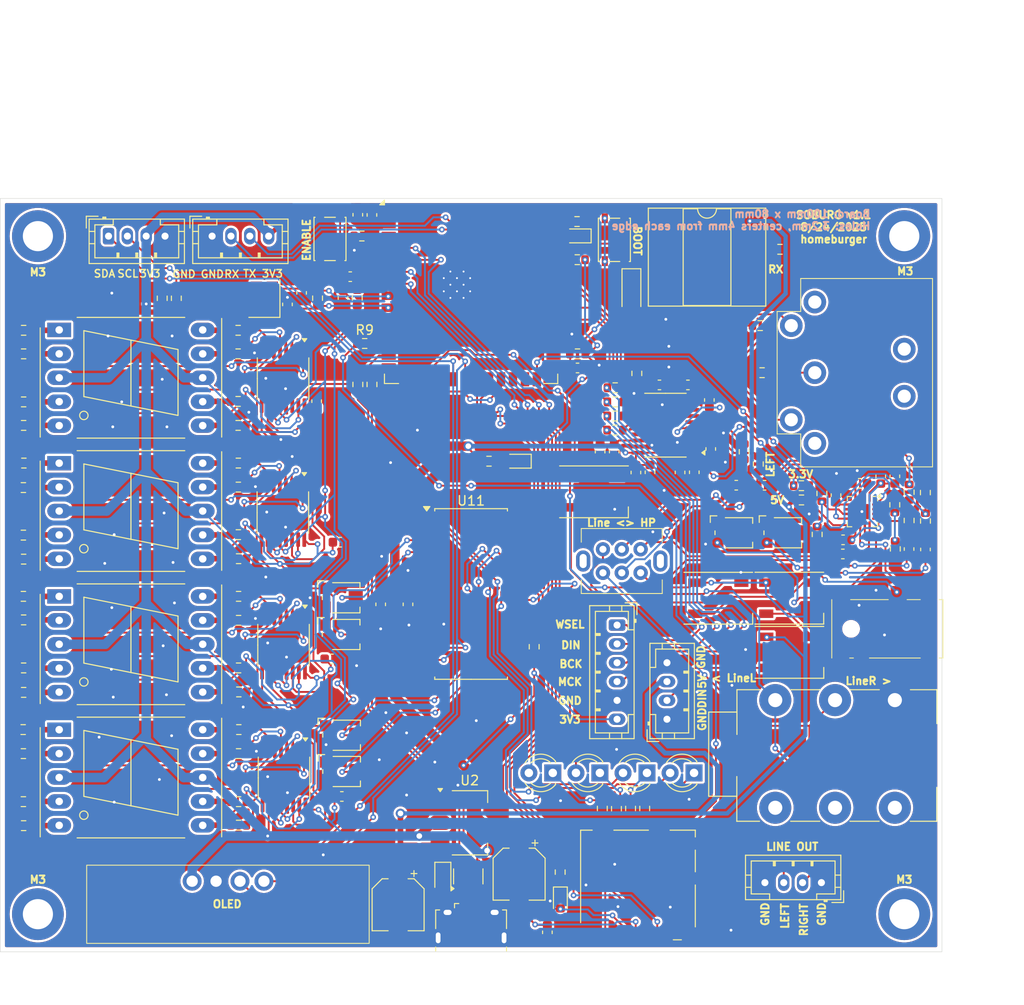
<source format=kicad_pcb>
(kicad_pcb (version 20240108) (generator "pcbnew") (generator_version "8.0")
  (layers (0 "F.Cu" signal) (31 "B.Cu" signal) (34 "B.Paste" user) (35 "F.Paste" user) (36 "B.SilkS" user "B.Silkscreen") (37 "F.SilkS" user "F.Silkscreen") (38 "B.Mask" user) (39 "F.Mask" user) (44 "Edge.Cuts" user))
  (net 0 "")
  (net 1 "Net-(U1-IO15)")
  (net 2 "GND")
  (net 3 "Net-(U1-IO16)")
  (net 4 "Net-(U1-EN)")
  (net 5 "Net-(U1-IO0)")
  (net 6 "+3.3V")
  (net 7 "USB_D+")
  (net 8 "USB_D-")
  (net 9 "+5V")
  (net 10 "Net-(U3-LDOO)")
  (net 11 "Net-(U3-VNEG)")
  (net 12 "Net-(U3-CAPM)")
  (net 13 "Net-(U3-CAPP)")
  (net 14 "Net-(D1-K)")
  (net 15 "Net-(D1-A)")
  (net 16 "Net-(D4-K)")
  (net 17 "CLK2")
  (net 18 "SDA1")
  (net 19 "SCL1")
  (net 21 "Net-(J3-DET_A)")
  (net 22 "DI2")
  (net 24 "DO2")
  (net 25 "CS2")
  (net 27 "Net-(U1-IO19)")
  (net 28 "Net-(U1-IO20)")
  (net 29 "mSD_DETECT")
  (net 30 "Net-(U3-OUTL)")
  (net 31 "Net-(U3-OUTR)")
  (net 32 "Net-(MAX97220E1-INL-)")
  (net 33 "Net-(MAX97220E1-INR+)")
  (net 34 "Net-(MAX97220E1-INL+)")
  (net 35 "PHONESR")
  (net 36 "PHONESL")
  (net 37 "Net-(SW3B-B)")
  (net 38 "Net-(SW3A-B)")
  (net 39 "WS2812")
  (net 40 "Net-(D10-DOUT)")
  (net 41 "Net-(D11-DOUT)")
  (net 42 "LINER")
  (net 45 "MUTE")
  (net 50 "MCK")
  (net 51 "WSEL")
  (net 53 "DIN")
  (net 54 "BCK")
  (net 57 "SHDN")
  (net 58 "Net-(D12-DOUT)")
  (net 59 "Net-(MAX97220E1-PVSS)")
  (net 60 "Net-(MAX97220E1-BIAS)")
  (net 61 "Net-(MAX97220E1-C1N)")
  (net 62 "Net-(MAX97220E1-C1P)")
  (net 63 "Net-(AFF1-e)")
  (net 64 "Net-(AFF1-DP)")
  (net 65 "Net-(AFF1-f)")
  (net 66 "Net-(AFF1-d)")
  (net 67 "Net-(AFF1-b)")
  (net 68 "Net-(AFF1-g)")
  (net 69 "Net-(AFF1-c)")
  (net 70 "Net-(AFF1-a)")
  (net 71 "Net-(AFF2-d)")
  (net 72 "Net-(AFF2-a)")
  (net 73 "Net-(AFF2-e)")
  (net 74 "Net-(AFF2-g)")
  (net 75 "Net-(AFF2-f)")
  (net 76 "Net-(AFF2-c)")
  (net 77 "Net-(AFF2-DP)")
  (net 78 "Net-(AFF2-b)")
  (net 79 "Net-(AFF3-DP)")
  (net 80 "Net-(AFF3-f)")
  (net 81 "Net-(AFF3-c)")
  (net 82 "Net-(AFF3-d)")
  (net 83 "Net-(AFF3-e)")
  (net 84 "Net-(AFF3-a)")
  (net 85 "Net-(AFF3-b)")
  (net 86 "Net-(AFF3-g)")
  (net 87 "Net-(AFF4-a)")
  (net 88 "Net-(AFF4-d)")
  (net 89 "Net-(AFF4-c)")
  (net 90 "Net-(AFF4-b)")
  (net 91 "Net-(AFF4-e)")
  (net 92 "Net-(AFF4-g)")
  (net 93 "Net-(AFF4-f)")
  (net 94 "Net-(AFF4-DP)")
  (net 95 "Net-(U6-QG)")
  (net 96 "Net-(U6-QF)")
  (net 97 "Net-(U6-QE)")
  (net 98 "Net-(U6-QD)")
  (net 99 "Net-(U6-QC)")
  (net 100 "Net-(U6-QB)")
  (net 101 "Net-(U6-QA)")
  (net 102 "Net-(U6-QH)")
  (net 103 "Net-(U7-QA)")
  (net 104 "Net-(U7-QB)")
  (net 105 "Net-(U7-QC)")
  (net 106 "Net-(U7-QD)")
  (net 107 "Net-(U7-QE)")
  (net 108 "Net-(U7-QF)")
  (net 109 "Net-(U7-QG)")
  (net 110 "Net-(U7-QH)")
  (net 111 "Net-(U8-QA)")
  (net 112 "Net-(U8-QB)")
  (net 113 "Net-(U8-QC)")
  (net 114 "Net-(U8-QD)")
  (net 115 "Net-(U8-QE)")
  (net 116 "Net-(U8-QF)")
  (net 117 "Net-(U8-QG)")
  (net 118 "Net-(U8-QH)")
  (net 119 "Net-(U9-QA)")
  (net 120 "Net-(U9-QB)")
  (net 121 "Net-(U9-QC)")
  (net 122 "Net-(U9-QD)")
  (net 123 "Net-(U9-QE)")
  (net 124 "Net-(U9-QF)")
  (net 125 "Net-(U9-QG)")
  (net 126 "Net-(U9-QH)")
  (net 127 "Net-(D13-DOUT)")
  (net 128 "Net-(C24-Pad1)")
  (net 129 "CLOCK")
  (net 130 "Net-(U6-QH')")
  (net 131 "LATCH")
  (net 132 "DATA")
  (net 133 "Net-(U7-QH')")
  (net 134 "Net-(U8-QH')")
  (net 136 "Net-(SW3A-C)")
  (net 137 "Net-(SW3B-C)")
  (net 138 "LINEL")
  (net 139 "Net-(D5-A)")
  (net 140 "Net-(J4-D-)")
  (net 141 "Net-(J4-D+)")
  (net 142 "Net-(D2-K)")
  (net 143 "Net-(D2-A)")
  (net 144 "Net-(D3-A)")
  (net 145 "Net-(D3-K)")
  (net 146 "Net-(D6-A)")
  (net 147 "Net-(D6-K)")
  (net 148 "Net-(D7-K)")
  (net 149 "Net-(D7-A)")
  (net 150 "Net-(D8-A)")
  (net 151 "Net-(D8-K)")
  (net 152 "RX")
  (net 153 "TX")
  (net 157 "Net-(C7-Pad2)")
  (net 158 "Net-(J5-Pad2)")
  (net 159 "Net-(U11-~{RESET})")
  (net 160 "Net-(U12-VO1)")
  (net 161 "Net-(U11-GPB3)")
  (net 162 "Net-(U11-GPB2)")
  (net 163 "Net-(U11-GPA2)")
  (net 164 "Net-(U11-GPA3)")
  (net 165 "INTA")
  (net 166 "INTB")
  (net 179 "Net-(D9-A)")
  (net 180 "Net-(C8-Pad2)")
  (net 181 "Net-(MAX97220E1-PVDD)")
  (net 182 "Net-(J5-Pad4)")
  (net 183 "Net-(MAX97220E1-INR-)")
  (net 184 "Net-(R15-Pad1)")
  (net 185 "Net-(R20-Pad1)")
  (net 188 "Net-(U3-LRCK)")
  (net 189 "Net-(U3-DIN)")
  (net 190 "Net-(U3-BCK)")
  (net 191 "Net-(U3-SCK)")
  (footprint "Crystal:Crystal_SMD_3225-4Pin_3.2x2.5mm" (layer "F.Cu") (at 118.05 90.625 90)
    (property "Reference" "Y1" (hide yes))
    (property "Value" "32.768kHz" (hide yes))
  )
  (footprint "Package_DFN_QFN:TQFN-16-1EP_3x3mm_P0.5mm_EP1.23x1.23mm" (layer "F.Cu") (at 181.5625 113.25 -90)
    (property "Reference" "MAX97220E1" (hide yes))
    (property "Value" "~" (hide yes))
  )
  (footprint "Resistor_SMD:R_0603_1608Metric" (layer "F.Cu") (at 92.46 122.25)
    (property "Reference" "R48" (hide yes))
    (property "Value" "1kΩ" (hide yes))
  )
  (footprint "Resistor_SMD:R_0603_1608Metric" (layer "F.Cu") (at 92.485 132.45)
    (property "Reference" "R51" (hide yes))
    (property "Value" "1kΩ" (hide yes))
  )
  (footprint "Capacitor_SMD:C_0603_1608Metric" (layer "F.Cu") (at 159 109.075 -90)
    (property "Reference" "C16" (hide yes))
    (property "Value" "0.1µF" (hide yes))
  )
  (footprint "Resistor_SMD:R_0603_1608Metric" (layer "F.Cu") (at 155.3 100.1 180)
    (property "Reference" "R71" (hide yes))
    (property "Value" "22Ω" (hide yes))
  )
  (footprint "Keebio-Parts:MountingHole_3.2mm_M3_ISO14580_Pad" (layer "F.Cu") (at 94 84)
    (property "Reference" "H1")
    (property "Value" "MountingHole" (hide yes))
  )
  (footprint "Capacitor_SMD:C_0603_1608Metric" (layer "F.Cu") (at 163.025 99.8)
    (property "Reference" "C18" (hide yes))
    (property "Value" "0.1µF" (hide yes))
  )
  (footprint "Resistor_SMD:R_0603_1608Metric" (layer "F.Cu") (at 115.31 124.8 180)
    (property "Reference" "R49" (hide yes))
    (property "Value" "1kΩ" (hide yes))
  )
  (footprint "Connector_Card:microSD_HC_Molex_104031-0811" (layer "F.Cu") (at 157.74 152.9 180)
    (property "Reference" "J3" (hide yes))
    (property "Value" "Micro_SD_Card_Det2" (hide yes))
  )
  (footprint "Resistor_SMD:R_0603_1608Metric" (layer "F.Cu") (at 92.485 146.6)
    (property "Reference" "R59" (hide yes))
    (property "Value" "1kΩ" (hide yes))
  )
  (footprint "Resistor_SMD:R_0603_1608Metric" (layer "F.Cu") (at 92.46 110.7)
    (property "Reference" "R39" (hide yes))
    (property "Value" "1kΩ" (hide yes))
  )
  (footprint "Potentiometer_SMD:Potentiometer_Bourns_TC33X_Vertical" (layer "F.Cu") (at 126.3 126.3)
    (property "Reference" "RV2" (hide yes))
    (property "Value" "R_Potentiometer_US" (hide yes))
  )
  (footprint "Diode_SMD:D_0603_1608Metric" (layer "F.Cu") (at 149.48 154.6 -90)
    (property "Reference" "D4" (hide yes))
    (property "Value" "B1911G" (hide yes))
  )
  (footprint "Resistor_SMD:R_0603_1608Metric" (layer "F.Cu") (at 170.7 93.5)
    (property "Reference" "R62" (hide yes))
    (property "Value" "220Ω" (hide yes))
  )
  (footprint "Resistor_SMD:R_0603_1608Metric" (layer "F.Cu") (at 115.26 94 180)
    (property "Reference" "R28" (hide yes))
    (property "Value" "1kΩ" (hide yes))
  )
  (footprint "Resistor_SMD:R_0603_1608Metric" (layer "F.Cu") (at 128.7 95.4)
    (property "Reference" "R9")
    (property "Value" "1kΩ")
  )
  (footprint "Resistor_SMD:R_0603_1608Metric" (layer "F.Cu") (at 92.485 124.75)
    (property "Reference" "R47" (hide yes))
    (property "Value" "1kΩ" (hide yes))
  )
  (footprint "Resistor_SMD:R_0603_1608Metric" (layer "F.Cu") (at 115.31 118.25 180)
    (property "Reference" "R37" (hide yes))
    (property "Value" "1kΩ" (hide yes))
  )
  (footprint "Capacitor_SMD:C_0603_1608Metric" (layer "F.Cu") (at 127.97 81.73 90)
    (property "Reference" "C6" (hide yes))
    (property "Value" "0.1µF" (hide yes))
  )
  (footprint "Resistor_SMD:R_0603_1608Metric" (layer "F.Cu") (at 177.25 111.325 90)
    (property "Reference" "R13" (hide yes))
    (property "Value" "10kΩ" (hide yes))
  )
  (footprint "Capacitor_SMD:C_0603_1608Metric" (layer "F.Cu") (at 165.45 106.6 90)
    (property "Reference" "C21" (hide yes))
    (property "Value" "2.2µF" (hide yes))
  )
  (footprint "Diode_SMD:D_0603_1608Metric" (layer "F.Cu") (at 151.2625 83.975 180)
    (property "Reference" "D1" (hide yes))
    (property "Value" "B1911B" (hide yes))
  )
  (footprint "Capacitor_SMD:C_0603_1608Metric" (layer "F.Cu") (at 126.275 143.5)
    (property "Reference" "C32" (hide yes))
    (property "Value" "1µF" (hide yes))
  )
  (footprint "Resistor_SMD:R_0603_1608Metric" (layer "F.Cu") (at 149.46 151.535 -90)
    (property "Reference" "R10" (hide yes))
    (property "Value" "330Ω" (hide yes))
  )
  (footprint "Resistor_SMD:R_0603_1608Metric" (layer "F.Cu") (at 169 106.9 90)
    (property "Reference" "R12" (hide yes))
    (property "Value" "470Ω" (hide yes))
  )
  (footprint "Potentiometer_SMD:Potentiometer_Bourns_TC33X_Vertical" (layer "F.Cu") (at 126.3 122.4)
    (property "Reference" "RV1" (hide yes))
    (property "Value" "R_Potentiometer_US" (hide yes))
  )
  (footprint "Resistor_SMD:R_0603_1608Metric" (layer "F.Cu") (at 185.04803 117.208993 -90)
    (property "Reference" "R17" (hide yes))
    (property "Value" "10kΩ" (hide yes))
  )
  (footprint "Resistor_SMD:R_0603_1608Metric" (layer "F.Cu") (at 92.435 136.4)
    (property "Reference" "R56" (hide yes))
    (property "Value" "1kΩ" (hide yes))
  )
  (footprint "LED_THT:LED_D3.0mm" (layer "F.Cu") (at 158.675 141 180)
    (property "Reference" "D6" (hide yes))
    (property "Value" "LED" (hide yes))
  )
  (footprint "LED_THT:LED_D3.0mm" (layer "F.Cu") (at 153.675 141 180)
    (property "Reference" "D7" (hide yes))
    (property "Value" "LED" (hide yes))
  )
  (footprint "Resistor_SMD:R_0603_1608Metric" (layer "F.Cu") (at 170.5 108.2 -90)
    (property "Reference" "R11" (hide yes))
    (property "Value" "470Ω" (hide yes))
  )
  (footprint "LED_SMD:LED_WS2812B_PLCC4_5.0x5.0mm_P3.2mm" (layer "F.Cu") (at 166.25 122.45)
    (property "Reference" "D11" (hide yes))
    (property "Value" "WS2812B" (hide yes))
  )
  (footprint "Resistor_SMD:R_0603_1608Metric" (layer "F.Cu") (at 127.912076 90.562723 90)
    (property "Reference" "R25" (hide yes))
    (property "Value" "0Ω" (hide yes))
  )
  (footprint "Capacitor_SMD:C_0603_1608Metric" (layer "F.Cu") (at 183.5 109.5 -90)
    (property "Reference" "C28" (hide yes))
    (property "Value" "1µF" (hide yes))
  )
  (footprint "Resistor_SMD:R_0603_1608Metric" (layer "F.Cu") (at 115.31 122.25 180)
    (property "Reference" "R50" (hide yes))
    (property "Value" "1kΩ" (hide yes))
  )
  (footprint "Capacitor_SMD:C_0603_1608Metric" (layer "F.Cu") (at 179.475 117.75)
    (property "Reference" "C29" (hide yes))
    (property "Value" "0.1µF" (hide yes))
  )
  (footprint "Capacitor_SMD:C_0603_1608Metric" (layer "F.Cu") (at 155.2 106.875 -90)
    (property "Reference" "C15" (hide yes))
    (property "Value" "10µF" (hide yes))
  )
  (footprint "Resistor_SMD:R_0603_1608Metric" (layer "F.Cu") (at 186.514657 111.193103 -90)
    (property "Reference" "R20" (hide yes))
    (property "Value" "4.7kΩ" (hide yes))
  )
  (footprint "Resistor_SMD:R_0603_1608Metric" (layer "F.Cu") (at 92.46 115.75)
    (property "Reference" "R38" (hide yes))
    (property "Value" "1kΩ" (hide yes))
  )
  (footprint "Capacitor_SMD:C_0603_1608Metric" (layer "F.Cu") (at 163.7 109.075 -90)
    (property "Reference" "C13" (hide yes))
    (property "Value" "10µF" (hide yes))
  )
  (footprint "Resistor_SMD:R_0603_1608Metric" (layer "F.Cu") (at 127.975 99.75 -90)
    (property "Reference" "R7" (hide yes))
    (property "Value" "0Ω" (hide yes))
  )
  (footprint "Resistor_SMD:R_0603_1608Metric" (layer "F.Cu") (at 92.485 129.85)
    (property "Reference" "R46" (hide yes))
    (property "Value" "1kΩ" (hide yes))
  )
  (footprint "Capacitor_SMD:C_0603_1608Metric" (layer "F.Cu") (at 125.225 128.9)
    (property "Reference" "C33" (hide yes))
    (property "Value" "1µF" (hide yes))
  )
  (footprint "Resistor_SMD:R_0603_1608Metric" (layer "F.Cu") (at 188.25 114.25 -90)
    (property "Reference" "R14" (hide yes))
    (property "Value" "10kΩ" (hide yes))
  )
  (footprint "Capacitor_SMD:C_0603_1608Metric" (layer "F.Cu") (at 168.156166 110.449764 180)
    (property "Reference" "C23" (hide yes))
    (property "Value" "2.2nF" (hide yes))
  )
  (footprint "LED_SMD:LED_WS2812B_PLCC4_5.0x5.0mm_P3.2mm" (layer "F.Cu") (at 153.05 111.15)
    (property "Reference" "D10" (hide yes))
    (property "Value" "WS2812B" (hide yes))
  )
  (footprint "Resistor_SMD:R_0603_1608Metric" (layer "F.Cu") (at 151.275 86.5 180)
    (property "Reference" "R65" (hide yes))
    (property "Value" "470Ω" (hide yes))
  )
  (footprint "Resistor_SMD:R_0603_1608Metric" (layer "F.Cu") (at 115.26 104.1 180)
    (property "Reference" "R33" (hide yes))
    (property "Value" "1kΩ" (hide yes))
  )
  (footprint "Package_SO:TSSOP-16-1EP_4.4x5mm_P0.65mm_EP3x3mm" (layer "F.Cu") (at 120.01 113.35 -90)
    (property "Reference" "U7" (hide yes))
    (property "Value" "74HC595" (hide yes))
  )
  (footprint "Resistor_SMD:R_0603_1608Metric" (layer "F.Cu") (at 92.46 138.95)
    (property "Reference" "R55" (hide yes))
    (property "Value" "1kΩ" (hide yes))
  )
  (footprint "Resistor_SMD:R_0603_1608Metric" (layer "F.Cu") (at 115.31 146.55 180)
    (property "Reference" "R53" (hide yes))
    (property "Value" "1kΩ" (hide yes))
  )
  (footprint "Resistor_SMD:R_0603_1608Metric" (layer "F.Cu") (at 188.24028 111.229792 -90)
    (property "Reference" "R15" (hide yes))
    (property "Value" "4.7kΩ" (hide yes))
  )
  (footprint "Resistor_SMD:R_0603_1608Metric" (layer "F.Cu") (at 115.285 110.65 180)
    (property "Reference" "R41" (hide yes))
    (property "Value" "1kΩ" (hide yes))
  )
  (footprint "Resistor_SMD:R_0603_1608Metric" (layer "F.Cu") (at 175.075 110.5 180)
    (property "Reference" "R22" (hide yes))
    (property "Value" "0Ω" (hide yes))
  )
  (footprint "Resistor_SMD:R_0603_1608Metric" (layer "F.Cu") (at 184.99171 112.527461 -90)
    (property "Reference" "R18" (hide yes))
    (property "Value" "10kΩ")
  )
  (footprint "Resistor_SMD:R_0603_1608Metric" (layer "F.Cu") (at 155.3 103.1 180)
    (property "Reference" "R24" (hide yes))
    (property "Value" "22Ω" (hide yes))
  )
  (footprint "Resistor_SMD:R_0603_1608Metric" (layer "F.Cu") (at 186.514657 114.193354 90)
    (property "Reference" "R19" (hide yes))
    (property "Value" "10kΩ" (hide yes))
  )
  (footprint "Resistor_SMD:R_0603_1608Metric" (layer "F.Cu") (at 115.31 144.05 180)
    (property "Reference" "R52" (hide yes))
    (property "Value" "1kΩ" (hide yes))
  )
  (footprint "Capacitor_SMD:C_0603_1608Metric" (layer "F.Cu") (at 160 99.8 180)
    (property "Reference" "C14" (hide yes))
    (property "Value" "10µF" (hide yes))
  )
  (footprint "Potentiometer_SMD:Potentiometer_Bourns_TC33X_Vertical" (layer "F.Cu") (at 168 115.5)
    (property "Reference" "RV5" (hide yes))
    (property "Value" "100kΩ" (hide yes))
  )
  (footprint "Connector_JST:JST_PH_B6B-PH-K_1x06_P2.00mm_Vertical" (layer "F.Cu") (at 155.5 125.3 -90)
    (property "Reference" "J6" (hide yes))
    (property "Value" "Conn_01x06_Pin" (hide yes))
  )
  (footprint "Keebio-Parts:MountingHole_3.2mm_M3_ISO14580_Pad" (layer "F.Cu") (at 186 84)
    (property "Reference" "H2")
    (property "Value" "MountingHole" (hide yes))
  )
  (footprint "Resistor_SMD:R_0603_1608Metric" (layer "F.Cu") (at 115.26 101.55 180)
    (property "Reference" "R34" (hide yes))
    (property "Value" "1kΩ" (hide yes))
  )
  (footprint "Capacitor_SMD:C_0603_1608Metric" (layer "F.Cu") (at 129.47 81.75 90)
    (property "Reference" "C5" (hide yes))
    (property "Value" "22µF" (hide yes))
  )
  (footprint "Diode_SMD:D_SOD-123" (layer "F.Cu") (at 157.025 89.825 -90)
    (property "Reference" "D2" (hide yes))
    (property "Value" "1N4148W" (hide yes))
  )
  (footprint "Capacitor_SMD:C_0603_1608Metric" (layer "F.Cu") (at 120.5 91.25 90)
    (property "Reference" "C2" (hide yes))
    (property "Value" "1µF" (hide yes))
  )
  (footprint "Capacitor_SMD:C_0603_1608Metric" (layer "F.Cu") (at 126.1 116.5)
    (property "Reference" "C35" (hide yes))
    (property "Value" "1µF" (hide yes))
  )
  (footprint "Resistor_SMD:R_0603_1608Metric" (layer "F.Cu") (at 176.75 115.675 90)
    (property "Reference" "R16" (hide yes))
    (property "Value" "10kΩ")
  )
  (footprint "Capacitor_SMD:C_0603_1608Metric" (layer "F.Cu") (at 165.3 101.4 -90)
    (property "Reference" "C20" (hide yes))
    (property "Value" "2.2µF" (hide yes))
  )
  (footprint "Capacitor_SMD:CP_Elec_5x5.4" (layer "F.Cu") (at 145.1 151.75 -90)
    (property "Reference" "C11" (hide yes))
    (property "Value" "47µF")
  )
  (footprint "Capacitor_SMD:C_0603_1608Metric" (layer "F.Cu") (at 151.3 98)
    (property "Reference" "C4" (hide yes))
    (property "Value" "0.1µF" (hide yes))
  )
  (footprint "Package_SO:TSSOP-16-1EP_4.4x5mm_P0.65mm_EP3x3mm" (layer "F.Cu") (at 120.085 127.425 -90)
    (property "Reference" "U8" (hide yes))
    (property "Value" "74HC595" (hide yes))
  )
  (footprint "Connector_Audio:Jack_6.35mm_Neutrik_NMJ6HFD4_Horizontal" (layer "F.Cu") (at 172.3 133.27)
    (property "Reference" "J7" (hide yes))
    (property "Value" "AudioJack3" (hide yes))
  )
  (footprint "Package_SO:TSSOP-16-1EP_4.4x5mm_P0.65mm_EP3x3mm" (layer "F.Cu") (at 120.035 99.125 -90)
    (property "Reference" "U6" (hide yes))
    (property "Value" "74HC595" (hide yes))
  )
  (footprint "Resistor_SMD:R_0603_1608Metric" (layer "F.Cu") (at 115.26 96.5 180)
    (property "Reference" "R29" (hide yes))
    (property "Value" "1kΩ" (hide yes))
  )
  (footprint "LED_THT:LED_D3.0mm" (layer "F.Cu") (at 163.675 141 180)
    (property "Reference" "D3" (hide yes))
    (property "Value" "LED" (hide yes))
  )
  (footprint "Capacitor_SMD:C_0603_1608Metric" (layer "F.Cu") (at 122 90.025 -90)
    (property "Reference" "C1" (hide yes))
    (property "Value" "1µF" (hide yes))
  )
  (footprint "Resistor_SMD:R_0603_1608Metric" (layer "F.Cu") (at 170.9 98.5)
    (property "Reference" "R63" (hide yes))
    (property "Value" "10kΩ" (hide yes))
  )
  (footprint "Potentiometer_SMD:Potentiometer_Bourns_TC33X_Vertical" (layer "F.Cu") (at 126.35 137)
    (property "Reference" "RV3" (hide yes))
    (property "Value" "R_Potentiometer_US" (hide yes))
  )
  (footprint "Keebio-Parts:MountingHole_3.2mm_M3_ISO14580_Pad" (layer "F.Cu") (at 94 156)
    (property "Reference" "H3" (hide yes))
    (property "Value" "MountingHole" (hide yes))
  )
  (footprint "Resistor_SMD:R_0603_1608Metric" (layer "F.Cu") (at 156.935 144.775 90)
    (property "Reference" "R67" (hide yes))
    (property "Value" "1kΩ" (hide yes))
  )
  (footprint "Resistor_SMD:R_0603_1608Metric" (layer "F.Cu") (at 158.435 144.775 90)
    (property "Reference" "R66" (hide yes))
    (property "Value" "1kΩ" (hide yes))
  )
  (footprint "Package_DIP:DIP-8_W8.89mm_SMDSocket_LongPads" (layer "F.Cu") (at 165.055 86.23)
    (property "Reference" "U12" (hide yes))
    (property "Value" "6N138" (hide yes))
  )
  (footprint "Capacitor_SMD:C_0603_1608Metric" (layer "F.Cu") (at 178.75 111.5 -90)
    (property "Reference" "C30" (hide yes))
    (property "Value" "1µF" (hide yes))
  )
  (footprint "Button_Switch_THT:slide_switch dpdt (SLW-867569-4A-N-D)" (layer "F.Cu") (at 156 118.5)
    (property "Reference" "SW3" (hide yes))
    (property "Value" "SW_DPDT_x2")
  )
  (footprint "Audio_Module:DIN-5_MIDI" (layer "F.Cu") (at 179 98.5 -90)
    (property "Reference" "J5" (hide yes))
    (property "Value" "DIN-5" (hide yes))
  )
  (footprint "Display_7Segment:7SegmentLED_LTS6760_LTS6780" (layer "F.Cu") (at 96.26 93.96)
    (property "Reference" "AFF1" (hide yes))
    (property "Value" "LTS-6960HR")
  )
  (footprint "Package_SO:TSSOP-20_4.4x6.5mm_P0.65mm" (layer "F.Cu") (at 160.6375 104.075 180)
    (property "Reference" "U3" (hide yes))
    (property "Value" "PCM5102A" (hide yes))
  )
  (footprint "Package_TO_SOT_SMD:SOT-23-6" (layer "F.Cu") (at 139.7 151.9875 90)
    (property "Reference" "U10" (hide yes))
    (property "Value" "USBLC6-2P6" (hide yes))
  )
  (footprint "Resistor_SMD:R_0603_1608Metric" (layer "F.Cu") (at 157.6 98.575 90)
    (property "Reference" "R72" (hide yes))
    (property "Value" "0Ω")
  )
  (footprint "Diode_SMD:D_0603_1608Metric" (layer "F.Cu") (at 144.9 107.9 180)
    (property "Reference" "D9" (hide yes))
    (property "Value" "B1911R" (hide yes))
  )
  (footprint "Resistor_SMD:R_0603_1608Metric" (layer "F.Cu") (at 115.285 108.1 180)
    (property "Reference" "R42" (hide yes))
    (property "Value" "1kΩ" (hide yes))
  )
  (footprint "Resistor_SMD:R_0603_1608Metric" (layer "F.Cu") (at 141.9 107.9)
    (property "Reference" "R70" (hide yes))
    (property "Value" "330Ω" (hide yes))
  )
  (footprint "Resistor_SMD:R_0603_1608Metric" (layer "F.Cu") (at 155.3 101.6 180)
    (property "Reference" "R61" (hide yes))
    (property "Value" "22Ω" (hide yes))
  )
  (footprint "Capacitor_SMD:C_0603_1608Metric" (layer "F.Cu") (at 188.25 117.275 90)
    (property "Reference" "C8" (hide yes))
    (property "Value" "0.47µF" (hide yes))
  )
  (footprint "Resistor_SMD:R_0603_1608Metric" (layer "F.Cu") (at 92.485 104.1)
    (property "Reference" "R35" (hide yes))
    (property "Value" "1kΩ" (hide yes))
  )
  (footprint "Connector_JST:JST_PH_B4B-PH-K_1x04_P2.00mm_Vertical" (layer "F.Cu") (at 101.5 84)
    (property "Reference" "J1" (hide yes))
    (property "Value" "I2C" (hide yes))
  )
  (footprint "Resistor_SMD:R_0603_1608Metric" (layer "F.Cu") (at 92.485 96.5)
    (property "Reference" "R31" (hide yes))
    (property "Value" "1kΩ" (hide yes))
  )
  (footprint "Capacitor_SMD:C_0603_1608Metric" (layer "F.Cu") (at 181.275 110.25)
    (property "Reference" "C26" (hide yes))
    (property "Value" "1µF" (hide yes))
  )
  (footprint "Keebio-Parts:MountingHole_3.2mm_M3_ISO14580_Pad" (layer "F.Cu") (at 186 156)
    (property "Reference" "H4")
    (property "Value" "MountingHole" (hide yes))
  )
  (footprint "Button_Switch_SMD:PTS815" (layer "F.Cu") (at 155.3 84.55 90)
    (property "Reference" "SW2" (hide yes))
    (property "Value" "PTS815" (hide yes))
  )
  (footprint "Resistor_SMD:R_0603_1608Metric" (layer "F.Cu") (at 92.485 118.3)
    (property "Reference" "R43" (hide yes))
    (property "Value" "1kΩ" (hide yes))
  )
  (footprint "Resistor_SMD:R_0603_1608Metric" (layer "F.Cu") (at 155.435 144.8 90)
    (property "Reference" "R68" (hide yes))
    (property "Value" "1kΩ" (hide yes))
  )
  (footprint "Resistor_SMD:R_0603_1608Metric" (layer "F.Cu") (at 92.485 101.6)
    (property "Reference" "R32" (hide yes))
    (property "Value" "1kΩ" (hide yes))
  )
  (footprint "Resistor_SMD:R_0603_1608Metric" (layer "F.Cu") (at 151.25 82.45)
    (property "Reference" "R1" (hide yes))
    (property "Value" "1.3kΩ" (hide yes))
  )
  (footprint "Package_SO:SOIC-28W_7.5x17.9mm_P1.27mm" (layer "F.Cu") (at 140 122)
    (property "Reference" "U11")
    (property "Value" "MCP23017_SO")
  )
  (footprint "Resistor_SMD:R_0603_1608Metric" (layer "F.Cu") (at 115.31 138.95 180)
    (property "Reference" "R57" (hide yes))
    (property "Value" "1kΩ" (hide yes))
  )
  (footprint "Diode_SMD:D_SOD-323" (layer "F.Cu") (at 137 152.1 -90)
    (property "Reference" "D5" (hide yes))
    (property "Value" "BAT60A" (hide yes))
  )
  (footprint "Resistor_SMD:R_0603_1608Metric" (layer "F.Cu") (at 151.3 96.5 180)
    (property "Reference" "R4" (hide yes))
    (property "Value" "10kΩ" (hide yes))
  )
  (footprint "Audio_Module:54-00178 jack" (layer "F.Cu") (at 180.7 125.7 180)
    (property "Reference" "J8" (hide yes))
    (property "Value" "AudioJack3" (hide yes))
  )
  (footprint "LED_THT:LED_D3.0mm" (layer "F.Cu") (at 148.675 141 180)
    (property "Reference" "D8" (hide yes))
    (property "Value" "LED" (hide yes))
  )
  (footprint "Package_SO:TSSOP-16-1EP_4.4x5mm_P0.65mm_EP3x3mm" (layer "F.Cu") (at 120.135 141.525 -90)
    (property "Reference" "U9" (hide yes))
    (property "Value" "74HC595" (hide yes))
  )
  (footprint "Capacitor_SMD:C_0603_1608Metric" (layer "F.Cu") (at 157.5 109.1 -90)
    (property "Reference" "C12" (hide yes))
    (property "Value" "10µF" (hide yes))
  )
  (footprint "Capacitor_SMD:C_0603_1608Metric" (layer "F.Cu") (at 185 109.5 90)
    (property "Reference" "C27" (hide yes))
    (property "Value" "1µF" (hide yes))
  )
  (footprint "Potentiometer_SMD:Potentiometer_Bourns_TC33X_Vertical" (layer "F.Cu") (at 173.2 115.5)
    (property "Reference" "RV6" (hide yes))
    (property "Value" "100kΩ" (hide yes))
  )
  (footprint "Resistor_SMD:R_0603_1608Metric" (layer "F.Cu") (at 153.935 144.775 90)
    (property "Reference" "R69" (hide yes))
    (property "Value" "1kΩ" (hide yes))
  )
  (footprint "Package_TO_SOT_SMD:SOT-223-3_TabPin2" (layer "F.Cu") (at 139.85 146.3)
    (property "Reference" "U2")
    (property "Value" "TLV76133DCY" (hide yes))
  )
  (footprint "Button_Switch_SMD:PTS815" (layer "F.Cu") (at 125.1 84.45 90)
    (property "Reference" "SW1" (hide yes))
    (property "Value" "PTS815" (hide yes))
  )
  (footprint "Resistor_SMD:R_0603_1608Metric" (layer "F.Cu") (at 115.335 136.4 180)
    (property "Reference" "R58" (hide yes))
    (property "Value" "1kΩ" (hide yes))
  )
  (footprint "Resistor_SMD:R_0603_1608Metric" (layer "F.Cu") (at 92.51 108.1)
    (property "Reference" "R40" (hide yes))
    (property "Value" "1kΩ" (hide yes))
  )
  (footprint "Capacitor_SMD:CP_Elec_5x5.4" (layer "F.Cu") (at 132.25 155 -90)
    (property "Reference" "C10" (hide yes))
    (property "Value" "47µF")
  )
  (footprint "Capacitor_SMD:C_0603_1608Metric" (layer "F.Cu") (at 133.3 123.1 90)
    (property "Reference" "C37" (hide yes))
    (property "Value" "1µF" (hide yes))
  )
  (footprint "Capacitor_SMD:C_0603_1608Metric" (layer "F.Cu") (at 186.508247 117.227226 90)
    (property "Reference" "C7" (hide yes))
    (property "Value" "0.47µF" (hide yes))
  )
  (footprint "Connector_JST:JST_PH_B4B-PH-K_1x04_P2.00mm_Vertical" (layer "F.Cu") (at 112.5 84)
    (property "Reference" "J2" (hide yes))
    (property "Value" "UART" (hide yes))
  )
  (footprint "Resistor_SMD:R_0603_1608Metric" (layer "F.Cu") (at 123.696819 90.588214 -90)
    (property "Reference" "R5" (hide yes))
    (property "Value" "10kΩ" (hide yes))
  )
  (footprint "Display_7Segment:7SegmentLED_LTS6760_LTS6780" (layer "F.Cu") (at 96.26 136.41)
    (property "Reference" "AFF4" (hide yes))
    (property "Value" "LTS-6960HR")
  )
  (footprint "Resistor_SMD:R_0603_1608Metric" (layer "F.Cu") (at 115.285 115.7 180)
    (property "Reference" "R36" (hide yes))
    (property "Value" "1kΩ" (hide yes))
  )
  (footprint "Resistor_SMD:R_0603_1608Metric" (layer "F.Cu") (at 115.335 132.4 180)
    (property "Reference" "R45" (hide yes))
    (property "Value" "1kΩ" (hide yes))
  )
  (footprint "Resistor_SMD:R_0603_1608Metric" (layer "F.Cu") (at 146.7 127.6 -90)
    (property "Reference" "R60" (hide yes))
    (property "Value" "10kΩ" (hide yes))
  )
  (footprint "Capacitor_SMD:C_0603_1608Metric" (layer "F.Cu") (at 179.5 116.25)
    (property "Reference" "C31" (hide yes))
    (property "Value" "1µF" (hide yes))
  )
  (footprint "Resistor_SMD:R_0603_1608Metric" (layer "F.Cu") (at 115.31 129.85 180)
    (property "Reference" "R44" (hide yes))
    (property "Value" "1kΩ" (hide yes))
  )
  (footprint "RF_Module:ESP32-S3-WROOM-1" (layer "F.Cu") (at 140 86.7)
    (property "Reference" "U1" (hide yes))
    (property "Value" "ESP32-S3-WROOM-1" (hide yes))
  )
  (footprint "Display_7Segment:7SegmentLED_LTS6760_LTS6780" (layer "F.Cu") (at 96.26 108.11)
    (property "Reference" "AFF2" (hide yes))
    (property "Value" "LTS-6960HR")
  )
  (footprint "Potentiometer_SMD:Potentiometer_Bourns_TC33X_Vertical" (layer "F.Cu") (at 126.35 140.85)
    (property "Reference" "RV4" (hide yes))
    (property "Value" "R_Potentiometer_US" (hide yes))
  )
  (footprint "Capacitor_SMD:C_0603_1608Metric" (layer "F.Cu") (at 130.4 123.1 -90)
    (property "Reference" "C36" (hide yes))
    (property "Value" "0.1µF" (hide yes))
  )
  (footprint "Connector_JST:JST_PH_B4B-PH-K_1x04_P2.00mm_Vertical" (layer "F.Cu") (at 160.8 135.3 90)
    (property "Reference" "J10" (hide yes))
    (property "Value" "WS2812" (hide yes))
  )
  (footprint "Capacitor_SMD:C_0603_1608Metric" (layer "F.Cu") (at 126.4 90.575 -90)
    (property "Reference" "C24" (hide yes))
    (property "Value" "0.1µF" (hide yes))
  )
  (footprint "Resistor_SMD:R_0603_1608Metric" (layer "F.Cu") (at 108.7 90.6 90)
    (property "Reference" "R2" (hide yes))
    (property "Value" "2.2kΩ" (hide yes))
  )
  (footprint "Resistor_SMD:R_0603_1608Metric" (layer "F.Cu") (at 128.4 83.988053 180)
    (property "Reference" "R6" (hide yes))
    (property "Value" "10kΩ" (hide yes))
  )
  (footprint "Capacitor_SMD:C_0603_1608Metric" (layer "F.Cu") (at 127.166695 88.305572)
    (property "Reference" "C3" (hide yes))
    (property "Value" "1µF" (hide yes))
  )
  (footprint "Connector_JST:JST_PH_B4B-PH-K_1x04_P2.00mm_Vertical" (layer "F.Cu") (at 177.2 152.65 180)
    (property "Reference" "J9" (hide yes))
    (property "Value" "Line Out" (hide yes))
  )
  (footprint "LED_SMD:LED_WS2812B_PLCC4_5.0x5.0mm_P3.2mm" (layer "F.Cu") (at 173.8 128.2)
    (property "Reference" "D13" (hide yes))
    (property "Value" "WS2812B" (hide yes))
  )
  (footprint "LED_SMD:LED_WS2812B_PLCC4_5.0x5.0mm_P3.2mm" (layer "F.Cu") (at 173.792159 122.444418)
    (property "Reference" "D12" (hide yes))
    (property "Value" "WS2812B" (hide yes))
  )
  (footprint "Capacitor_SMD:C_0603_1608Metric" (layer "F.Cu") (at 148.1 157.925 -90)
    (property "Reference" "C9" (hide yes))
    (property "Value" "0.1µF" (hide yes))
  )
  (footprint "Resistor_SMD:R_0603_1608Metric" (layer "F.Cu") (at 155.275 104.6 180)
    (property "Reference" "R23" (hide yes))
    (property "Value" "22Ω" (hide yes))
  )
  (footprint "Capacitor_SMD:C_0603_1608Metric" (layer "F.Cu") (at 153.7 106.880801 -90)
    (property "Reference" "C19" (hide yes))
    (property "Value" "0.1µF" (hide yes))
  )
  (footprint "Display_7Segment:7SegmentLED_LTS6760_LTS6780" (layer "F.Cu") (at 96.26 122.26)
    (property "Reference" "AFF3" (hide yes))
    (property "Value" "LTS-6960HR")
  )
  (footprint "Display:oled-i2c-module" (layer "F.Cu") (at 114.18 164.3)
    (property "Reference" "U13" (hide yes))
    (property "Value" "~")
  )
  (footprint "Connector_USB:USB_Micro-B_Amphenol_10118194_Horizontal" (layer "F.Cu") (at 140 157.211638)
    (property "Reference" "J4" (hide yes))
    (property "Value" "USB_B_Micro")
  )
  (footprint "Capacitor_SMD:C_0603_1608Metric" (layer "F.Cu") (at 171.166024 110.455607)
    (property "Reference" "C22" (hide yes))
    (property "Value" "2.2nF" (hide yes))
  )
  (footprint "Resistor_SMD:R_0603_1608Metric" (layer "F.Cu") (at 129.475 99.75 -90)
    (property "Reference" "R8" (hide yes))
    (property "Value" "0Ω" (hide yes))
  )
  (footprint "Resistor_SMD:R_0603_1608Metric" (layer "F.Cu") (at 92.485 94)
    (property "Reference" "R30" (hide yes))
    (property "Value" "1kΩ" (hide yes))
  )
  (footprint "Resistor_SMD:R_0603_1608Metric" (layer "F.Cu") (at 107.2 90.6 90)
    (property "Reference" "R3" (hide yes))
    (property "Value" "2.2kΩ" (hide yes))
  )
  (footprint "Resistor_SMD:R_0603_1608Metric" (layer "F.Cu") (at 175.083005 112.014806 180)
    (property "Reference" "R21" (hide yes))
    (property "Value" "0Ω" (hide yes))
  )
  (footprint "Capacitor_SMD:C_0603_1608Metric" (layer "F.Cu") (at 162.188448 109.093106 -90)
    (property "Reference" "C17" (hide yes))
    (property "Value" "0.1µF" (hide yes))
  )
  (footprint "Resistor_SMD:R_0603_1608Metric" (layer "F.Cu") (at 172.8 85.4 180)
    (property "Reference" "R64" (hide yes))
    (property "Value" "2.2kΩ")
  )
  (footprint "Resistor_SMD:R_0603_1608Metric" (layer "F.Cu") (at 92.46 144.05)
    (property "Reference" "R54" (hide yes))
    (property "Value" "1kΩ" (hide yes))
  )
  (footprint "Capacitor_SMD:C_0603_1608Metric" (layer "F.Cu") (at 123.6 101.525 90)
    (property "Reference" "C34" (hide yes))
    (property "Value" "1µF" (hide yes))
  )
  (gr_rect (start 90 80) (end 190 160) (stroke (width 0.05)) (fill none) (layer "Edge.Cuts"))
  (gr_text "Board: 100mm x 80mm\nHoles: 3.2mm, centers 4mm from each edge" (at 182.5 83.4 0) (layer "B.SilkS") (effects (font (size 0.8 0.8) (thickness 0.2) (bold yes)) (justify left bottom mirror)))
  (gr_text "GND" (at 164.9 128.7 90) (layer "F.SilkS") (effects (font (size 0.8 0.8) (thickness 0.2) (bold yes)) (justify bottom)))
  (gr_text "DIN" (at 150.6 127.9 0) (layer "F.SilkS") (effects (font (size 0.8 0.8) (thickness 0.2) (bold yes)) (justify bottom)))
  (gr_text "LINE OUT" (at 174.1 149.3 0) (layer "F.SilkS") (effects (font (size 0.8 0.8) (thickness 0.2) (bold yes)) (justify bottom)))
  (gr_text "MCK" (at 150.5 131.8 0) (layer "F.SilkS") (effects (font (size 0.8 0.8) (thickness 0.2) (bold yes)) (justify bottom)))
  (gr_text "GND" (at 177.7 156 90) (layer "F.SilkS") (effects (font (size 0.8 0.8) (thickness 0.2) (bold yes)) (justify bottom)))
  (gr_text "BCK" (at 150.6 129.9 0) (layer "F.SilkS") (effects (font (size 0.8 0.8) (thickness 0.2) (bold yes)) (justify bottom)))
  (gr_text "GND" (at 165 135.3 90) (layer "F.SilkS") (effects (font (size 0.8 0.8) (thickness 0.2) (bold yes)) (justify bottom)))
  (gr_text "LEFT\n" (at 172.25 108.25 90) (layer "F.SilkS") (effects (font (size 0.8 0.8) (thickness 0.2) (bold yes)) (justify bottom)))
  (gr_text "< LineL" (at 167.9 131.4 0) (layer "F.SilkS") (effects (font (size 0.8 0.8) (thickness 0.2) (bold yes)) (justify bottom)))
  (gr_text "M3" (at 94 152.8 0) (layer "F.SilkS") (effects (font (size 0.8 0.8) (thickness 0.2) (bold yes)) (justify bottom)))
  (gr_text "ENABLE\n" (at 123 84.4 90) (layer "F.SilkS") (effects (font (size 0.8 0.8) (thickness 0.2) (bold yes)) (justify bottom)))
  (gr_text "GND" (at 171.7 156 90) (layer "F.SilkS") (effects (font (size 0.8 0.8) (thickness 0.2) (bold yes)) (justify bottom)))
  (gr_text "GND" (at 111.2 88.5 0) (layer "F.SilkS") (effects (font (size 0.8 0.8)) (justify left bottom)))
  (gr_text "RIGHT" (at 175.8 156.6 90) (layer "F.SilkS") (effects (font (size 0.8 0.8) (thickness 0.2) (bold yes)) (justify bottom)))
  (gr_text "RX" (at 172.35 88 0) (layer "F.SilkS") (effects (font (size 0.8 0.8) (thickness 0.2) (bold yes)) (justify bottom)))
  (gr_text "SCL\n" (at 102.35 88.45 0) (layer "F.SilkS") (effects (font (size 0.8 0.8)) (justify left bottom)))
  (gr_text "LEFT" (at 173.8 156.2 90) (layer "F.SilkS") (effects (font (size 0.8 0.8) (thickness 0.2) (bold yes)) (justify bottom)))
  (gr_text "GND" (at 150.5 133.8 0) (layer "F.SilkS") (effects (font (size 0.8 0.8) (thickness 0.2) (bold yes)) (justify bottom)))
  (gr_text "SOBURG v1.1\n8/24/2025\nhomeburger" (at 178.5 84.8 0) (layer "F.SilkS") (effects (font (size 0.8 0.8) (thickness 0.2) (bold yes)) (justify bottom)))
  (gr_text "3V3" (at 117.7 88.45 0) (layer "F.SilkS") (effects (font (size 0.8 0.8)) (justify left bottom)))
  (gr_text "WSEL" (at 150.5 125.7 0) (layer "F.SilkS") (effects (font (size 0.8 0.8) (thickness 0.2) (bold yes)) (justify bottom)))
  (gr_text "SDA" (at 99.85 88.45 0) (layer "F.SilkS") (effects (font (size 0.8 0.8)) (justify left bottom)))
  (gr_text "DIN" (at 165 133.1 90) (layer "F.SilkS") (effects (font (size 0.8 0.8) (thickness 0.2) (bold yes)) (justify bottom)))
  (gr_text "M3" (at 94 88.3 0) (layer "F.SilkS") (effects (font (size 0.8 0.8) (thickness 0.2) (bold yes)) (justify bottom)))
  (gr_text "3.3V" (at 175 109.75 0) (layer "F.SilkS") (effects (font (size 0.8 0.8) (thickness 0.2) (bold yes)) (justify bottom)))
  (gr_text "Line <> HP" (at 152.2 114.9 0) (layer "F.SilkS") (effects (font (size 0.8 0.8) (thickness 0.2) (bold yes)) (justify left bottom)))
  (gr_text "3V3\n" (at 104.7 88.45 0) (layer "F.SilkS") (effects (font (size 0.8 0.8)) (justify left bottom)))
  (gr_text "BOOT" (at 157.2 84.5 270) (layer "F.SilkS") (effects (font (size 0.8 0.8) (thickness 0.2) (bold yes)) (justify bottom)))
  (gr_text "LineR >" (at 182.2 131.7 0) (layer "F.SilkS") (effects (font (size 0.8 0.8) (thickness 0.2) (bold yes)) (justify bottom)))
  (gr_text "RX" (at 113.7 88.5 0) (layer "F.SilkS") (effects (font (size 0.8 0.8)) (justify left bottom)))
  (gr_text "3V3" (at 150.5 135.8 0) (layer "F.SilkS") (effects (font (size 0.8 0.8) (thickness 0.2) (bold yes)) (justify bottom)))
  (gr_text "5V" (at 165 131.3 90) (layer "F.SilkS") (effects (font (size 0.8 0.8) (thickness 0.2) (bold yes)) (justify bottom)))
  (gr_text "5V" (at 172.5 112.5 0) (layer "F.SilkS") (effects (font (size 0.8 0.8) (thickness 0.2) (bold yes)) (justify bottom)))
  (gr_text "M3" (at 186.1 88.2 0) (layer "F.SilkS") (effects (font (size 0.8 0.8) (thickness 0.2) (bold yes)) (justify bottom)))
  (gr_text "GND" (at 108.2 88.5 0) (layer "F.SilkS") (effects (font (size 0.8 0.8)) (justify left bottom)))
  (gr_text "M3" (at 186 152.8 0) (layer "F.SilkS") (effects (font (size 0.8 0.8) (thickness 0.2) (bold yes)) (justify bottom)))
  (gr_text "OLED" (at 114.1 155.4 0) (layer "F.SilkS") (effects (font (size 0.8 0.8) (thickness 0.2) (bold yes)) (justify bottom)))
  (gr_text "TX" (at 115.7 88.45 0) (layer "F.SilkS") (effects (font (size 0.8 0.8)) (justify left bottom)))
  (segment (start 120.5 89.575) (end 118.95 89.575) (width 0.2) (layer "F.Cu") (net 1))
  (segment (start 123.696819 89.763214) (end 124.9 89.8) (width 0.2) (layer "F.Cu") (net 1))
  (segment (start 124.9 89.8) (end 124.863214 89.763214) (width 0.2) (layer "F.Cu") (net 1))
  (segment (start 120.5 89.575) (end 123.508605 89.575) (width 0.2) (layer "F.Cu") (net 1))
  (via (at 124.9 89.8) (size 0.6) (drill 0.3) (layers "F.Cu" "B.Cu") (net 1))
  (via (at 131.2 90.4) (size 0.6) (drill 0.3) (layers "F.Cu" "B.Cu") (net 1))
  (segment (start 124.9 89.8) (end 125.5 90.4) (width 0.2) (layer "B.Cu") (net 1))
  (segment (start 125.5 90.4) (end 131.2 90.4) (width 0.2) (layer "B.Cu") (net 1))
  (segment (start 181.3125 111.8125) (end 181.3125 113.0625) (width 0.2) (layer "F.Cu") (net 2))
  (segment (start 120.41 130.3) (end 120.4 128.7) (width 0.2) (layer "F.Cu") (net 2))
  (segment (start 181.3125 113.0625) (end 181.5 113.25) (width 0.2) (layer "F.Cu") (net 2))
  (segment (start 120.46 144.4) (end 120.5 143.1) (width 0.2) (layer "F.Cu") (net 2))
  (segment (start 181.3125 111.8125) (end 181.3 111.8) (width 0.2) (layer "F.Cu") (net 2))
  (segment (start 120.3 114.9) (end 120.335 114.965) (width 0.2) (layer "F.Cu") (net 2))
  (segment (start 181.3 109.2) (end 181 108.9) (width 0.2) (layer "F.Cu") (net 2))
  (segment (start 155.5 158.285) (end 155.565 158.35) (width 0.2) (layer "F.Cu") (net 2))
  (segment (start 181.3 111.8) (end 181.3 109.2) (width 0.2) (layer "F.Cu") (net 2))
  (segment (start 120.4 128.7) (end 120.41 128.71) (width 0.2) (layer "F.Cu") (net 2))
  (segment (start 120.36 102) (end 120.3 100.2) (width 0.2) (layer "F.Cu") (net 2))
  (segment (start 181.25 113) (end 181.5 113.25) (width 0.2) (layer "F.Cu") (net 2))
  (segment (start 180.125 113) (end 181.25 113) (width 0.2) (layer "F.Cu") (net 2))
  (segment (start 120.3 100.2) (end 120.36 100.24) (width 0.2) (layer "F.Cu") (net 2))
  (segment (start 120.5 143.1) (end 120.46 143.14) (width 0.2) (layer "F.Cu") (net 2))
  (segment (start 120.335 116.225) (end 120.3 114.9) (width 0.2) (layer "F.Cu") (net 2))
  (via (at 150.7 94.4) (size 0.6) (drill 0.3) (layers "F.Cu" "B.Cu") (net 2))
  (via (at 108.35 118.65) (size 0.6) (drill 0.3) (layers "F.Cu" "B.Cu") (net 2))
  (via (at 161.15 155.25) (size 0.6) (drill 0.3) (layers "F.Cu" "B.Cu") (net 2))
  (via (at 117.2 138.7) (size 0.6) (drill 0.3) (layers "F.Cu" "B.Cu") (net 2))
  (via (at 166.8 104.9) (size 0.6) (drill 0.3) (layers "F.Cu" "B.Cu") (net 2))
  (via (at 163.15 143.8) (size 0.6) (drill 0.3) (layers "F.Cu" "B.Cu") (net 2))
  (via (at 164.9 116.7) (size 0.6) (drill 0.3) (layers "F.Cu" "B.Cu") (net 2))
  (via (at 152.2 152.9) (size 0.6) (drill 0.3) (layers "F.Cu" "B.Cu") (net 2))
  (via (at 155.6 155.2) (size 0.6) (drill 0.3) (layers "F.Cu" "B.Cu") (net 2))
  (via (at 124.6 138) (size 0.6) (drill 0.3) (layers "F.Cu" "B.Cu") (net 2))
  (via (at 137.1 125.2) (size 0.6) (drill 0.3) (layers "F.Cu" "B.Cu") (net 2))
  (via (at 167 108) (size 0.6) (drill 0.3) (layers "F.Cu" "B.Cu") (net 2))
  (via (at 157.3 100.7) (size 0.6) (drill 0.3) (layers "F.Cu" "B.Cu") (net 2))
  (via (at 106.9 141.7) (size 0.6) (drill 0.3) (layers "F.Cu" "B.Cu") (net 2))
  (via (at 116.4 102.7) (size 0.6) (drill 0.3) (layers "F.Cu" "B.Cu") (net 2))
  (via (at 101.8 130) (size 0.6) (drill 0.3) (layers "F.Cu" "B.Cu") (net 2))
  (via (at 118.2 99.1) (size 0.6) (drill 0.3) (layers "F.Cu" "B.Cu") (net 2))
  (via (at 149.5 143.95) (size 0.6) (drill 0.3) (layers "F.Cu" "B.Cu") (net 2))
  (via (at 127.84 129.61) (size 0.6) (drill 0.3) (layers "F.Cu" "B.Cu") (net 2))
  (via (at 120.3 100.2) (size 0.6) (drill 0.3) (layers "F.Cu" "B.Cu") (net 2))
  (via (at 101.45 94.6) (size 0.6) (drill 0.3) (layers "F.Cu" "B.Cu") (net 2))
  (via (at 138.6 142.3) (size 0.6) (drill 0.3) (layers "F.Cu" "B.Cu") (net 2))
  (via (at 120.4 128.7) (size 0.6) (drill 0.3) (layers "F.Cu" "B.Cu") (net 2))
  (via (at 130.5 118) (size 0.6) (drill 0.3) (layers "F.Cu" "B.Cu") (net 2))
  (via (at 124.3 149.7) (size 0.6) (drill 0.3) (layers "F.Cu" "B.Cu") (net 2))
  (via (at 178.8 109.2) (size 0.6) (drill 0.3) (layers "F.Cu" "B.Cu") (net 2))
  (via (at 159.2 106.2) (size 0.6) (drill 0.3) (layers "F.Cu" "B.Cu") (net 2))
  (via (at 183 121.6) (size 0.6) (drill 0.3) (layers "F.Cu" "B.Cu") (net 2))
  (via (at 148.4 154.6) (size 0.6) (drill 0.3) (layers "F.Cu" "B.Cu") (net 2))
  (via (at 155.25 113) (size 0.6) (drill 0.3) (layers "F.Cu" "B.Cu") (net 2))
  (via (at 122.9 122.4) (size 0.6) (drill 0.3) (layers "F.Cu" "B.Cu") (net 2))
  (via (at 161 97.9) (size 0.6) (drill 0.3) (layers "F.Cu" "B.Cu") (net 2))
  (via (at 127.6 85.5) (size 0.6) (drill 0.3) (layers "F.Cu" "B.Cu") (net 2))
  (via (at 102.1 115.7) (size 0.6) (drill 0.3) (layers "F.Cu" "B.Cu") (net 2))
  (via (at 130.25 139.6) (size 0.6) (drill 0.3) (layers "F.Cu" "B.Cu") (net 2))
  (via (at 155.25 150.7) (size 0.6) (drill 0.3) (layers "F.Cu" "B.Cu") (net 2))
  (via (at 131.45 108.05) (size 0.6) (drill 0.3) (layers "F.Cu" "B.Cu") (net 2))
  (via (at 175.9 113.5) (size 0.6) (drill 0.3) (layers "F.Cu" "B.Cu") (net 2))
  (via (at 107.7 104.25) (size 0.6) (drill 0.3) (layers "F.Cu" "B.Cu") (net 2))
  (via (at 108.5 122.95) (size 0.6) (drill 0.3) (layers "F.Cu" "B.Cu") (net 2))
  (via (at 117.1 110.6) (size 0.6) (drill 0.3) (layers "F.Cu" "B.Cu") (net 2))
  (via (at 108.25 94.6) (size 0.6) (drill 0.3) (layers "F.Cu" "B.Cu") (net 2))
  (via (at 160.68 92.83) (size 0.6) (drill 0.3) (layers "F.Cu" "B.Cu") (net 2))
  (via (at 134.3 104.6) (size 0.6) (drill 0.3) (layers "F.Cu" "B.Cu") (net 2))
  (via (at 119.8 105.6) (size 0.6) (drill 0.3) (layers "F.Cu" "B.Cu") (net 2))
  (via (at 117 96.4) (size 0.6) (drill 0.3) (layers "F.Cu" "B.Cu") (net 2))
  (via (at 121 107.4) (size 0.6) (drill 0.3) (layers "F.Cu" "B.Cu") (net 2))
  (via (at 169.15 127.9) (size 0.6) (drill 0.3) (layers "F.Cu" "B.Cu") (net 2))
  (via (at 133.15 136.75) (size 0.6) (drill 0.3) (layers "F.Cu" "B.Cu") (net 2))
  (via (at 181.2 123.2) (size 0.6) (drill 0.3) (layers "F.Cu" "B.Cu") (net 2))
  (via (at 181.5 113.25) (size 0.6) (drill 0.3) (layers "F.Cu" "B.Cu") (net 2))
  (via (at 117.1 124.6) (size 0.6) (drill 0.3) (layers "F.Cu" "B.Cu") (net 2))
  (via (at 171.9 108.9) (size 0.6) (drill 0.3) (layers "F.Cu" "B.Cu") (net 2))
  (via (at 101.1 118.75) (size 0.6) (drill 0.3) (layers "F.Cu" "B.Cu") (net 2))
  (via (at 161.9 105.9) (size 0.6) (drill 0.3) (layers "F.Cu" "B.Cu") (net 2))
  (via (at 133.4 125.3) (size 0.6) (drill 0.3) (layers "F.Cu" "B.Cu") (net 2))
  (via (at 164 132.4) (size 0.6) (drill 0.3) (layers "F.Cu" "B.Cu") (net 2))
  (via (at 100.5 137.2) (size 0.6) (drill 0.3) (layers "F.Cu" "B.Cu") (net 2))
  (via (at 161 95.7) (size 0.6) (drill 0.3) (layers "F.Cu" "B.Cu") (net 2))
  (via (at 168.65 119.7) (size 0.6) (drill 0.3) (layers "F.Cu" "B.Cu") (net 2))
  (via (at 155.45 138.5) (size 0.6) (drill 0.3) (layers "F.Cu" "B.Cu") (net 2))
  (via (at 120.3 114.9) (size 0.6) (drill 0.3) (layers "F.Cu" "B.Cu") (net 2))
  (via (at 118.4 141.4) (size 0.6) (drill 0.3) (layers "F.Cu" "B.Cu") (net 2))
  (via (at 167.6 157.7) (size 0.6) (drill 0.3) (layers "F.Cu" "B.Cu") (net 2))
  (via (at 160.3 101.9) (size 0.6) (drill 0.3) (layers "F.Cu" "B.Cu") (net 2))
  (via (at 181 108.9) (size 0.6) (drill 0.3) (layers "F.Cu" "B.Cu") (net 2))
  (via (at 183.9 126.35) (size 0.6) (drill 0.3) (layers "F.Cu" "B.Cu") (net 2))
  (via (at 153.6 97.7) (size 0.6) (drill 0.3) (layers "F.Cu" "B.Cu") (net 2))
  (via (at 102.1 144.1) (size 0.6) (drill 0.3) (layers "F.Cu" "B.Cu") (net 2))
  (via (at 107.3 127.5) (size 0.6) (drill 0.3) (layers "F.Cu" "B.Cu") (net 2))
  (via (at 101.85 123.45) (size 0.6) (drill 0.3) (layers "F.Cu" "B.Cu") (net 2))
  (via (at 130.4 125.7) (size 0.6) (drill 0.3) (layers "F.Cu" "B.Cu") (net 2))
  (via (at 167.7 131.7) (size 0.6) (drill 0.3) (layers "F.Cu" "B.Cu") (net 2))
  (via (at 136.15 139.85) (size 0.6) (drill 0.3) (layers "F.Cu" "B.Cu") (net 2))
  (via (at 120.5 143.1) (size 0.6) (drill 0.3) (layers "F.Cu" "B.Cu") (net 2))
  (via (at 115.8 134) (size 0.6) (drill 0.3) (layers "F.Cu" "B.Cu") (net 2))
  (via (at 118.3 113.3) (size 0.6) (drill 0.3) (layers "F.Cu" "B.Cu") (net 2))
  (via (at 118.4 127.2) (size 0.6) (drill 0.3) (layers "F.Cu" "B.Cu") (net 2))
  (via (at 107.4 113.4) (size 0.6) (drill 0.3) (layers "F.Cu" "B.Cu") (net 2))
  (via (at 102.9 101.6) (size 0.6) (drill 0.3) (layers "F.Cu" "B.Cu") (net 2))
  (via (at 107.2 99.2) (size 0.6) (drill 0.3) (layers "F.Cu" "B.Cu") (net 2))
  (via (at 133.15 143.35) (size 0.6) (drill 0.3) (layers "F.Cu" "B.Cu") (net 2))
  (via (at 101.95 104.25) (size 0.6) (drill 0.3) (layers "F.Cu" "B.Cu") (net 2))
  (via (at 118.2 120.2) (size 0.6) (drill 0.3) (layers "F.Cu" "B.Cu") (net 2))
  (via (at 107.65 132.7) (size 0.6) (drill 0.3) (layers "F.Cu" "B.Cu") (net 2))
  (via (at 133.3 119.5) (size 0.6) (drill 0.3) (layers "F.Cu" "B.Cu") (net 2))
  (via (at 108.2 137.05) (size 0.6) (drill 0.3) (layers "F.Cu" "B.Cu") (net 2))
  (via (at 160.5 111) (size 0.6) (drill 0.3) (layers "F.Cu" "B.Cu") (net 2))
  (via (at 101.85 90.05) (size 0.6) (drill 0.3) (layers "F.Cu" "B.Cu") (net 2))
  (via (at 159.3 115.4) (size 0.6) (drill 0.3) (layers "F.Cu" "B.Cu") (net 2))
  (via (at 120.5 90.5) (size 0.6) (drill 0.3) (layers "F.Cu" "B.Cu") (net 2))
  (via (at 140.55 135.45) (size 0.6) (drill 0.3) (layers "F.Cu" "B.Cu") (net 2))
  (via (at 102 132.95) (size 0.6) (drill 0.3) (layers "F.Cu" "B.Cu") (net 2))
  (via (at 130.95 134.6) (size 0.6) (drill 0.3) (layers "F.Cu" "B.Cu") (net 2))
  (segment (start 124.9 91.4) (end 124.8 91.413214) (width 0.2) (layer "F.Cu") (net 3))
  (segment (start 123.696819 91.413214) (end 124.773572 91.413214) (width 0.2) (layer "F.Cu") (net 3))
  (segment (start 124.773572 91.413214) (end 124.9 91.4) (width 0.2) (layer "F.Cu") (net 3))
  (segment (start 124.8 91.413214) (end 124.786786 91.413214) (width 0.2) (layer "F.Cu") (net 3))
  (segment (start 120.5 91.7) (end 123.410033 91.7) (width 0.2) (layer "F.Cu") (net 3))
  (segment (start 120.5 91.7) (end 118.925 91.7) (width 0.2) (layer "F.Cu") (net 3))
  (via (at 124.9 91.4) (size 0.6) (drill 0.3) (layers "F.Cu" "B.Cu") (net 3))
  (via (at 131.2 91.6) (size 0.6) (drill 0.3) (layers "F.Cu" "B.Cu") (net 3))
  (segment (start 124.9 91.4) (end 131 91.4) (width 0.2) (layer "B.Cu") (net 3))
  (segment (start 131 91.4) (end 131.2 91.6) (width 0.2) (layer "B.Cu") (net 3))
  (segment (start 126.391695 88.305572) (end 126.479925 88.305572) (width 0.2) (layer "F.Cu") (net 4))
  (segment (start 128.7 84.8) (end 128.386947 84.8) (width 0.2) (layer "F.Cu") (net 4))
  (segment (start 128.386947 84.8) (end 127.575 83.988053) (width 0.2) (layer "F.Cu") (net 4))
  (segment (start 128.386947 86.31032) (end 126.391695 88.305572) (width 0.2) (layer "F.Cu") (net 4))
  (segment (start 128.386947 85.3) (end 128.386947 85.113053) (width 0.2) (layer "F.Cu") (net 4))
  (segment (start 130.97 83.7) (end 131.25 83.98) (width 0.2) (layer "F.Cu") (net 4))
  (segment (start 128.386947 85.3) (end 128.386947 86.31032) (width 0.2) (layer "F.Cu") (net 4))
  (segment (start 126.479925 88.305572) (end 127.912076 89.737723) (width 0.2) (layer "F.Cu") (net 4))
  (segment (start 130.62 83.98) (end 129.8 84.8) (width 0.2) (layer "F.Cu") (net 4))
  (segment (start 131.25 83.98) (end 130.62 83.98) (width 0.2) (layer "F.Cu") (net 4))
  (segment (start 128.386947 84.8) (end 128.386947 85.3) (width 0.2) (layer "F.Cu") (net 4))
  (segment (start 128.386947 85.113053) (end 128.7 84.8) (width 0.2) (layer "F.Cu") (net 4))
  (segment (start 127.575 83.988053) (end 127.663601 83.988053) (width 0.2) (layer "F.Cu") (net 4))
  (segment (start 129.8 84.8) (end 128.7 84.8) (width 0.2) (layer "F.Cu") (net 4))
  (segment (start 150.525 96.55) (end 150.475 96.5) (width 0.2) (layer "F.Cu") (net 5))
  (segment (start 150.475 97.95) (end 150.525 98) (width 0.2) (layer "F.Cu") (net 5))
  (segment (start 150.5 96.5) (end 150.475 96.5) (width 0.2) (layer "F.Cu") (net 5))
  (segment (start 148.75 97.95) (end 150.475 97.95) (width 0.2) (layer "F.Cu") (net 5))
  (segment (start 153.1 93.9) (end 150.5 96.5) (width 0.2) (layer "F.Cu") (net 5))
  (segment (start 150.525 98) (end 150.525 96.55) (width 0.2) (layer "F.Cu") (net 5))
  (via (at 153.1 93.9) (size 0.6) (drill 0.3) (layers "F.Cu" "B.Cu") (net 5))
  (via (at 154.2 86.7) (size 0.6) (drill 0.3) (layers "F.Cu" "B.Cu") (net 5))
  (via (at 154.2 82.1) (size 0.6) (drill 0.3) (layers "F.Cu" "B.Cu") (net 5))
  (segment (start 154.2 92.8) (end 154.2 86.7) (width 0.2) (layer "B.Cu") (net 5))
  (segment (start 153.1 93.9) (end 154.2 92.8) (width 0.2) (layer "B.Cu") (net 5))
  (segment (start 154.2 86.7) (end 154.2 82.1) (width 0.2) (layer "B.Cu") (net 5))
  (segment (start 121.6 80.9) (end 118.5 84) (width 0.5) (layer "F.Cu") (net 6))
  (segment (start 146.45 150.9) (end 145.1 149.55) (width 0.2) (layer "F.Cu") (net 6))
  (segment (start 159 108.3) (end 157.525 108.3) (width 0.2) (layer "F.Cu") (net 6))
  (segment (start 144.8 149.25) (end 145.1 149.55) (width 1) (layer "F.Cu") (net 6))
  (segment (start 162.762501 102.45) (end 163.5 102.45) (width 0.2) (layer "F.Cu") (net 6))
  (segment (start 118.51 144.4) (end 118.51 147.59) (width 0.2) (layer "F.Cu") (net 6))
  (segment (start 127 82) (end 127 81.2) (width 0.5) (layer "F.Cu") (net 6))
  (segment (start 159 108.225) (end 157.775 107) (width 0.2) (layer "F.Cu") (net 6))
  (segment (start 122.36 130.3) (end 122.96 130.9) (width 0.2) (layer "F.Cu") (net 6))
  (segment (start 123.7 116.7) (end 123.6 116.7) (width 0.2) (layer "F.Cu") (net 6))
  (segment (start 162.188448 108.318106) (end 163.681894 108.318106) (width 0.2) (layer "F.Cu") (net 6))
  (segment (start 132.975 123.875) (end 131.9 122.8) (width 0.2) (layer "F.Cu") (net 6))
  (segment (start 125.1 129.55) (end 124.45 128.9) (width 0.2) (layer "F.Cu") (net 6))
  (segment (start 121.3 104.8) (end 119.6 104.8) (width 0.2) (layer "F.Cu") (net 6))
  (segment (start 160.162501 105.05) (end 160.8 104.412501) (width 0.2) (layer "F.Cu") (net 6))
  (segment (start 118.46 131.66) (end 119.8 133) (width 0.2) (layer "F.Cu") (net 6))
  (segment (start 122.76 116.7) (end 123.7 116.7) (width 0.2) (layer "F.Cu") (net 6))
  (segment (start 121.3 104.708529) (end 122.31 103.698529) (width 0.2) (layer "F.Cu") (net 6))
  (segment (start 124.5 121.4) (end 125.4 122.3) (width 0.2) (layer "F.Cu") (net 6))
  (segment (start 152.825 98) (end 152.825 97.2) (width 0.2) (layer "F.Cu") (net 6))
  (segment (start 141.805819 149.105819) (end 141.805819 149.144181) (width 1) (layer "F.Cu") (net 6))
  (segment (start 125.1 130) (end 125.1 129.55) (width 0.2) (layer "F.Cu") (net 6))
  (segment (start 159 108.3) (end 159 108.225) (width 0.2) (layer "F.Cu") (net 6))
  (segment (start 130.503053 82.71) (end 131.25 82.71) (width 0.2) (layer "F.Cu") (net 6))
  (segment (start 160.8 107) (end 163.5 107) (width 0.2) (layer "F.Cu") (net 6))
  (segment (start 141.075 107.9) (end 139.7 106.525) (width 0.2) (layer "F.Cu") (net 6))
  (segment (start 139.2 140.2) (end 131.9 132.9) (width 1) (layer "F.Cu") (net 6))
  (segment (start 133.33 123.905) (end 133.3 123.875) (width 0.2) (layer "F.Cu") (net 6))
  (segment (start 161.6 99.8) (end 161.6 101.287499) (width 0.2) (layer "F.Cu") (net 6))
  (segment (start 118.51 147.59) (end 118.4 147.7) (width 0.2) (layer "F.Cu") (net 6))
  (segment (start 139.7 106.3) (end 137.5 106.3) (width 1) (layer "F.Cu") (net 6))
  (segment (start 123.6 102.3) (end 122.61 102.3) (width 0.2) (layer "F.Cu") (net 6))
  (segment (start 161.6 101.287499) (end 162.762501 102.45) (width 0.2) (layer "F.Cu") (net 6))
  (segment (start 121.3 104.8) (end 121.3 104.708529) (width 0.2) (layer "F.Cu") (net 6))
  (segment (start 127 81.2) (end 126.7 80.9) (width 0.5) (layer "F.Cu") (net 6))
  (segment (start 163.7 107.2) (end 163.5 107) (width 0.2) (layer "F.Cu") (net 6))
  (segment (start 105.725 91.425) (end 105.5 91.2) (width 0.2) (layer "F.Cu") (net 6))
  (segment (start 145.1 149.55) (end 145.1 148.4) (width 1) (layer "F.Cu") (net 6))
  (segment (start 157.775 107) (end 160.8 107) (width 0.2) (layer "F.Cu") (net 6))
  (segment (start 157.775 107) (end 156.4 107) (width 0.2) (layer "F.Cu") (net 6))
  (segment (start 162.762501 102.45) (end 160.8 104.412501) (width 0.2) (layer "F.Cu") (net 6))
  (segment (start 127.97 82.505) (end 127.505 82.505) (width 0.2) (layer "F.Cu") (net 6))
  (segment (start 131.9 132.9) (end 131.9 122.8) (width 1) (layer "F.Cu") (net 6))
  (segment (start 126.7 80.9) (end 121.6 80.9) (width 0.5) (layer "F.Cu") (net 6))
  (segment (start 157.775 105.05) (end 160.162501 105.05) (width 0.2) (layer "F.Cu") (net 6))
  (segment (start 160.775 99.8) (end 161.6 99.8) (width 0.2) (layer "F.Cu") (net 6))
  (segment (start 162.188448 108.318106) (end 162.188448 108.311552) (width 0.2) (layer "F.Cu") (net 6))
  (segment (start 118.46 130.3) (end 118.46 131.66) (width 0.2) (layer "F.Cu") (net 6))
  (segment (start 124.55 139.85) (end 125.45 138.95) (width 0.2) (layer "F.Cu") (net 6))
  (segment (start 122.91 144.9) (end 123.8 144.9) (width 0.2) (layer "F.Cu") (net 6))
  (segment (start 146.7 132.8) (end 144.2 135.3) (width 0.2) (layer "F.Cu") (net 6))
  (segment (start 129.225 83.988053) (end 130.503053 82.71) (width 0.2) (layer "F.Cu") (net 6))
  (segment (start 139.2 140.2) (end 141.805819 142.805819) (width 1) (layer "F.Cu") (net 6))
  (segment (start 146.75 157.15) (end 146.7 157.15) (width 0.2) (layer "F.Cu") (net 6))
  (segment (start 131.02 82.48) (end 131.25 82.71) (width 0.2) (layer "F.Cu") (net 6))
  (segment (start 152.825 97.2) (end 152.125 96.5) (width 0.2) (layer "F.Cu") (net 6))
  (segment (start 127.988053 82.188053) (end 127.899452 82.188053) (width 0.2) (layer "F.Cu") (net 6))
  (segment (start 137.5 106.3) (end 131.9 111.9) (width 1) (layer "F.Cu") (net 6))
  (segment (start 141.805819 149.105819) (end 143.2 147.711638) (width 1) (layer "F.Cu") (net 6))
  (segment (start 127.505 82.505) (end 127 82) (width 0.5) (layer "F.Cu") (net 6))
  (segment (start 122.3 121.4) (end 124.5 121.4) (width 0.2) (layer "F.Cu") (net 6))
  (segment (start 122.41 144.4) (end 122.91 144.9) (width 0.2) (layer "F.Cu") (net 6))
  (segment (start 131.25 82.71) (end 131.25 82.75) (width 0.2) (layer "F.Cu") (net 6))
  (segment (start 141.7 149.25) (end 144.8 149.25) (width 1) (layer "F.Cu") (net 6))
  (segment (start 119.6 104.8) (end 118.41 103.61) (width 0.2) (layer "F.Cu") (net 6))
  (segment (start 160.8 104.412501) (end 160.8 107) (width 0.2) (layer "F.Cu") (net 6))
  (segment (start 119.7 118.8) (end 122.3 121.4) (width 0.2) (layer "F.Cu") (net 6))
  (segment (start 164.55 108.3) (end 165.75 109.5) (width 0.2) (layer "F.Cu") (net 6))
  (segment (start 130.4 123.875) (end 130.825 123.875) (width 0.2) (layer "F.Cu") (net 6))
  (segment (start 152.098696 99.2) (end 152.825 98.473696) (width 0.2) (layer "F.Cu") (net 6))
  (segment (start 146.45 156.75) (end 146.45 150.9) (width 0.2) (layer "F.Cu") (net 6))
  (segment (start 119.8 133) (end 122.8 136) (width 0.2) (layer "F.Cu") (net 6))
  (segment (start 157.5 107.275) (end 157.775 107) (width 0.2) (layer "F.Cu") (net 6))
  (segment (start 125.45 136.9) (end 124.55 136) (width 0.2) (layer "F.Cu") (net 6))
  (segment (start 108.7 91.425) (end 107.2 91.425) (width 0.2) (layer "F.Cu") (net 6))
  (segment (start 152.5 96.5) (end 153.4 95.6) (width 0.2) (layer "F.Cu") (net 6))
  (segment (start 162.188448 108.311552) (end 163.5 107) (width 0.2) (layer "F.Cu") (net 6))
  (segment (start 122.96 130.9) (end 123.6 130.9) (width 0.2) (layer "F.Cu") (net 6))
  (segment (start 129.445 82.505) (end 129.47 82.48) (width 0.2) (layer "F.Cu") (net 6))
  (segment (start 125.4 124.4) (end 124.5 125.3) (width 0.2) (layer "F.Cu") (net 6))
  (segment (start 131.9 111.9) (end 131.9 122.8) (width 1) (layer "F.Cu") (net 6))
  (segment (start 129.47 82.48) (end 131.02 82.48) (width 0.2) (layer "F.Cu") (net 6))
  (segment (start 157.5 108.325) (end 157.5 107.275) (width 0.2) (layer "F.Cu") (net 6))
  (segment (start 125.5 144.7) (end 125.5 143.5) (width 0.2) (layer "F.Cu") (net 6))
  (segment (start 170.75 105.95) (end 170.75 106) (width 0.2) (layer "F.Cu") (net 6))
  (segment (start 152.125 96.5) (end 152.5 96.5) (width 0.2) (layer "F.Cu") (net 6))
  (segment (start 146.8 157.1) (end 146.75 157.15) (width 0.2) (layer "F.Cu") (net 6))
  (segment (start 122.31 103.698529) (end 122.31 102) (width 0.2) (layer "F.Cu") (net 6))
  (segment (start 121.208529 104.8) (end 121.208529 104.8) (width 0.2) (layer "F.Cu") (net 6))
  (segment (start 122.61 102.3) (end 122.31 102) (width 0.2) (layer "F.Cu") (net 6))
  (segment (start 127.97 82.505) (end 129.445 82.505) (width 0.2) (layer "F.Cu") (net 6))
  (segment (start 148.1 157.15) (end 146.85 157.15) (width 0.2) (layer "F.Cu") (net 6))
  (segment (start 107.205193 91.419807) (end 107.2 91.425) (width 0.2) (layer "F.Cu") (net 6))
  (segment (start 146.7 128.425) (end 146.7 132.8) (width 0.2) (layer "F.Cu") (net 6))
  (segment (start 169 104.25) (end 170.7 105.95) (width 0.2) (layer "F.Cu") (net 6))
  (segment (start 118.385 116.225) (end 118.385 117.485) (width 0.2) (layer "F.Cu") (net 6))
  (segment (start 125.4 122.3) (end 125.4 124.4) (width 0.2) (layer "F.Cu") (net 6))
  (segment (start 163.7 108.3) (end 164.55 108.3) (width 0.2) (layer "F.Cu") (net 6))
  (segment (start 157.48 156.8) (end 157.48 158.285) (width 0.2) (layer "F.Cu") (net 6))
  (segment (start 152.825 98.473696) (end 152.825 98) (width 0.2) (layer "F.Cu") (net 6))
  (segment (start 118.41 103.61) (end 118.41 102) (width 0.2) (layer "F.Cu") (net 6))
  (segment (start 168.5 104.25) (end 169 104.25) (width 0.2) (layer "F.Cu") (net 6))
  (segment (start 170.7 105.95) (end 170.75 105.95) (width 0.2) (layer "F.Cu") (net 6))
  (segment (start 146.8 157.1) (end 146.45 156.75) (width 0.2) (layer "F.Cu") (net 6))
  (segment (start 129.549452 82.559452) (end 129.47 82.48) (width 0.2) (layer "F.Cu") (net 6))
  (segment (start 125.3 116.525) (end 125.325 116.5) (width 0.2) (layer "F.Cu") (net 6))
  (segment (start 146.85 157.15) (end 146.8 157.1) (width 0.2) (layer "F.Cu") (net 6))
  (segment (start 125.45 138.95) (end 125.45 136.9) (width 0.2) (layer "F.Cu") (net 6))
  (segment (start 125.3 117.6) (end 125.3 116.525) (width 0.2) (layer "F.Cu") (net 6))
  (segment (start 107.2 91.425) (end 105.725 91.425) (width 0.2) (layer "F.Cu") (net 6))
  (segment (start 163.681894 108.318106) (end 163.7 108.3) (width 0.2) (layer "F.Cu") (net 6))
  (segment (start 141.805819 149.144181) (end 141.7 149.25) (width 1) (layer "F.Cu") (net 6))
  (segment (start 130.825 123.875) (end 131.9 122.8) (width 0.2) (layer "F.Cu") (net 6))
  (segment (start 151.8 99.2) (end 152.098696 99.2) (width 0.2) (layer "F.Cu") (net 6))
  (segment (start 141.805819 142.805819) (end 141.805819 145.105819) (width 1) (layer "F.Cu") (net 6))
  (segment (start 118.385 117.485) (end 119.7 118.8) (width 0.2) (layer "F.Cu") (net 6))
  (segment (start 161.6 99.8) (end 162.25 99.8) (width 0.2) (layer "F.Cu") (net 6))
  (segment (start 134.5 147.7) (end 135.9 146.3) (width 0.95) (layer "F.Cu") (net 6))
  (segment (start 157.525 108.3) (end 157.5 108.325) (width 0.2) (layer "F.Cu") (net 6))
  (segment (start 122.285 116.225) (end 122.76 116.7) (width 0.2) (layer "F.Cu") (net 6))
  (segment (start 145.1 148.4) (end 143 146.3) (width 1) (layer "F.Cu") (net 6))
  (segment (start 141.805819 145.105819) (end 143 146.3) (width 1) (layer "F.Cu") (net 6))
  (segment (start 135.35 123.905) (end 133.33 123.905) (width 0.2) (layer "F.Cu") (net 6))
  (segment (start 139.7 106.525) (end 139.7 106.3) (width 0.2) (layer "F.Cu") (net 6))
  (segment (start 163.7 108.3) (end 163.7 107.2) (width 0.2) (layer "F.Cu") (net 6))
  (segment (start 122.8 136) (end 124.55 136) (width 0.2) (layer "F.Cu") (net 6))
  (segment (start 133.3 123.875) (end 132.975 123.875) (width 0.2) (layer "F.Cu") (net 6))
  (via (at 123.8 144.9) (size 0.6) (drill 0.3) (layers "F.Cu" "B.Cu") (net 6))
  (via (at 146.8 157.1) (size 0.6) (drill 0.3) (layers "F.Cu" "B.Cu") (net 6))
  (via (at 144.2 135.3) (size 0.6) (drill 0.3) (layers "F.Cu" "B.Cu") (net 6))
  (via (at 141.7 149.25) (size 1) (drill 0.6) (layers "F.Cu" "B.Cu") (net 6))
  (via (at 125.5 144.7) (size 0.6) (drill 0.3) (layers "F.Cu" "B.Cu") (net 6))
  (via (at 125.1 130) (size 0.6) (drill 0.3) (layers "F.Cu" "B.Cu") (net 6))
  (via (at 174.25 110.5) (size 0.6) (drill 0.3) (layers "F.Cu" "B.Cu") (net 6))
  (via (at 118.4 147.7) (size 0.6) (drill 0.3) (layers "F.Cu" "B.Cu") (net 6))
  (via (at 105.5 91.2) (size 0.6) (drill 0.3) (layers "F.Cu" "B.Cu") (net 6))
  (via (at 157.48 156.8) (size 0.6) (drill 0.3) (layers "F.Cu" "B.Cu") (net 6))
  (via (at 146.7 130.4) (size 0.6) (drill 0.3) (layers "F.Cu" "B.Cu") (net 6))
  (via (at 123.7 116.7) (size 0.6) (drill 0.3) (layers "F.Cu" "B.Cu") (net 6))
  (via (at 139.7 106.3) (size 1) (drill 0.6) (layers "F.Cu" "B.Cu") (net 6))
  (via (at 156.4 107) (size 0.6) (drill 0.3) (layers "F.Cu" "B.Cu") (net 6))
  (via (at 170.75 105.95) (size 0.6) (drill 0.3) (layers "F.Cu" "B.Cu") (net 6))
  (via (at 125.3 117.6) (size 0.6) (drill 0.3) (layers "F.Cu" "B.Cu") (net 6))
  (via (at 152.1 86.5) (size 0.6) (drill 0.3) (layers "F.Cu" "B.Cu") (net 6))
  (via (at 123.6 130.9) (size 0.6) (drill 0.3) (layers "F.Cu" "B.Cu") (net 6))
  (via (at 165.75 109.5) (size 0.6) (drill 0.3) (layers "F.Cu" "B.Cu") (net 6))
  (via (at 168.5 104.25) (size 0.6) (drill 0.3) (layers "F.Cu" "B.Cu") (net 6))
  (via (at 139.2 140.2) (size 0.6) (drill 0.3) (layers "F.Cu" "B.Cu") (net 6))
  (via (at 120.6 133.8) (size 0.6) (drill 0.3) (layers "F.Cu" "B.Cu") (net 6))
  (via (at 151.8 99.2) (size 0.6) (drill 0.3) (layers "F.Cu" "B.Cu") (net 6))
  (via (at 121.3 104.8) (size 0.6) (drill 0.3) (layers "F.Cu" "B.Cu") (net 6))
  (via (at 119.7 118.8) (size 0.6) (drill 0.3) (layers "F.Cu" "B.Cu") (net 6))
  (via (at 153.4 95.6) (size 0.6) (drill 0.3) (layers "F.Cu" "B.Cu") (net 6))
  (via (at 134.5 147.7) (size 1) (drill 0.6) (layers "F.Cu" "B.Cu") (net 6))
  (segment (start 105.5 123) (end 109.84 127.34) (width 1) (layer "B.Cu") (net 6))
  (segment (start 105.5 109) (end 101.31 113.19) (width 1) (layer "B.Cu") (net 6))
  (segment (start 140.875 149.575) (end 141.375 149.575) (width 1) (layer "B.Cu") (net 6))
  (segment (start 134.5 147.7) (end 139 147.7) (width 1) (layer "B.Cu") (net 6))
  (segment (start 105.5 94.5) (end 105.5 95) (width 1) (layer "B.Cu") (net 6))
  (segment (start 118.5 83.725) (end 118.5 84) (width 1) (layer "B.Cu") (net 6))
  (segment (start 167.75 105) (end 168.5 104.25) (width 0.2) (layer "B.Cu") (net 6))
  (segment (start 125.15 146.25) (end 126.6 147.7) (width 0.2) (layer "B.Cu") (net 6))
  (segment (start 150.2 100.8) (end 150.2 103.8) (width 0.2) (layer "B.Cu") (net 6))
  (segment (start 123.8 144.9) (end 125.15 146.25) (width 0.2) (layer "B.Cu") (net 6))
  (segment (start 123.7 117.9) (end 124 117.6) (width 0.2) (layer "B.Cu") (net 6))
  (segment (start 105.5 84) (end 105.5 91.2) (width 1) (layer "B.Cu") (net 6))
  (segment (start 123.6 131.7) (end 121.5 133.8) (width 0.2) (layer "B.Cu") (net 6))
  (segment (start 117.26 104.8) (end 111.5 99.04) (width 0.2) (layer "B.Cu") (net 6))
  (segment (start 123.7 116.7) (end 123.7 117.9) (width 0.2) (layer "B.Cu") (net 6))
  (segment (start 101.46 99.04) (end 96.26 99.04) (width 1) (layer "B.Cu") (net 6))
  (segment (start 105.5 106.5) (end 105.5 109) (width 1) (layer "B.Cu") (net 6))
  (segment (start 155.7 106.3) (end 156.4 107) (width 0.5) (layer "B.Cu") (net 6))
  (segment (start 110.38 151.12) (end 110.38 152.5) (width 1) (layer "B.Cu") (net 6))
  (segment (start 105.5 123) (end 101.16 127.34) (width 1) (layer "B.Cu") (net 6))
  (segment (start 112.19 141.49) (end 111.5 141.49) (width 1) (layer "B.Cu") (net 6))
  (segment (start 101.01 141.49) (end 96.26 141.49) (width 1) (layer "B.Cu") (net 6))
  (segment (start 125.5 145.9) (end 125.5 144.7) (width 0.2) (layer "B.Cu") (net 6))
  (segment (start 145.9 106.3) (end 147.7 106.3) (width 0.5) (layer "B.Cu") (net 6))
  (segment (start 174.25 109.45) (end 174.25 110.5) (width 0.2) (layer "B.Cu") (net 6))
  (segment (start 117.11 118.8) (end 111.5 113.19) (width 0.2) (layer "B.Cu") (net 6))
  (segment (start 121.5 133.8) (end 120.6 133.8) (width 0.2) (layer "B.Cu") (net 6))
  (segment (start 124 117.6) (end 125.3 117.6) (width 0.2) (layer "B.Cu") (net 6))
  (segment (start 151.8 99.2) (end 150.2 100.8) (width 0.2) (layer "B.Cu") (net 6))
  (segment (start 144.2 135.3) (end 139.3 140.2) (width 0.2) (layer "B.Cu") (net 6))
  (segment (start 120 147.7) (end 113.8 147.7) (width 1) (layer "B.Cu") (net 6))
  (segment (start 125.15 146.25) (end 125.5 145.9) (width 0.2) (layer "B.Cu") (net 6))
  (segment (start 141.375 149.575) (end 141.7 149.25) (width 1) (layer "B.Cu") (net 6))
  (segment (start 105.5 137) (end 105.5 137.5) (width 1) (layer "B.Cu") (net 6))
  (segment (start 105.5 94.5) (end 105.5 103.5) (width 1) (layer "B.Cu") (net 6))
  (segment (start 105.5 84) (end 105.5 83.725) (width 1) (layer "B.Cu") (net 6))
  (segment (start 105.5 93.04) (end 105.5 94.5) (width 1) (layer "B.Cu") (net 6))
  (segment (start 167 109.5) (end 167.75 108.75) (width 0.2) (layer "B.Cu") (net 6))
  (segment (start 107.225 82) (end 116.775 82) (width 1) (layer "B.Cu") (net 6))
  (segment (start 124.2 130.9) (end 125.1 130) (width 0.2) (layer "B.Cu") (net 6))
  (segment (start 121.3 104.8) (end 117.26 104.8) (width 0.2) (layer "B.Cu") (net 6))
  (segment (start 109.49 141.49) (end 111.5 141.49) (width 1) (layer "B.Cu") (net 6))
  (segment (start 155.5 135.3) (end 151.6 135.3) (width 0.2) (layer "B.Cu") (net 6))
  (segment (start 120 147.7) (end 118.4 147.7) (width 1) (layer "B.Cu") (net 6))
  (segment (start 139 147.7) (end 140.55 149.25) (width 1) (layer "B.Cu") (net 6))
  (segment (start 105.5 91.2) (end 105.5 93.04) (width 1) (layer "B.Cu") (net 6))
  (segment (start 153.4 95.6) (end 152.1 94.3) (width 0.2) (layer "B.Cu") (net 6))
  (segment (start 105.5 123) (end 105.5 137) (width 1) (layer "B.Cu") (net 6))
  (segment (start 105.5 137) (end 101.01 141.49) (width 1) (layer "B.Cu") (net 6))
  (segment (start 105.5 95) (end 109.54 99.04) (width 1) (layer "B.Cu") (net 6))
  (segment (start 123.7 117.9) (end 122.8 118.8) (width 0.2) (layer "B.Cu") (net 6))
  (segment (start 109.54 99.04) (end 111.5 99.04) (width 1) (layer "B.Cu") (net 6))
  (segment (start 105.5 137.5) (end 109.49 141.49) (width 1) (layer "B.Cu") (net 6))
  (segment (start 109.69 113.19) (end 111.5 113.19) (width 1) (layer "B.Cu") (net 6))
  (segment (start 105.5 83.725) (end 107.225 82) (width 1) (layer "B.Cu") (net 6))
  (segment (start 126.6 147.7) (end 127.3 147.7) (width 0.2) (layer "B.Cu") (net 6))
  (segment (start 139.7 106.3) (end 145.9 106.3) (width 0.5) (layer "B.Cu") (net 6))
  (segment (start 113.8 147.7) (end 110.38 151.12) (width 1) (layer "B.Cu") (net 6))
  (segment (start 152.1 94.3) (end 152.1 86.5) (width 0.2) (layer "B.Cu") (net 6))
  (segment (start 155.5 156.8) (end 157.48 156.8) (width 0.2) (layer "B.Cu") (net 6))
  (segment (start 122.8 118.8) (end 119.7 118.8) (width 0.2) (layer "B.Cu") (net 6))
  (segment (start 151.6 135.3) (end 146.7 130.4) (width 0.2) (layer "B.Cu") (net 6))
  (segment (start 105.5 123) (end 105.5 109) (width 1) (layer "B.Cu") (net 6))
  (segment (start 150.2 103.8) (end 147.7 106.3) (width 0.2) (layer "B.Cu") (net 6))
  (segment (start 165.75 109.5) (end 167 109.5) (width 0.2) (layer "B.Cu") (net 6))
  (segment (start 116.775 82) (end 118.5 83.725) (width 1) (layer "B.Cu") (net 6))
  (segment (start 146.8 157.1) (end 155.2 157.1) (width 0.2) (layer "B.Cu") (net 6))
  (segment (start 105.5 95) (end 101.46 99.04) (width 1) (layer "B.Cu") (net 6))
  (segment (start 167.75 108.75) (end 167.75 105) (width 0.2) (layer "B.Cu") (net 6))
  (segment (start 119.7 118.8) (end 117.11 118.8) (width 0.2) (layer "B.Cu") (net 6))
  (segment (start 101.31 113.19) (end 96.26 113.19) (width 1) (layer "B.Cu") (net 6))
  (segment (start 134.5 147.7) (end 127.3 147.7) (width 1) (layer "B.Cu") (net 6))
  (segment (start 155.2 157.1) (end 155.5 156.8) (width 0.2) (layer "B.Cu") (net 6))
  (segment (start 101.16 127.34) (end 96.26 127.34) (width 1) (layer "B.Cu") (net 6))
  (segment (start 127.3 147.7) (end 120 147.7) (width 1) (layer "B.Cu") (net 6))
  (segment (start 123.6 130.9) (end 124.2 130.9) (width 0.2) (layer "B.Cu") (net 6))
  (segment (start 118.4 147.7) (end 112.19 141.49) (width 1) (layer "B.Cu") (net 6))
  (segment (start 109.84 127.34) (end 111.5 127.34) (width 1) (layer "B.Cu") (net 6))
  (segment (start 111.5 127.34) (end 117.96 133.8) (width 0.2) (layer "B.Cu") (net 6))
  (segment (start 147.7 106.3) (end 155.7 106.3) (width 0.5) (layer "B.Cu") (net 6))
  (segment (start 170.75 105.95) (end 174.25 109.45) (width 0.2) (layer "B.Cu") (net 6))
  (segment (start 105.5 103.5) (end 105.5 106.5) (width 1) (layer "B.Cu") (net 6))
  (segment (start 123.6 130.9) (end 123.6 131.7) (width 0.2) (layer "B.Cu") (net 6))
  (segment (start 140.55 149.25) (end 140.875 149.575) (width 1) (layer "B.Cu") (net 6))
  (segment (start 117.96 133.8) (end 120.6 133.8) (width 0.2) (layer "B.Cu") (net 6))
  (segment (start 105.5 109) (end 109.69 113.19) (width 1) (layer "B.Cu") (net 6))
  (segment (start 139.15 143.698529) (end 129.475 134.023529) (width 0.2) (layer "F.Cu") (net 7))
  (segment (start 140.65 149.15) (end 139.2 147.7) (width 0.2) (layer "F.Cu") (net 7))
  (segment (start 139.2 147.7) (end 139.2 143.748531) (width 0.2) (layer "F.Cu") (net 7))
  (segment (start 139.2 143.748531) (end 139.15 143.69853) (width 0.2) (layer "F.Cu") (net 7))
  (segment (start 129.475 134.023529) (end 129.475 100.575) (width 0.2) (layer "F.Cu") (net 7))
  (segment (start 140.65 150.85) (end 140.65 149.15) (width 0.2) (layer "F.Cu") (net 7))
  (segment (start 139.15 143.69853) (end 139.15 143.698529) (width 0.2) (layer "F.Cu") (net 7))
  (segment (start 129.075 102.475) (end 127.975 101.375) (width 0.2) (layer "F.Cu") (net 8))
  (segment (start 127.975 101.375) (end 127.975 100.575) (width 0.2) (layer "F.Cu") (net 8))
  (segment (start 129.075 134.189215) (end 129.075 102.475) (width 0.2) (layer "F.Cu") (net 8))
  (segment (start 138.75 150.85) (end 138.75 143.864216) (width 0.2) (layer "F.Cu") (net 8))
  (segment (start 138.692892 143.807108) (end 129.075 134.189215) (width 0.2) (layer "F.Cu") (net 8))
  (segment (start 150.5 111.6) (end 150.5 109.6) (width 0.2) (layer "F.Cu") (net 9))
  (segment (start 163.8 120.8) (end 163.7 120.8) (width 0.2) (layer "F.Cu") (net 9))
  (segment (start 139.7 151.512499) (end 139.7 150.85) (width 0.2) (layer "F.Cu") (net 9))
  (segment (start 150.5 109.6) (end 150.6 109.5) (width 0.2) (layer "F.Cu") (net 9))
  (segment (start 137.95 152) (end 139.212499 152) (width 0.5) (layer "F.Cu") (net 9))
  (segment (start 163.7 120.8) (end 163.2 121.3) (width 0.2) (layer "F.Cu") (net 9))
  (segment (start 139.212499 152) (end 139.7 151.512499) (width 0.5) (layer "F.Cu") (net 9))
  (segment (start 173.75 112.522811) (end 174.258005 112.014806) (width 0.45) (layer "F.Cu") (net 9))
  (segment (start 132.5 145.3) (end 132.5 145.2) (width 0.45) (layer "F.Cu") (net 9))
  (segment (start 173.75 112.75) (end 173.75 112.522811) (width 0.45) (layer "F.Cu") (net 9))
  (segment (start 165.5 120.8) (end 163.8 120.8) (width 0.2) (layer "F.Cu") (net 9))
  (segment (start 163.2 121.3) (end 154.2 121.3) (width 0.2) (layer "F.Cu") (net 9))
  (segment (start 132.5 148.4) (end 132.5 145.3) (width 0.6) (layer "F.Cu") (net 9))
  (via (at 154.2 121.3) (size 0.6) (drill 0.3) (layers "F.Cu" "B.Cu") (net 9))
  (via (at 173.75 112.75) (size 0.6) (drill 0.3) (layers "F.Cu" "B.Cu") (net 9))
  (via (at 171.3 120.8) (size 0.6) (drill 0.3) (layers "F.Cu" "B.Cu") (net 9))
  (via (at 171.4 126.6) (size 0.6) (drill 0.3) (layers "F.Cu" "B.Cu") (net 9))
  (via (at 150.5 111.6) (size 0.6) (drill 0.3) (layers "F.Cu" "B.Cu") (net 9))
  (via (at 169.6 82.4) (size 0.6) (drill 0.3) (layers "F.Cu" "B.Cu") (net 9))
  (via (at 165.5 120.8) (size 0.6) (drill 0.3) (layers "F.Cu" "B.Cu") (net 9))
  (via (at 132.5 145.3) (size 1) (drill 0.6) (layers "F.Cu" "B.Cu") (net 9))
  (segment (start 175.5 128.8) (end 175.5 124.4) (width 0.45) (layer "B.Cu") (net 9))
  (segment (start 166.2 143.4) (end 164.3 145.3) (width 0.5) (layer "B.Cu") (net 9))
  (segment (start 173.4 84) (end 171.8 82.4) (width 0.45) (layer "B.Cu") (net 9))
  (segment (start 175.5 124.4) (end 175.5 123) (width 0.45) (layer "B.Cu") (net 9))
  (segment (start 175.5 128.8) (end 173.3 126.6) (width 0.2) (layer "B.Cu") (net 9))
  (segment (start 132.5 145.3) (end 164.3 145.3) (width 0.45) (layer "B.Cu") (net 9))
  (segment (start 173.3 126.6) (end 171.4 126.6) (width 0.2) (layer "B.Cu") (net 9))
  (segment (start 160.8 131.3) (end 160.1 131.3) (width 0.2) (layer "B.Cu") (net 9))
  (segment (start 171.3 122) (end 171.3 120.8) (width 0.2) (layer "B.Cu") (net 9))
  (segment (start 169.8 93.7) (end 169.8 108.9) (width 0.45) (layer "B.Cu") (net 9))
  (segment (start 175.5 114.6) (end 175.5 117.6) (width 0.45) (layer "B.Cu") (net 9))
  (segment (start 171.8 82.4) (end 169.6 82.4) (width 0.45) (layer "B.Cu") (net 9))
  (segment (start 160.1 131.3) (end 158.7 132.7) (width 0.5) (layer "B.Cu") (net 9))
  (segment (start 173.65 112.75) (end 173.75 112.75) (width 0.45) (layer "B.Cu") (net 9))
  (segment (start 164.8 138.9) (end 166.2 140.3) (width 0.5) (layer "B.Cu") (net 9))
  (segment (start 164.3 145.3) (end 167.2 145.3) (width 0.45) (layer "B.Cu") (net 9))
  (segment (start 173.75 112.85) (end 175.5 114.6) (width 0.45) (layer "B.Cu") (net 9))
  (segment (start 158.7 132.7) (end 158.7 137) (width 0.5) (layer "B.Cu") (net 9))
  (segment (start 175.5 123) (end 175.5 117.6) (width 0.45) (layer "B.Cu") (net 9))
  (segment (start 166.2 140.3) (end 166.2 143.4) (width 0.5) (layer "B.Cu") (net 9))
  (segment (start 150.5 119.3) (end 150.5 111.6) (width 0.2) (layer "B.Cu") (net 9))
  (segment (start 173.4 84) (end 173.4 90.1) (width 0.45) (layer "B.Cu") (net 9))
  (segment (start 175.5 136.4) (end 175.5 128.8) (width 0.45) (layer "B.Cu") (net 9))
  (segment (start 169.8 108.9) (end 173.65 112.75) (width 0.45) (layer "B.Cu") (net 9))
  (segment (start 173.4 90.1) (end 169.8 93.7) (width 0.45) (layer "B.Cu") (net 9))
  (segment (start 173.75 112.75) (end 173.75 112.85) (width 0.45) (layer "B.Cu") (net 9))
  (segment (start 158.7 137) (end 160.6 138.9) (width 0.5) (layer "B.Cu") (net 9))
  (segment (start 171.3 120.8) (end 165.5 120.8) (width 0.2) (layer "B.Cu") (net 9))
  (segment (start 160.6 138.9) (end 164.8 138.9) (width 0.5) (layer "B.Cu") (net 9))
  (segment (start 175.5 124.4) (end 173.7 124.4) (width 0.2) (layer "B.Cu") (net 9))
  (segment (start 175.5 137) (end 175.5 136.4) (width 0.45) (layer "B.Cu") (net 9))
  (segment (start 173.7 124.4) (end 171.3 122) (width 0.2) (layer "B.Cu") (net 9))
  (segment (start 167.2 145.3) (end 175.5 137) (width 0.45) (layer "B.Cu") (net 9))
  (segment (start 154.2 121.3) (end 152.5 121.3) (width 0.2) (layer "B.Cu") (net 9))
  (segment (start 152.5 121.3) (end 150.5 119.3) (width 0.2) (layer "B.Cu") (net 9))
  (segment (start 153.805072 106.105801) (end 155.294199 106.105801) (width 0.2) (layer "F.Cu") (net 10))
  (segment (start 155.7 105.7) (end 157.775 105.7) (width 0.2) (layer "F.Cu") (net 10))
  (segment (start 155.3 106.1) (end 155.7 105.7) (width 0.2) (layer "F.Cu") (net 10))
  (segment (start 155.294199 106.105801) (end 155.3 106.1) (width 0.2) (layer "F.Cu") (net 10))
  (segment (start 165.325 102.2) (end 165.3 102.175) (width 0.2) (layer "F.Cu") (net 11))
  (segment (start 166.4 102.2) (end 165.325 102.2) (width 0.2) (layer "F.Cu") (net 11))
  (segment (start 163.5 104.4) (end 162.3 104.4) (width 0.2) (layer "F.Cu") (net 11))
  (segment (start 162.3 104.4) (end 161.9 104.8) (width 0.2) (layer "F.Cu") (net 11))
  (via (at 161.9 104.8) (size 0.6) (drill 0.3) (layers "F.Cu" "B.Cu") (net 11))
  (via (at 166.4 102.2) (size 0.6) (drill 0.3) (layers "F.Cu" "B.Cu") (net 11))
  (segment (start 164.5 102.2) (end 166.4 102.2) (width 0.2) (layer "B.Cu") (net 11))
  (segment (start 161.9 104.8) (end 164.5 102.2) (width 0.2) (layer "B.Cu") (net 11))
  (segment (start 165.2 105.7) (end 164.55 105.05) (width 0.2) (layer "F.Cu") (net 12))
  (segment (start 164.55 105.05) (end 163.5 105.05) (width 0.2) (layer "F.Cu") (net 12))
  (segment (start 164.3 106.35) (end 163.5 106.35) (width 0.2) (layer "F.Cu") (net 13))
  (segment (start 165.2 107.25) (end 164.3 106.35) (width 0.2) (layer "F.Cu") (net 13))
  (segment (start 152.05 83.975) (end 152.05 82.475) (width 0.2) (layer "F.Cu") (net 14))
  (segment (start 152.05 82.475) (end 152.075 82.45) (width 0.2) (layer "F.Cu") (net 14))
  (segment (start 148.755 83.975) (end 148.75 83.98) (width 0.2) (layer "F.Cu") (net 15))
  (segment (start 150.475 83.975) (end 148.755 83.975) (width 0.2) (layer "F.Cu") (net 15))
  (segment (start 149.46 152.36) (end 149.46 153.7925) (width 0.2) (layer "F.Cu") (net 16))
  (segment (start 149.46 153.7925) (end 149.48 153.8125) (width 0.2) (layer "F.Cu") (net 16))
  (segment (start 133.6 89.1) (end 133.56 89.06) (width 0.2) (layer "F.Cu") (net 17))
  (segment (start 148.2 105.5) (end 144.6 101.9) (width 0.2) (layer "F.Cu") (net 17))
  (segment (start 146.9 154.3) (end 146.9 147.131373) (width 0.2) (layer "F.Cu") (net 17))
  (segment (start 156.445 158.35) (end 156.445 157.6) (width 0.2) (layer "F.Cu") (net 17))
  (segment (start 148.2 135.468628) (end 148.2 105.5) (width 0.2) (layer "F.Cu") (net 17))
  (segment (start 146.9 147.131373) (end 143.4 143.631373) (width 0.2) (layer "F.Cu") (net 17))
  (segment (start 143.4 140.268628) (end 148.2 135.468628) (width 0.2) (layer "F.Cu") (net 17))
  (segment (start 147.9875 155.3875) (end 149.49 155.45) (width 0.2) (layer "F.Cu") (net 17))
  (segment (start 149.49 155.45) (end 149.48 155.3875) (width 0.2) (layer "F.Cu") (net 17))
  (segment (start 133.56 89.06) (end 131.25 89.06) (width 0.2) (layer "F.Cu") (net 17))
  (segment (start 146.9 154.3) (end 147.9875 155.3875) (width 0.2) (layer "F.Cu") (net 17))
  (segment (start 156.445 157.6) (end 154.98 156.135) (width 0.2) (layer "F.Cu") (net 17))
  (segment (start 143.4 143.631373) (end 143.4 140.268628) (width 0.2) (layer "F.Cu") (net 17))
  (via (at 144.6 101.9) (size 0.6) (drill 0.3) (layers "F.Cu" "B.Cu") (net 17))
  (via (at 155.02 156.13) (size 0.6) (drill 0.3) (layers "F.Cu" "B.Cu") (net 17))
  (via (at 149.49 155.45) (size 0.6) (drill 0.3) (layers "F.Cu" "B.Cu") (net 17))
  (via (at 133.6 89.1) (size 0.6) (drill 0.3) (layers "F.Cu" "B.Cu") (net 17))
  (segment (start 144.6 100.9) (end 133.6 89.9) (width 0.2) (layer "B.Cu") (net 17))
  (segment (start 144.6 101.9) (end 144.6 100.9) (width 0.2) (layer "B.Cu") (net 17))
  (segment (start 153 156.1) (end 152.4 155.5) (width 0.2) (layer "B.Cu") (net 17))
  (segment (start 154.99 156.1) (end 155.02 156.13) (width 0.2) (layer "B.Cu") (net 17))
  (segment (start 133.6 89.9) (end 133.6 89.1) (width 0.2) (layer "B.Cu") (net 17))
  (segment (start 152.4 155.5) (end 149.53 155.5) (width 0.2) (layer "B.Cu") (net 17))
  (segment (start 153 156.1) (end 154.99 156.1) (width 0.2) (layer "B.Cu") (net 17))
  (segment (start 128.2 144.5) (end 120.2 152.5) (width 0.2) (layer "F.Cu") (net 18))
  (segment (start 138.095 99.2) (end 138.1 97.275) (width 0.2) (layer "F.Cu") (net 18))
  (segment (start 137.1 129) (end 135.365 129) (width 0.2) (layer "F.Cu") (net 18))
  (segment (start 107.2 89.1) (end 106.6 88.5) (width 0.2) (layer "F.Cu") (net 18))
  (segment (start 108 88.5) (end 106.6 88.5) (width 0.2) (layer "F.Cu") (net 18))
  (segment (start 138.1 97.275) (end 138.095 97.32) (width 0.2) (layer "F.Cu") (net 18))
  (segment (start 120.2 152.5) (end 118 152.5) (width 0.2) (layer "F.Cu") (net 18))
  (segment (start 106 88.5) (end 101.5 84) (width 0.2) (layer "F.Cu") (net 18))
  (segment (start 107.2 89.775) (end 107.2 89.1) (width 0.2) (layer "F.Cu") (net 18))
  (segment (start 106.6 88.5) (end 106 88.5) (width 0.2) (layer "F.Cu") (net 18))
  (segment (start 135.365 129) (end 135.35 128.985) (width 0.2) (layer "F.Cu") (net 18))
  (via (at 138.1 97.275) (size 0.6) (drill 0.3) (layers "F.Cu" "B.Cu") (net 18))
  (via (at 108 88.5) (size 0.6) (drill 0.3) (layers "F.Cu" "B.Cu") (net 18))
  (via (at 137.1 129) (size 0.6) (drill 0.3) (layers "F.Cu" "B.Cu") (net 18))
  (via (at 128.2 144.5) (size 0.6) (drill 0.3) (layers "F.Cu" "B.Cu") (net 18))
  (segment (start 128.275 97.275) (end 119.5 88.5) (width 0.2) (layer "B.Cu") (net 18))
  (segment (start 119.5 88.5) (end 108 88.5) (width 0.2) (layer "B.Cu") (net 18))
  (segment (start 138.1 97.275) (end 128.275 97.275) (width 0.2) (layer "B.Cu") (net 18))
  (segment (start 138.1 127.5) (end 138.1 128) (width 0.2) (layer "B.Cu") (net 18))
  (segment (start 138.1 128) (end 137.1 129) (width 0.2) (layer "B.Cu") (net 18))
  (segment (start 138.1 134.6) (end 128.2 144.5) (width 0.2) (layer "B.Cu") (net 18))
  (segment (start 138.1 127.5) (end 138.1 134.6) (width 0.2) (layer "B.Cu") (net 18))
  (segment (start 138.1 97.275) (end 138.1 127.5) (width 0.2) (layer "B.Cu") (net 18))
  (segment (start 108.7 89.775) (end 108.7 88.1) (width 0.2) (layer "F.Cu") (net 19))
  (segment (start 106.9 87.4) (end 103.5 84) (width 0.2) (layer "F.Cu") (net 19))
  (segment (start 139.4 127.7) (end 139.385 127.715) (width 0.2) (layer "F.Cu") (net 19))
  (segment (start 120.8 154.5) (end 117.46 154.5) (width 0.2) (layer "F.Cu") (net 19))
  (segment (start 108.7 88.1) (end 108 87.4) (width 0.2) (layer "F.Cu") (net 19))
  (segment (start 108 87.4) (end 106.9 87.4) (width 0.2) (layer "F.Cu") (net 19))
  (segment (start 139.375 97.3) (end 139.365 97.31) (width 0.2) (layer "F.Cu") (net 19))
  (segment (start 139.385 127.715) (end 135.35 127.715) (width 0.2) (layer "F.Cu") (net 19))
  (segment (start 139.365 99.2) (end 139.375 97.3) (width 0.2) (layer "F.Cu") (net 19))
  (segment (start 117.46 154.5) (end 115.46 152.5) (width 0.2) (layer "F.Cu") (net 19))
  (segment (start 129.6 145.7) (end 120.8 154.5) (width 0.2) (layer "F.Cu") (net 19))
  (via (at 129.6 145.7) (size 0.6) (drill 0.3) (layers "F.Cu" "B.Cu") (net 19))
  (via (at 139.375 97.3) (size 0.6) (drill 0.3) (layers "F.Cu" "B.Cu") (net 19))
  (via (at 139.4 127.7) (size 0.6) (drill 0.3) (layers "F.Cu" "B.Cu") (net 19))
  (via (at 108 87.4) (size 0.6) (drill 0.3) (layers "F.Cu" "B.Cu") (net 19))
  (segment (start 138.5 126.8) (end 139.4 127.7) (width 0.2) (layer "B.Cu") (net 19))
  (segment (start 137.2 96.875) (end 128.440686 96.875) (width 0.2) (layer "B.Cu") (net 19))
  (segment (start 108.7 88.1) (end 108 87.4) (width 0.2) (layer "B.Cu") (net 19))
  (segment (start 128.440686 96.875) (end 119.665686 88.1) (width 0.2) (layer "B.Cu") (net 19))
  (segment (start 129.6 143.665686) (end 129.6 145.7) (width 0.2) (layer "B.Cu") (net 19))
  (segment (start 138.5 98.25) (end 138.5 126.3) (width 0.2) (layer "B.Cu") (net 19))
  (segment (start 139.375 97.3) (end 138.575 96.5) (width 0.2) (layer "B.Cu") (net 19))
  (segment (start 139.375 97.3) (end 139.375 97.375) (width 0.2) (layer "B.Cu") (net 19))
  (segment (start 138.5 126.3) (end 138.5 134.765686) (width 0.2) (layer "B.Cu") (net 19))
  (segment (start 138.5 126.3) (end 138.5 126.8) (width 0.2) (layer "B.Cu") (net 19))
  (segment (start 139.375 97.375) (end 138.5 98.25) (width 0.2) (layer "B.Cu") (net 19))
  (segment (start 129.732843 143.532843) (end 129.6 143.665686) (width 0.2) (layer "B.Cu") (net 19))
  (segment (start 138.5 134.765686) (end 129.732843 143.532843) (width 0.2) (layer "B.Cu") (net 19))
  (segment (start 137.575 96.5) (end 137.2 96.875) (width 0.2) (layer "B.Cu") (net 19))
  (segment (start 138.575 96.5) (end 137.575 96.5) (width 0.2) (layer "B.Cu") (net 19))
  (segment (start 113.5 88.1) (end 108.7 88.1) (width 0.2) (layer "B.Cu") (net 19))
  (segment (start 119.665686 88.1) (end 113.5 88.1) (width 0.2) (layer "B.Cu") (net 19))
  (segment (start 166 144) (end 163.48 146.52) (width 0.2) (layer "F.Cu") (net 21))
  (segment (start 163.48 146.52) (end 163.48 148.5) (width 0.2) (layer "F.Cu") (net 21))
  (segment (start 127.1 96.175) (end 127.1 96.2) (width 0.2) (layer "F.Cu") (net 21))
  (segment (start 127.1 96.2) (end 126.4 96.9) (width 0.2) (layer "F.Cu") (net 21))
  (segment (start 166 137.9) (end 166 144) (width 0.2) (layer "F.Cu") (net 21))
  (segment (start 136.6 110.5) (end 140 110.5) (width 0.2) (layer "F.Cu") (net 21))
  (segment (start 127.875 95.4) (end 127.1 96.175) (width 0.2) (layer "F.Cu") (net 21))
  (via (at 166 137.9) (size 0.6) (drill 0.3) (layers "F.Cu" "B.Cu") (net 21))
  (via (at 136.6 110.5) (size 0.6) (drill 0.3) (layers "F.Cu" "B.Cu") (net 21))
  (via (at 140 110.5) (size 0.6) (drill 0.3) (layers "F.Cu" "B.Cu") (net 21))
  (via (at 126.4 96.9) (size 0.6) (drill 0.3) (layers "F.Cu" "B.Cu") (net 21))
  (segment (start 161.8 114.400862) (end 161.8 124.3) (width 0.2) (layer "B.Cu") (net 21))
  (segment (start 126.4 96.9) (end 126.4 100.3) (width 0.2) (layer "B.Cu") (net 21))
  (segment (start 166 128.5) (end 166 137.9) (width 0.2) (layer "B.Cu") (net 21))
  (segment (start 140 110.5) (end 157.899138 110.5) (width 0.2) (layer "B.Cu") (net 21))
  (segment (start 157.899138 110.5) (end 161.8 114.400862) (width 0.2) (layer "B.Cu") (net 21))
  (segment (start 161.8 124.3) (end 166 128.5) (width 0.2) (layer "B.Cu") (net 21))
  (segment (start 126.4 100.3) (end 136.6 110.5) (width 0.2) (layer "B.Cu") (net 21))
  (segment (start 149.4 104.934315) (end 149.4 136.037943) (width 0.2) (layer "F.Cu") (net 22))
  (segment (start 155.4 153.934315) (end 155.462844 153.934315) (width 0.2) (layer "F.Cu") (net 22))
  (segment (start 148.3 101.9) (end 148.265685 101.934315) (width 0.2) (layer "F.Cu") (net 22))
  (segment (start 144.6 143.134315) (end 155.4 153.934315) (width 0.2) (layer "F.Cu") (net 22))
  (segment (start 136.8 86.5) (end 136.78 86.52) (width 0.2) (layer "F.Cu") (net 22))
  (segment (start 149.4 136.037943) (end 144.6 140.837943) (width 0.2) (layer "F.Cu") (net 22))
  (segment (start 144.6 140.837943) (end 144.6 143.134315) (width 0.2) (layer "F.Cu") (net 22))
  (segment (start 136.78 86.52) (end 131.25 86.52) (width 0.2) (layer "F.Cu") (net 22))
  (segment (start 148.3 101.9) (end 148.265685 103.8) (width 0.2) (layer "F.Cu") (net 22))
  (segment (start 155.462844 153.934315) (end 158.645 157.116471) (width 0.2) (layer "F.Cu") (net 22))
  (segment (start 148.265685 103.8) (end 149.4 104.934315) (width 0.2) (layer "F.Cu") (net 22))
  (segment (start 158.645 157.116471) (end 158.645 158.35) (width 0.2) (layer "F.Cu") (net 22))
  (via (at 136.8 86.5) (size 0.6) (drill 0.3) (layers "F.Cu" "B.Cu") (net 22))
  (via (at 148.3 101.9) (size 0.6) (drill 0.3) (layers "F.Cu" "B.Cu") (net 22))
  (segment (start 135.5 90.102942) (end 135.5 87.8) (width 0.2) (layer "B.Cu") (net 22))
  (segment (start 145.548529 100.151471) (end 135.5 90.102942) (width 0.2) (layer "B.Cu") (net 22))
  (segment (start 135.5 87.8) (end 136.8 86.5) (width 0.2) (layer "B.Cu") (net 22))
  (segment (start 146.551471 100.151471) (end 145.548529 100.151471) (width 0.2) (layer "B.Cu") (net 22))
  (segment (start 148.3 101.9) (end 146.551471 100.151471) (width 0.2) (layer "B.Cu") (net 22))
  (segment (start 149 135.8) (end 144.2 140.6) (width 0.2) (layer "F.Cu") (net 24))
  (segment (start 147.2 103.334314) (end 148.965686 105.1) (width 0.2) (layer "F.Cu") (net 24))
  (segment (start 148.965686 105.1) (end 149 105.1) (width 0.2) (layer "F.Cu") (net 24))
  (segment (start 154.245 153.345001) (end 154.245 158.35) (width 0.2) (layer "F.Cu") (net 24))
  (segment (start 147.2 101.9) (end 147.2 103.334314) (width 0.2) (layer "F.Cu") (net 24))
  (segment (start 149 105.1) (end 149 135.8) (width 0.2) (layer "F.Cu") (net 24))
  (segment (start 144.2 140.6) (end 144.2 143.300001) (width 0.2) (layer "F.Cu") (net 24))
  (segment (start 134.05 85.25) (end 131.25 85.25) (width 0.2) (layer "F.Cu") (net 24))
  (segment (start 134.1 85.3) (end 134.05 85.25) (width 0.2) (layer "F.Cu") (net 24))
  (segment (start 144.2 143.300001) (end 154.245 153.345001) (width 0.2) (layer "F.Cu") (net 24))
  (via (at 134.1 85.3) (size 0.6) (drill 0.3) (layers "F.Cu" "B.Cu") (net 24))
  (via (at 147.2 101.9) (size 0.6) (drill 0.3) (layers "F.Cu" "B.Cu") (net 24))
  (segment (start 135.1 86.3) (end 134.1 85.3) (width 0.2) (layer "B.Cu") (net 24))
  (segment (start 145.715686 100.884314) (end 135.165686 90.334314) (width 0.2) (layer "B.Cu") (net 24))
  (segment (start 135.1 90.268628) (end 135.1 86.3) (width 0.2) (layer "B.Cu") (net 24))
  (segment (start 147.2 101.9) (end 146.184314 100.884314) (width 0.2) (layer "B.Cu") (net 24))
  (segment (start 146.184314 100.884314) (end 145.715686 100.884314) (width 0.2) (layer "B.Cu") (net 24))
  (segment (start 135.165686 90.334314) (end 135.1 90.268628) (width 0.2) (layer "B.Cu") (net 24))
  (segment (start 147.3 146.965687) (end 143.8 143.465687) (width 0.2) (layer "F.Cu") (net 25))
  (segment (start 147.3 148) (end 147.3 146.965687) (width 0.2) (layer "F.Cu") (net 25))
  (segment (start 149.46 150.71) (end 150.88 152.13) (width 0.2) (layer "F.Cu") (net 25))
  (segment (start 143.8 143.465687) (end 143.8 140.434314) (width 0.2) (layer "F.Cu") (net 25))
  (segment (start 146 102.7) (end 146 101.9) (width 0.2) (layer "F.Cu") (net 25))
  (segment (start 143.8 140.434314) (end 148.6 135.634314) (width 0.2) (layer "F.Cu") (net 25))
  (segment (start 148.6 105.3) (end 146 102.7) (width 0.2) (layer "F.Cu") (net 25))
  (segment (start 148.6 135.634314) (end 148.6 105.3) (width 0.2) (layer "F.Cu") (net 25))
  (segment (start 133.6 87.8) (end 133.59 87.79) (width 0.2) (layer "F.Cu") (net 25))
  (segment (start 159.745 158.35) (end 159.78 156.8) (width 0.2) (layer "F.Cu") (net 25))
  (segment (start 133.59 87.79) (end 131.25 87.79) (width 0.2) (layer "F.Cu") (net 25))
  (segment (start 150.88 152.13) (end 150.88 154) (width 0.2) (layer "F.Cu") (net 25))
  (segment (start 149.46 150.25) (end 149.46 150.71) (width 0.2) (layer "F.Cu") (net 25))
  (segment (start 147.3 148.09) (end 149.46 150.25) (width 0.2) (layer "F.Cu") (net 25))
  (segment (start 147.3 148) (end 147.3 148.09) (width 0.2) (layer "F.Cu") (net 25))
  (via (at 159.78 156.8) (size 0.6) (drill 0.3) (layers "F.Cu" "B.Cu") (net 25))
  (via (at 146 101.9) (size 0.6) (drill 0.3) (layers "F.Cu" "B.Cu") (net 25))
  (via (at 150.88 154) (size 0.6) (drill 0.3) (layers "F.Cu" "B.Cu") (net 25))
  (via (at 133.6 87.8) (size 0.6) (drill 0.3) (layers "F.Cu" "B.Cu") (net 25))
  (segment (start 134.3 90.034314) (end 134.3 88.5) (width 0.2) (layer "B.Cu") (net 25))
  (segment (start 134.3 88.5) (end 133.6 87.8) (width 0.2) (layer "B.Cu") (net 25))
  (segment (start 156.98 154) (end 150.88 154) (width 0.2) (layer "B.Cu") (net 25))
  (segment (start 156.98 154) (end 159.78 156.8) (width 0.2) (layer "B.Cu") (net 25))
  (segment (start 146 101.734314) (end 134.3 90.034314) (width 0.2) (layer "B.Cu") (net 25))
  (segment (start 146 101.9) (end 146 101.734314) (width 0.2) (layer "B.Cu") (net 25))
  (segment (start 131.25 96.68) (end 130.22 96.68) (width 0.2) (layer "F.Cu") (net 27))
  (segment (start 130.22 96.68) (end 127.975 98.925) (width 0.2) (layer "F.Cu") (net 27))
  (segment (start 129.95 97.95) (end 129.475 98.425) (width 0.2) (layer "F.Cu") (net 28))
  (segment (start 131.25 97.95) (end 129.95 97.95) (width 0.2) (layer "F.Cu") (net 28))
  (segment (start 129.475 98.425) (end 129.475 98.925) (width 0.2) (layer "F.Cu") (net 28))
  (segment (start 131.25 95.41) (end 129.535 95.41) (width 0.2) (layer "F.Cu") (net 29))
  (segment (start 129.535 95.41) (end 129.525 95.4) (width 0.2) (layer "F.Cu") (net 29))
  (segment (start 163.5 103.75) (end 164.655956 103.75) (width 0.2) (layer "F.Cu") (net 30))
  (segment (start 170.525 107.4) (end 170.5 107.375) (width 0.2) (layer "F.Cu") (net 30))
  (segment (start 167.930956 107.025) (end 170.05 107.025) (width 0.2) (layer "F.Cu") (net 30))
  (segment (start 164.655956 103.75) (end 167.930956 107.025) (width 0.2) (layer "F.Cu") (net 30))
  (segment (start 170.05 107.025) (end 170.4 107.375) (width 0.2) (layer "F.Cu") (net 30))
  (segment (start 166.025 103.1) (end 169 106.075) (width 0.2) (layer "F.Cu") (net 31))
  (segment (start 163.5 103.1) (end 166.025 103.1) (width 0.2) (layer "F.Cu") (net 31))
  (segment (start 184.5 114.25) (end 185.633011 114.25) (width 0.2) (layer "F.Cu") (net 32))
  (segment (start 186.514657 113.368354) (end 186.514657 112.018103) (width 0.2) (layer "F.Cu") (net 32))
  (segment (start 185.633011 114.25) (end 186.514657 113.368354) (width 0.2) (layer "F.Cu") (net 32))
  (segment (start 183 113.5) (end 183.75 113.5) (width 0.2) (layer "F.Cu") (net 32))
  (segment (start 183.75 113.5) (end 184.5 114.25) (width 0.2) (layer "F.Cu") (net 32))
  (segment (start 179.5 113.5) (end 179.025 113.025) (width 0.2) (layer "F.Cu") (net 33))
  (segment (start 180.125 113.5) (end 179.5 113.5) (width 0.2) (layer "F.Cu") (net 33))
  (segment (start 178.025 113.025) (end 177.25 112.25) (width 0.2) (layer "F.Cu") (net 33))
  (segment (start 179.025 113.025) (end 178.025 113.025) (width 0.2) (layer "F.Cu") (net 33))
  (via (at 176.75 114.75) (size 0.6) (drill 0.3) (layers "F.Cu" "B.Cu") (net 33))
  (via (at 177.25 112.25) (size 0.6) (drill 0.3) (layers "F.Cu" "B.Cu") (net 33))
  (segment (start 177.25 114.25) (end 176.75 114.75) (width 0.2) (layer "B.Cu") (net 33))
  (segment (start 177.25 112.25) (end 177.25 114.25) (width 0.2) (layer "B.Cu") (net 33))
  (segment (start 185 113.5) (end 184.99171 113.352461) (width 0.2) (layer "F.Cu") (net 34))
  (segment (start 183 113) (end 184.639249 113) (width 0.2) (layer "F.Cu") (net 34))
  (segment (start 184.639249 113) (end 185 113.5) (width 0.2) (layer "F.Cu") (net 34))
  (via (at 185 116.25) (size 0.6) (drill 0.3) (layers "F.Cu" "B.Cu") (net 34))
  (via (at 185 113.5) (size 0.6) (drill 0.3) (layers "F.Cu" "B.Cu") (net 34))
  (segment (start 185 113.5) (end 185 116.25) (width 0.2) (layer "B.Cu") (net 34))
  (segment (start 184 119.5) (end 185.2 120.7) (width 0.2) (layer "F.Cu") (net 35))
  (segment (start 184 116.75) (end 184 119.5) (width 0.2) (layer "F.Cu") (net 35))
  (segment (start 174.65 119.2) (end 176.3 119.2) (width 0.2) (layer "F.Cu") (net 35))
  (segment (start 176.3 119.2) (end 177.6 120.5) (width 0.2) (layer "F.Cu") (net 35))
  (segment (start 185.2 120.7) (end 185.2 121.8) (width 0.2) (layer "F.Cu") (net 35))
  (segment (start 181.5 116.75) (end 181.3125 116.6875) (width 0.2) (layer "F.Cu") (net 35))
  (segment (start 177.6 120.5) (end 177.55 120.45) (width 0.2) (layer "F.Cu") (net 35))
  (segment (start 181.3125 116.5625) (end 181.5 116.75) (width 0.2) (layer "F.Cu") (net 35))
  (segment (start 181.3125 114.6875) (end 181.3125 116.5625) (width 0.2) (layer "F.Cu") (net 35))
  (via (at 184 116.75) (size 0.6) (drill 0.3) (layers "F.Cu" "B.Cu") (net 35))
  (via (at 174.65 119.2) (size 0.6) (drill 0.3) (layers "F.Cu" "B.Cu") (net 35))
  (via (at 181.5 116.75) (size 0.6) (drill 0.3) (layers "F.Cu" "B.Cu") (net 35))
  (via (at 171.4 116.55) (size 0.6) (drill 0.3) (layers "F.Cu" "B.Cu") (net 35))
  (via (at 185.2 121.8) (size 0.6) (drill 0.3) (layers "F.Cu" "B.Cu") (net 35))
  (via (at 177.6 120.5) (size 0.6) (drill 0.3) (layers "F.Cu" "B.Cu") (net 35))
  (segment (start 184.1 120.7) (end 185.2 121.8) (width 0.2) (layer "B.Cu") (net 35))
  (segment (start 171.4 116.55) (end 171.95 116.55) (width 0.2) (layer "B.Cu") (net 35))
  (segment (start 174.65 119.25) (end 174.6 119.2) (width 0.2) (layer "B.Cu") (net 35))
  (segment (start 177.6 120.5) (end 177.8 120.7) (width 0.2) (layer "B.Cu") (net 35))
  (segment (start 171.95 116.55) (end 174.6 119.2) (width 0.2) (layer "B.Cu") (net 35))
  (segment (start 174.6 119.2) (end 174.65 119.2) (width 0.2) (layer "B.Cu") (net 35))
  (segment (start 174.65 119.2) (end 174.65 119.25) (width 0.2) (layer "B.Cu") (net 35))
  (segment (start 181.5 116.75) (end 184 116.75) (width 0.2) (layer "B.Cu") (net 35))
  (segment (start 177.8 120.7) (end 184.1 120.7) (width 0.2) (layer "B.Cu") (net 35))
  (segment (start 174.9 122.4) (end 179.3 122.4) (width 0.2) (layer "F.Cu") (net 36))
  (segment (start 183 118.548529) (end 179.148529 122.4) (width 0.2) (layer "F.Cu") (net 36))
  (segment (start 183 116.25) (end 183 118.548529) (width 0.2) (layer "F.Cu") (net 36))
  (segment (start 182.3125 115.5625) (end 183 116.25) (width 0.2) (layer "F.Cu") (net 36))
  (segment (start 182.3125 114.6875) (end 182.3125 115.5625) (width 0.2) (layer "F.Cu") (net 36))
  (segment (start 174.4 122.9) (end 174.9 122.4) (width 0.2) (layer "F.Cu") (net 36))
  (segment (start 174.3 122.9) (end 174.4 122.9) (width 0.2) (layer "F.Cu") (net 36))
  (via (at 174.3 122.9) (size 0.6) (drill 0.3) (layers "F.Cu" "B.Cu") (net 36))
  (via (at 166.15 116.55) (size 0.6) (drill 0.3) (layers "F.Cu" "B.Cu") (net 36))
  (segment (start 171.95 117.6) (end 174.6 120.25) (width 0.2) (layer "B.Cu") (net 36))
  (segment (start 167.2 117.6) (end 171.95 117.6) (width 0.2) (layer "B.Cu") (net 36))
  (segment (start 174.65 122.55) (end 174.3 122.9) (width 0.2) (layer "B.Cu") (net 36))
  (segment (start 166.15 116.55) (end 167.2 117.6) (width 0.2) (layer "B.Cu") (net 36))
  (segment (start 174.65 120.3) (end 174.65 122.55) (width 0.2) (layer "B.Cu") (net 36))
  (segment (start 168.9 109.025) (end 168.9 110.418598) (width 0.2) (layer "F.Cu") (net 37))
  (segment (start 163.5 112.675) (end 166.70593 112.675) (width 0.2) (layer "F.Cu") (net 37))
  (segment (start 160.8 115.4) (end 160.8 115.375) (width 0.2) (layer "F.Cu") (net 37))
  (segment (start 168.9 109.025) (end 169 108.925) (width 0.2) (layer "F.Cu") (net 37))
  (segment (start 160.8 115.375) (end 163.5 112.675) (width 0.2) (layer "F.Cu") (net 37))
  (segment (start 168.9 110.418598) (end 168.931166 110.449764) (width 0.2) (layer "F.Cu") (net 37))
  (segment (start 166.70593 112.675) (end 168.931166 110.449764) (width 0.2) (layer "F.Cu") (net 37))
  (segment (start 169 108.925) (end 169 107.725) (width 0.2) (layer "F.Cu") (net 37))
  (via (at 160.8 115.4) (size 0.6) (drill 0.3) (layers "F.Cu" "B.Cu") (net 37))
  (segment (start 159.05 117.701895) (end 159.05 117.690076) (width 0.2) (layer "B.Cu") (net 37))
  (segment (start 159.05 117.690076) (end 160.8 115.940076) (width 0.2) (layer "B.Cu") (net 37))
  (segment (start 157.438 118.312) (end 158.439895 118.312) (width 0.2) (layer "B.Cu") (net 37))
  (segment (start 160.8 115.940076) (end 160.8 115.4) (width 0.2) (layer "B.Cu") (net 37))
  (segment (start 156 119.75) (end 157.438 118.312) (width 0.2) (layer "B.Cu") (net 37))
  (segment (start 158.439895 118.312) (end 159.05 117.701895) (width 0.2) (layer "B.Cu") (net 37))
  (segment (start 170.391024 110.858976) (end 168.5 112.75) (width 0.2) (layer "F.Cu") (net 38))
  (segment (start 156 117.25) (end 161.25 112) (width 0.2) (layer "F.Cu") (net 38))
  (segment (start 170.391024 110.455607) (end 170.391024 110.858976) (width 0.2) (layer "F.Cu") (net 38))
  (segment (start 161.25 112) (end 165.5 112) (width 0.2) (layer "F.Cu") (net 38))
  (segment (start 170.4 110.446631) (end 170.391024 110.455607) (width 0.2) (layer "F.Cu") (net 38))
  (segment (start 170.4 109.025) (end 170.4 110.446631) (width 0.2) (layer "F.Cu") (net 38))
  (segment (start 165.5 112) (end 166 111.5) (width 0.2) (layer "F.Cu") (net 38))
  (via (at 166 111.5) (size 0.6) (drill 0.3) (layers "F.Cu" "B.Cu") (net 38))
  (via (at 168.5 112.75) (size 0.6) (drill 0.3) (layers "F.Cu" "B.Cu") (net 38))
  (segment (start 167.25 112.75) (end 166 111.5) (width 0.2) (layer "B.Cu") (net 38))
  (segment (start 168.5 112.75) (end 167.25 112.75) (width 0.2) (layer "B.Cu") (net 38))
  (segment (start 137.705 96.1) (end 135.555 98.25) (width 0.2) (layer "F.Cu") (net 39))
  (segment (start 153.4 109.5) (end 151 107.1) (width 0.2) (layer "F.Cu") (net 39))
  (segment (start 139.9 96.1) (end 137.705 96.1) (width 0.2) (layer "F.Cu") (net 39))
  (segment (start 151 102.2) (end 149.2 100.4) (width 0.2) (layer "F.Cu") (net 39))
  (segment (start 155.5 109.5) (end 153.4 109.5) (width 0.2) (layer "F.Cu") (net 39))
  (segment (start 135.555 98.25) (end 135.555 99.2) (width 0.2) (layer "F.Cu") (net 39))
  (segment (start 151 107.1) (end 151 102.2) (width 0.2) (layer "F.Cu") (net 39))
  (segment (start 140.4 96.6) (end 139.9 96.1) (width 0.2) (layer "F.Cu") (net 39))
  (segment (start 144.5 96.6) (end 140.4 96.6) (width 0.2) (layer "F.Cu") (net 39))
  (via (at 149.2 100.4) (size 0.6) (drill 0.3) (layers "F.Cu" "B.Cu") (net 39))
  (via (at 144.5 96.6) (size 0.6) (drill 0.3) (layers "F.Cu" "B.Cu") (net 39))
  (segment (start 148.3 100.4) (end 144.5 96.6) (width 0.2) (layer "B.Cu") (net 39))
  (segment (start 149.2 100.4) (end 148.3 100.4) (width 0.2) (layer "B.Cu") (net 39))
  (segment (start 150.6 119.465686) (end 154.034314 122.9) (width 0.2) (layer "F.Cu") (net 40))
  (segment (start 150.6 112.8) (end 150.6 119.465686) (width 0.2) (layer "F.Cu") (net 40))
  (segment (start 154.034314 122.9) (end 164.648529 122.9) (width 0.2) (layer "F.Cu") (net 40))
  (segment (start 166.748529 120.8) (end 168.7 120.8) (width 0.2) (layer "F.Cu") (net 40))
  (segment (start 164.648529 122.9) (end 166.748529 120.8) (width 0.2) (layer "F.Cu") (net 40))
  (segment (start 163.8 124.1) (end 165.8 124.1) (width 0.2) (layer "F.Cu") (net 41))
  (segment (start 176.242159 120.794418) (end 175.292159 120.794418) (width 0.2) (layer "F.Cu") (net 41))
  (segment (start 167.6 122.3) (end 173.786577 122.3) (width 0.2) (layer "F.Cu") (net 41))
  (segment (start 165.8 124.1) (end 167.6 122.3) (width 0.2) (layer "F.Cu") (net 41))
  (segment (start 175.292159 120.794418) (end 173.786577 122.3) (width 0.2) (layer "F.Cu") (net 41))
  (segment (start 175.92 136) (end 175.92 151.93) (width 0.2) (layer "F.Cu") (net 42))
  (segment (start 175.92 136) (end 170.2 136) (width 0.2) (layer "F.Cu") (net 42))
  (segment (start 170.2 136) (end 164.8 130.6) (width 0.2) (layer "F.Cu") (net 42))
  (segment (start 178.65 132.9) (end 178.65 133.27) (width 0.2) (layer "F.Cu") (net 42))
  (segment (start 175.92 151.93) (end 175.2 152.65) (width 0.2) (layer "F.Cu") (net 42))
  (segment (start 178.65 133.27) (end 175.92 136) (width 0.2) (layer "F.Cu") (net 42))
  (via (at 164.8 130.6) (size 0.6) (drill 0.3) (layers "F.Cu" "B.Cu") (net 42))
  (segment (start 160.85 126.6) (end 154 119.75) (width 0.2) (layer "B.Cu") (net 42))
  (segment (start 160.85 126.65) (end 160.85 126.6) (width 0.2) (layer "B.Cu") (net 42))
  (segment (start 164.8 130.6) (end 160.85 126.65) (width 0.2) (layer "B.Cu") (net 42))
  (segment (start 154.475 100.1) (end 154.4 100.1) (width 0.2) (layer "F.Cu") (net 50))
  (segment (start 154.4 100.1) (end 154.475 99.925) (width 0.2) (layer "F.Cu") (net 50))
  (segment (start 166.2 128.1) (end 159.2 128.1) (width 0.2) (layer "F.Cu") (net 50))
  (segment (start 169 125.3) (end 166.2 128.1) (width 0.2) (layer "F.Cu") (net 50))
  (segment (start 159.2 128.1) (end 156 131.3) (width 0.2) (layer "F.Cu") (net 50))
  (segment (start 151.157058 89.06) (end 148.75 89.06) (width 0.2) (layer "F.Cu") (net 50))
  (segment (start 155.9 93.802942) (end 151.157058 89.06) (width 0.2) (layer "F.Cu") (net 50))
  (segment (start 155.9 98.5) (end 155.9 93.802942) (width 0.2) (layer "F.Cu") (net 50))
  (segment (start 154.475 99.925) (end 155.9 98.5) (width 0.2) (layer "F.Cu") (net 50))
  (segment (start 156 131.3) (end 155.5 131.3) (width 0.2) (layer "F.Cu") (net 50))
  (via (at 169 125.3) (size 0.6) (drill 0.3) (layers "F.Cu" "B.Cu") (net 50))
  (via (at 154.4 100.1) (size 0.6) (drill 0.3) (layers "F.Cu" "B.Cu") (net 50))
  (segment (start 155.722794 101.422794) (end 155.7 101.445588) (width 0.2) (layer "B.Cu") (net 50))
  (segment (start 164 122.8) (end 164.7 123.5) (width 0.2) (layer "B.Cu") (net 50))
  (segment (start 167.7 123.5) (end 169 124.8) (width 0.2) (layer "B.Cu") (net 50))
  (segment (start 164.7 123.5) (end 167.7 123.5) (width 0.2) (layer "B.Cu") (net 50))
  (segment (start 155.7 101.445588) (end 155.7 103.654413) (width 0.2) (layer "B.Cu") (net 50))
  (segment (start 164 111.954413) (end 164 122.8) (width 0.2) (layer "B.Cu") (net 50))
  (segment (start 169 124.8) (end 169 125.3) (width 0.2) (layer "B.Cu") (net 50))
  (segment (start 154.4 100.1) (end 155.722794 101.422794) (width 0.2) (layer "B.Cu") (net 50))
  (segment (start 155.7 103.654413) (end 164 111.954413) (width 0.2) (layer "B.Cu") (net 50))
  (segment (start 152.975 99.259314) (end 152.975 103.125) (width 0.2) (layer "F.Cu") (net 51))
  (segment (start 164.5 125.5) (end 163.1 126.9) (width 0.2) (layer "F.Cu") (net 51))
  (segment (start 154.7 94.3) (end 154.7 97.534314) (width 0.2) (layer "F.Cu") (net 51))
  (segment (start 154.45 104.6) (end 154.45 104.6) (width 0.2) (layer "F.Cu") (net 51))
  (segment (start 153.27 92.87) (end 154.7 94.3) (width 0.2) (layer "F.Cu") (net 51))
  (segment (start 154.4 104.55) (end 154.4 104.6) (width 0.2) (layer "F.Cu") (net 51))
  (segment (start 154.4 104.6) (end 154.45 104.6) (width 0.2) (layer "F.Cu") (net 51))
  (segment (start 148.75 92.87) (end 153.27 92.87) (width 0.2) (layer "F.Cu") (net 51))
  (segment (start 152.975 103.125) (end 154.4 104.55) (width 0.2) (layer "F.Cu") (net 51))
  (segment (start 154.7 97.534314) (end 152.975 99.259314) (width 0.2) (layer "F.Cu") (net 51))
  (segment (start 156.5 125.3) (end 155.5 125.3) (width 0.2) (layer "F.Cu") (net 51))
  (segment (start 163.1 126.9) (end 158.1 126.9) (width 0.2) (layer "F.Cu") (net 51))
  (segment (start 158.1 126.9) (end 156.5 125.3) (width 0.2) (layer "F.Cu") (net 51))
  (via (at 154.4 104.6) (size 0.6) (drill 0.3) (layers "F.Cu" "B.Cu") (net 51))
  (via (at 164.5 125.5) (size 0.6) (drill 0.3) (layers "F.Cu" "B.Cu") (net 51))
  (segment (start 154.4 104.6) (end 154.948529 104.6) (width 0.2) (layer "B.Cu") (net 51))
  (segment (start 154.948529 104.6) (end 162.8 112.451471) (width 0.2) (layer "B.Cu") (net 51))
  (segment (start 162.8 112.451471) (end 162.8 123.8) (width 0.2) (layer "B.Cu") (net 51))
  (segment (start 162.8 123.8) (end 164.5 125.5) (width 0.2) (layer "B.Cu") (net 51))
  (segment (start 166.1 125.4) (end 164.2 127.3) (width 0.2) (layer "F.Cu") (net 53))
  (segment (start 164.2 127.3) (end 155.5 127.3) (width 0.2) (layer "F.Cu") (net 53))
  (segment (start 154.4 103.1) (end 154.4 103.025) (width 0.2) (layer "F.Cu") (net 53))
  (segment (start 154.4 103.025) (end 153.375 102) (width 0.2) (layer "F.Cu") (net 53))
  (segment (start 154.475 103.1) (end 154.475 103.1) (width 0.2) (layer "F.Cu") (net 53))
  (segment (start 153.375 99.425) (end 155.1 97.7) (width 0.2) (layer "F.Cu") (net 53))
  (segment (start 152.565686 91.6) (end 155.1 94.134314) (width 0.2) (layer "F.Cu") (net 53))
  (segment (start 148.75 91.6) (end 152.565686 91.6) (width 0.2) (layer "F.Cu") (net 53))
  (segment (start 153.375 102) (end 153.375 99.425) (width 0.2) (layer "F.Cu") (net 53))
  (segment (start 154.475 103.1) (end 154.4 103.1) (width 0.2) (layer "F.Cu") (net 53))
  (segment (start 155.1 94.134314) (end 155.1 97.7) (width 0.2) (layer "F.Cu") (net 53))
  (via (at 154.4 103.1) (size 0.6) (drill 0.3) (layers "F.Cu" "B.Cu") (net 53))
  (via (at 166.1 125.4) (size 0.6) (drill 0.3) (layers "F.Cu" "B.Cu") (net 53))
  (segment (start 163.2 123.134313) (end 164.365687 124.3) (width 0.2) (layer "B.Cu") (net 53))
  (segment (start 164.365687 124.3) (end 165 124.3) (width 0.2) (layer "B.Cu") (net 53))
  (segment (start 163.2 112.285785) (end 163.2 123.134313) (width 0.2) (layer "B.Cu") (net 53))
  (segment (start 165 124.3) (end 166.1 125.4) (width 0.2) (layer "B.Cu") (net 53))
  (segment (start 154.4 103.1) (end 154.4 103.485785) (width 0.2) (layer "B.Cu") (net 53))
  (segment (start 154.4 103.485785) (end 163.2 112.285785) (width 0.2) (layer "B.Cu") (net 53))
  (segment (start 154.4 101.6) (end 154.4 101.525) (width 0.2) (layer "F.Cu") (net 54))
  (segment (start 155.5 97.887352) (end 155.5 93.968628) (width 0.2) (layer "F.Cu") (net 54))
  (segment (start 148.75 90.33) (end 151.861372 90.33) (width 0.2) (layer "F.Cu") (net 54))
  (segment (start 167.6 125.3) (end 165.2 127.7) (width 0.2) (layer "F.Cu") (net 54))
  (segment (start 151.861372 90.33) (end 155.5 93.968628) (width 0.2) (layer "F.Cu") (net 54))
  (segment (start 153.775 99.612352) (end 155.5 97.887352) (width 0.2) (layer "F.Cu") (net 54))
  (segment (start 154.4 101.525) (end 153.775 100.9) (width 0.2) (layer "F.Cu") (net 54))
  (segment (start 165.2 127.7) (end 158.1 127.7) (width 0.2) (layer "F.Cu") (net 54))
  (segment (start 156.5 129.3) (end 155.5 129.3) (width 0.2) (layer "F.Cu") (net 54))
  (segment (start 154.475 101.6) (end 154.4 101.6) (width 0.2) (layer "F.Cu") (net 54))
  (segment (start 154.475 101.6) (end 154.475 101.6) (width 0.2) (layer "F.Cu") (net 54))
  (segment (start 153.775 100.9) (end 153.775 99.612352) (width 0.2) (layer "F.Cu") (net 54))
  (segment (start 158.1 127.7) (end 156.5 129.3) (width 0.2) (layer "F.Cu") (net 54))
  (via (at 154.4 101.6) (size 0.6) (drill 0.3) (layers "F.Cu" "B.Cu") (net 54))
  (via (at 167.6 125.3) (size 0.6) (drill 0.3) (layers "F.Cu" "B.Cu") (net 54))
  (segment (start 163.6 122.968628) (end 164.531372 123.9) (width 0.2) (layer "B.Cu") (net 54))
  (segment (start 155.3 102.5) (end 155.3 103.820099) (width 0.2) (layer "B.Cu") (net 54))
  (segment (start 154.4 101.6) (end 155.3 102.5) (width 0.2) (layer "B.Cu") (net 54))
  (segment (start 167.7 125.3) (end 167.6 125.2) (width 0.2) (layer "B.Cu") (net 54))
  (segment (start 164.531372 123.9) (end 166.3 123.9) (width 0.2) (layer "B.Cu") (net 54))
  (segment (start 167.6 125.2) (end 167.6 125.3) (width 0.2) (layer "B.Cu") (net 54))
  (segment (start 163.6 112.120099) (end 163.6 122.968628) (width 0.2) (layer "B.Cu") (net 54))
  (segment (start 166.3 123.9) (end 167.6 125.2) (width 0.2) (layer "B.Cu") (net 54))
  (segment (start 155.3 103.820099) (end 163.6 112.120099) (width 0.2) (layer "B.Cu") (net 54))
  (segment (start 167.6 125.3) (end 167.7 125.3) (width 0.2) (layer "B.Cu") (net 54))
  (segment (start 147 99.185) (end 146.985 99.2) (width 0.2) (layer "F.Cu") (net 57))
  (segment (start 183 112.5) (end 183.6 111.9) (width 0.2) (layer "F.Cu") (net 57))
  (segment (start 147 97.4) (end 147 99.185) (width 0.2) (layer "F.Cu") (net 57))
  (segment (start 172.1 105.8) (end 168.9 102.6) (width 0.2) (layer "F.Cu") (net 57))
  (segment (start 183.6 111.9) (end 183.6 111.6) (width 0.2) (layer "F.Cu") (net 57))
  (via (at 183.6 111.6) (size 0.6) (drill 0.3) (layers "F.Cu" "B.Cu") (net 57))
  (via (at 172.1 105.8) (size 0.6) (drill 0.3) (layers "F.Cu" "B.Cu") (net 57))
  (via (at 168.9 102.6) (size 0.6) (drill 0.3) (layers "F.Cu" "B.Cu") (net 57))
  (via (at 147 97.4) (size 0.6) (drill 0.3) (layers "F.Cu" "B.Cu") (net 57))
  (segment (start 179.15 114.95) (end 178.2 114.95) (width 0.2) (layer "B.Cu") (net 57))
  (segment (start 182.415686 109.65) (end 179.65 112.415686) (width 0.2) (layer "B.Cu") (net 57))
  (segment (start 177.85 111.55) (end 172.1 105.8) (width 0.2) (layer "B.Cu") (net 57))
  (segment (start 184.4 110.215686) (end 183.834314 109.65) (width 0.2) (layer "B.Cu") (net 57))
  (segment (start 168.9 102.6) (end 163.1 96.8) (width 0.2) (layer "B.Cu") (net 57))
  (segment (start 184.4 110.8) (end 184.4 110.215686) (width 0.2) (layer "B.Cu") (net 57))
  (segment (start 163.1 96.8) (end 147.6 96.8) (width 0.2) (layer "B.Cu") (net 57))
  (segment (start 179.65 114.45) (end 179.15 114.95) (width 0.2) (layer "B.Cu") (net 57))
  (segment (start 183.834314 109.65) (end 182.415686 109.65) (width 0.2) (layer "B.Cu") (net 57))
  (segment (start 183.6 111.6) (end 184.4 110.8) (width 0.2) (layer "B.Cu") (net 57))
  (segment (start 177.85 114.6) (end 177.85 111.55) (width 0.2) (layer "B.Cu") (net 57))
  (segment (start 179.65 112.415686) (end 179.65 114.45) (width 0.2) (layer "B.Cu") (net 57))
  (segment (start 178.2 114.95) (end 177.85 114.6) (width 0.2) (layer "B.Cu") (net 57))
  (segment (start 147.6 96.8) (end 147 97.4) (width 0.2) (layer "B.Cu") (net 57))
  (segment (start 171.342159 124.094418) (end 173.794418 124.094418) (width 0.2) (layer "F.Cu") (net 58))
  (segment (start 173.794418 124.094418) (end 176.25 126.55) (width 0.2) (layer "F.Cu") (net 58))
  (segment (start 180.125 112.5) (end 178.975 112.5) (width 0.2) (layer "F.Cu") (net 59))
  (segment (start 178.975 112.5) (end 178.75 112.275) (width 0.2) (layer "F.Cu") (net 59))
  (segment (start 182.25 117) (end 181.5 117.75) (width 0.2) (layer "F.Cu") (net 60))
  (segment (start 181.5 117.75) (end 180.25 117.75) (width 0.2) (layer "F.Cu") (net 60))
  (segment (start 181.8125 115.8125) (end 182.25 116.25) (width 0.2) (layer "F.Cu") (net 60))
  (segment (start 182.25 116.25) (end 182.25 117) (width 0.2) (layer "F.Cu") (net 60))
  (segment (start 181.8125 114.6875) (end 181.8125 115.8125) (width 0.2) (layer "F.Cu") (net 60))
  (segment (start 180.8125 110.5625) (end 180.5 110.25) (width 0.2) (layer "F.Cu") (net 61))
  (segment (start 180.8125 111.8125) (end 180.8125 110.5625) (width 0.2) (layer "F.Cu") (net 61))
  (segment (start 181.8125 111.8125) (end 181.8125 110.4875) (width 0.2) (layer "F.Cu") (net 62))
  (segment (start 181.8125 110.4875) (end 182.05 110.25) (width 0.2) (layer "F.Cu") (net 62))
  (segment (start 93.31 94) (end 96.22 94) (width 0.6) (layer "F.Cu") (net 63))
  (segment (start 96.22 94) (end 96.26 93.96) (width 0.6) (layer "F.Cu") (net 63))
  (segment (start 93.31 104.1) (end 96.24 104.1) (width 0.6) (layer "F.Cu") (net 64))
  (segment (start 96.24 104.1) (end 96.26 104.12) (width 0.6) (layer "F.Cu") (net 64))
  (segment (start 114.435 96.5) (end 111.5 96.5) (width 0.6) (layer "F.Cu") (net 65))
  (segment (start 93.31 96.5) (end 96.26 96.5) (width 0.6) (layer "F.Cu") (net 66))
  (segment (start 114.435 104.1) (end 111.52 104.1) (width 0.6) (layer "F.Cu") (net 67))
  (segment (start 111.52 104.1) (end 111.5 104.12) (width 0.6) (layer "F.Cu") (net 67))
  (segment (start 111.54 94) (end 111.5 93.96) (width 0.6) (layer "F.Cu") (net 68))
  (segment (start 114.435 94) (end 111.54 94) (width 0.6) (layer "F.Cu") (net 68))
  (segment (start 96.24 101.6) (end 96.26 101.58) (width 0.6) (layer "F.Cu") (net 69))
  (segment (start 93.31 101.6) (end 96.24 101.6) (width 0.6) (layer "F.Cu") (net 69))
  (segment (start 114.435 101.55) (end 111.53 101.55) (width 0.6) (layer "F.Cu") (net 70))
  (segment (start 111.53 101.55) (end 111.5 101.58) (width 0.6) (layer "F.Cu") (net 70))
  (segment (start 93.285 110.7) (end 96.21 110.7) (width 0.6) (layer "F.Cu") (net 71))
  (segment (start 96.21 110.7) (end 96.26 110.65) (width 0.6) (layer "F.Cu") (net 71))
  (segment (start 114.43 115.73) (end 114.46 115.7) (width 0.6) (layer "F.Cu") (net 72))
  (segment (start 111.5 115.73) (end 114.43 115.73) (width 0.6) (layer "F.Cu") (net 72))
  (segment (start 93.335 108.1) (end 96.25 108.1) (width 0.6) (layer "F.Cu") (net 73))
  (segment (start 96.25 108.1) (end 96.26 108.11) (width 0.6) (layer "F.Cu") (net 73))
  (segment (start 114.46 108.1) (end 111.51 108.1) (width 0.6) (layer "F.Cu") (net 74))
  (segment (start 111.51 108.1) (end 111.5 108.11) (width 0.6) (layer "F.Cu") (net 74))
  (segment (start 114.46 110.65) (end 111.5 110.65) (width 0.6) (layer "F.Cu") (net 75))
  (segment (start 93.305 115.73) (end 93.285 115.75) (width 0.6) (layer "F.Cu") (net 76))
  (segment (start 96.26 115.73) (end 93.305 115.73) (width 0.6) (layer "F.Cu") (net 76))
  (segment (start 96.23 118.3) (end 96.26 118.27) (width 0.6) (layer "F.Cu") (net 77))
  (segment (start 93.31 118.3) (end 96.23 118.3) (width 0.6) (layer "F.Cu") (net 77))
  (segment (start 111.52 118.25) (end 111.5 118.27) (width 0.6) (layer "F.Cu") (net 78))
  (segment (start 114.485 118.25) (end 111.52 118.25) (width 0.6) (layer "F.Cu") (net 78))
  (segment (start 93.31 132.45) (end 96.23 132.45) (width 0.6) (layer "F.Cu") (net 79))
  (segment (start 96.23 132.45) (end 96.26 132.42) (width 0.6) (layer "F.Cu") (net 79))
  (segment (start 114.485 124.8) (end 111.5 124.8) (width 0.6) (layer "F.Cu") (net 80))
  (segment (start 96.26 129.88) (end 93.34 129.88) (width 0.6) (layer "F.Cu") (net 81))
  (segment (start 93.34 129.88) (end 93.31 129.85) (width 0.6) (layer "F.Cu") (net 81))
  (segment (start 93.31 124.75) (end 96.21 124.75) (width 0.6) (layer "F.Cu") (net 82))
  (segment (start 96.21 124.75) (end 96.26 124.8) (width 0.6) (layer "F.Cu") (net 82))
  (segment (start 96.26 122.26) (end 93.295 122.26) (width 0.6) (layer "F.Cu") (net 83))
  (segment (start 93.295 122.26) (end 93.285 122.25) (width 0.6) (layer "F.Cu") (net 83))
  (segment (start 114.485 129.85) (end 111.53 129.85) (width 0.6) (layer "F.Cu") (net 84))
  (segment (start 111.53 129.85) (end 111.5 129.88) (width 0.6) (layer "F.Cu") (net 84))
  (segment (start 111.52 132.4) (end 111.5 132.42) (width 0.6) (layer "F.Cu") (net 85))
  (segment (start 114.51 132.4) (end 111.52 132.4) (width 0.6) (layer "F.Cu") (net 85))
  (segment (start 111.51 122.25) (end 111.5 122.26) (width 0.6) (layer "F.Cu") (net 86))
  (segment (start 114.485 122.25) (end 111.51 122.25) (width 0.6) (layer "F.Cu") (net 86))
  (segment (start 114.465 144.03) (end 114.485 144.05) (width 0.6) (layer "F.Cu") (net 87))
  (segment (start 111.5 144.03) (end 114.465 144.03) (width 0.6) (layer "F.Cu") (net 87))
  (segment (start 93.285 138.95) (end 96.26 138.95) (width 0.6) (layer "F.Cu") (net 88))
  (segment (start 96.26 144.03) (end 93.305 144.03) (width 0.6) (layer "F.Cu") (net 89))
  (segment (start 93.305 144.03) (end 93.285 144.05) (width 0.6) (layer "F.Cu") (net 89))
  (segment (start 111.52 146.55) (end 111.5 146.57) (width 0.6) (layer "F.Cu") (net 90))
  (segment (start 114.485 146.55) (end 111.52 146.55) (width 0.6) (layer "F.Cu") (net 90))
  (segment (start 96.26 136.41) (end 93.27 136.41) (width 0.6) (layer "F.Cu") (net 91))
  (segment (start 93.27 136.41) (end 93.26 136.4) (width 0.6) (layer "F.Cu") (net 91))
  (segment (start 111.5 136.41) (end 114.5 136.41) (width 0.6) (layer "F.Cu") (net 92))
  (segment (start 114.5 136.41) (end 114.51 136.4) (width 0.6) (layer "F.Cu") (net 92))
  (segment (start 114.485 138.95) (end 111.5 138.95) (width 0.6) (layer "F.Cu") (net 93))
  (segment (start 93.31 146.6) (end 96.23 146.6) (width 0.6) (layer "F.Cu") (net 94))
  (segment (start 96.23 146.6) (end 96.26 146.57) (width 0.6) (layer "F.Cu") (net 94))
  (segment (start 116.085 94) (end 117.584999 94) (width 0.2) (layer "F.Cu") (net 95))
  (segment (start 119.06 95.475001) (end 119.06 96.25) (width 0.2) (layer "F.Cu") (net 95))
  (segment (start 117.584999 94) (end 119.06 95.475001) (width 0.2) (layer "F.Cu") (net 95))
  (segment (start 116.085 95.875) (end 117.06 94.9) (width 0.2) (layer "F.Cu") (net 96))
  (segment (start 119.71 94.25) (end 119.66 94.2) (width 0.2) (layer "F.Cu") (net 96))
  (segment (start 119.71 96.25) (end 119.71 94.25) (width 0.2) (layer "F.Cu") (net 96))
  (segment (start 116.085 96.5) (end 116.085 95.875) (width 0.2) (layer "F.Cu") (net 96))
  (via (at 117.06 94.9) (size 0.6) (drill 0.3) (layers "F.Cu" "B.Cu") (net 96))
  (via (at 119.66 94.2) (size 0.6) (drill 0.3) (layers "F.Cu" "B.Cu") (net 96))
  (segment (start 117.06 94.9) (end 117.76 94.2) (width 0.2) (layer "B.Cu") (net 96))
  (segment (start 117.76 94.2) (end 119.66 94.2) (width 0.2) (layer "B.Cu") (net 96))
  (segment (start 114.425 92.125) (end 109.775 92.125) (width 0.2) (layer "F.Cu") (net 97))
  (segment (start 93.26 92.4) (end 91.66 94) (width 0.2) (layer "F.Cu") (net 97))
  (segment (start 109.775 92.125) (end 109.2 92.7) (width 0.2) (layer "F.Cu") (net 97))
  (segment (start 115.5 93.2) (end 114.425 92.125) (width 0.2) (layer "F.Cu") (net 97))
  (segment (start 120.36 94.051471) (end 119.508529 93.2) (width 0.2) (layer "F.Cu") (net 97))
  (segment (start 119.508529 93.2) (end 115.5 93.2) (width 0.2) (layer "F.Cu") (net 97))
  (segment (start 109.2 92.7) (end 98.4 92.7) (width 0.2) (layer "F.Cu") (net 97))
  (segment (start 98.4 92.7) (end 98.1 92.4) (width 0.2) (layer "F.Cu") (net 97))
  (segment (start 98.1 92.4) (end 93.26 92.4) (width 0.2) (layer "F.Cu") (net 97))
  (segment (start 120.36 96.25) (end 120.36 94.051471) (width 0.2) (layer "F.Cu") (net 97))
  (segment (start 121.01 96.25) (end 121.01 95.15) (width 0.2) (layer "F.Cu") (net 98))
  (segment (start 91.66 96.5) (end 92.96 97.8) (width 0.2) (layer "F.Cu") (net 98))
  (segment (start 121.01 95.15) (end 121.46 94.7) (width 0.2) (layer "F.Cu") (net 98))
  (segment (start 92.96 97.8) (end 114.56 97.8) (width 0.2) (layer "F.Cu") (net 98))
  (via (at 121.46 94.7) (size 0.6) (drill 0.3) (layers "F.Cu" "B.Cu") (net 98))
  (via (at 114.56 97.8) (size 0.6) (drill 0.3) (layers "F.Cu" "B.Cu") (net 98))
  (segment (start 114.56 97.8) (end 114.96 97.4) (width 0.2) (layer "B.Cu") (net 98))
  (segment (start 121.46 94.7) (end 118.76 97.4) (width 0.2) (layer "B.Cu") (net 98))
  (segment (start 118.76 97.4) (end 114.96 97.4) (width 0.2) (layer "B.Cu") (net 98))
  (segment (start 91.66 101.6) (end 92.96 100.3) (width 0.2) (layer "F.Cu") (net 99))
  (segment (start 115.96 98.8) (end 115.96 98) (width 0.2) (layer "F.Cu") (net 99))
  (segment (start 92.96 100.3) (end 114.46 100.3) (width 0.2) (layer "F.Cu") (net 99))
  (segment (start 121.66 97.024999) (end 121.66 96.25) (width 0.2) (layer "F.Cu") (net 99))
  (segment (start 122.16 98.7) (end 122.16 97.524999) (width 0.2) (layer "F.Cu") (net 99))
  (segment (start 122.16 97.524999) (end 121.66 97.024999) (width 0.2) (layer "F.Cu") (net 99))
  (segment (start 114.46 100.3) (end 115.96 98.8) (width 0.2) (layer "F.Cu") (net 99))
  (via (at 115.96 98) (size 0.6) (drill 0.3) (layers "F.Cu" "B.Cu") (net 99))
  (via (at 122.16 98.7) (size 0.6) (drill 0.3) (layers "F.Cu" "B.Cu") (net 99))
  (segment (start 115.96 98) (end 121.46 98) (width 0.2) (layer "B.Cu") (net 99))
  (segment (start 121.46 98) (end 122.16 98.7) (width 0.2) (layer "B.Cu") (net 99))
  (segment (start 117.26 102.925) (end 117.26 101.156544) (width 0.2) (layer "F.Cu") (net 100))
  (segment (start 119 99.4) (end 122.308529 99.4) (width 0.2) (layer "F.Cu") (net 100))
  (segment (start 117.491544 100.925) (end 117.491544 100.908456) (width 0.2) (layer "F.Cu") (net 100))
  (segment (start 122.76 98.948529) (end 122.76 96.7) (width 0.2) (layer "F.Cu") (net 100))
  (segment (start 122.76 96.7) (end 122.31 96.25) (width 0.2) (layer "F.Cu") (net 100))
  (segment (start 117.26 101.156544) (end 117.491544 100.925) (width 0.2) (layer "F.Cu") (net 100))
  (segment (start 116.085 104.1) (end 117.26 102.925) (width 0.2) (layer "F.Cu") (net 100))
  (segment (start 122.308529 99.4) (end 122.76 98.948529) (width 0.2) (layer "F.Cu") (net 100))
  (segment (start 117.491544 100.908456) (end 119 99.4) (width 0.2) (layer "F.Cu") (net 100))
  (segment (start 116.06 101.525) (end 116.085 101.55) (width 0.2) (layer "F.Cu") (net 101))
  (segment (start 116.06 100.3) (end 116.06 101.525) (width 0.2) (layer "F.Cu") (net 101))
  (segment (start 121.66 102) (end 121.66 103.5) (width 0.2) (layer "F.Cu") (net 101))
  (via (at 121.66 103.5) (size 0.6) (drill 0.3) (layers "F.Cu" "B.Cu") (net 101))
  (via (at 116.06 100.3) (size 0.6) (drill 0.3) (layers "F.Cu" "B.Cu") (net 101))
  (segment (start 120.76 104.4) (end 121.66 103.5) (width 0.2) (layer "B.Cu") (net 101))
  (segment (start 116.06 100.3) (end 117.7 101.94) (width 0.2) (layer "B.Cu") (net 101))
  (segment (start 118.9 104.4) (end 120.76 104.4) (width 0.2) (layer "B.Cu") (net 101))
  (segment (start 117.7 103.2) (end 118.9 104.4) (width 0.2) (layer "B.Cu") (net 101))
  (segment (start 117.7 101.94) (end 117.7 103.2) (width 0.2) (layer "B.Cu") (net 101))
  (segment (start 114.372648 102.8) (end 115.147499 102.025149) (width 0.2) (layer "F.Cu") (net 102))
  (segment (start 115.147499 100.287499) (end 118.41 97.024999) (width 0.2) (layer "F.Cu") (net 102))
  (segment (start 91.66 104.1) (end 92.96 102.8) (width 0.2) (layer "F.Cu") (net 102))
  (segment (start 118.41 97.024999) (end 118.41 96.25) (width 0.2) (layer "F.Cu") (net 102))
  (segment (start 92.96 102.8) (end 114.372648 102.8) (width 0.2) (layer "F.Cu") (net 102))
  (segment (start 115.147499 102.025149) (end 115.147499 100.287499) (width 0.2) (layer "F.Cu") (net 102))
  (segment (start 121.61 116.2) (end 121.61 117.7) (width 0.2) (layer "F.Cu") (net 103))
  (segment (start 116.01 114.5) (end 116.01 115.725) (width 0.2) (layer "F.Cu") (net 103))
  (via (at 121.61 117.7) (size 0.6) (drill 0.3) (layers "F.Cu" "B.Cu") (net 103))
  (via (at 116.01 114.5) (size 0.6) (drill 0.3) (layers "F.Cu" "B.Cu") (net 103))
  (segment (start 120.1 118.2) (end 118.7 118.2) (width 0.2) (layer "B.Cu") (net 103))
  (segment (start 121.61 117.7) (end 121.61 117.99) (width 0.2) (layer "B.Cu") (net 103))
  (segment (start 118.005 117.505) (end 118.005 116.495) (width 0.2) (layer "B.Cu") (net 103))
  (segment (start 118.7 118.2) (end 118.005 117.505) (width 0.2) (layer "B.Cu") (net 103))
  (segment (start 121.61 117.99) (end 121.2 118.4) (width 0.2) (layer "B.Cu") (net 103))
  (segment (start 118.005 116.495) (end 116.01 114.5) (width 0.2) (layer "B.Cu") (net 103))
  (segment (start 120.3 118.4) (end 120.1 118.2) (width 0.2) (layer "B.Cu") (net 103))
  (segment (start 121.2 118.4) (end 120.3 118.4) (width 0.2) (layer "B.Cu") (net 103))
  (segment (start 117.235 115.381544) (end 117.235 117.15) (width 0.2) (layer "F.Cu") (net 104))
  (segment (start 122.76 110.95) (end 122.76 113.098529) (width 0.2) (layer "F.Cu") (net 104))
  (segment (start 117.235 117.15) (end 116.135 118.25) (width 0.2) (layer "F.Cu") (net 104))
  (segment (start 118.416544 114.2) (end 117.235 115.381544) (width 0.2) (layer "F.Cu") (net 104))
  (segment (start 122.285 110.475) (end 122.76 110.95) (width 0.2) (layer "F.Cu") (net 104))
  (segment (start 122.76 113.098529) (end 121.658529 114.2) (width 0.2) (layer "F.Cu") (net 104))
  (segment (start 121.658529 114.2) (end 118.416544 114.2) (width 0.2) (layer "F.Cu") (net 104))
  (segment (start 114.41 114.5) (end 115.91 113) (width 0.2) (layer "F.Cu") (net 105))
  (segment (start 121.61 111.224999) (end 121.61 110.45) (width 0.2) (layer "F.Cu") (net 105))
  (segment (start 92.91 114.5) (end 114.41 114.5) (width 0.2) (layer "F.Cu") (net 105))
  (segment (start 115.91 113) (end 115.91 112.2) (width 0.2) (layer "F.Cu") (net 105))
  (segment (start 122.11 111.724999) (end 121.61 111.224999) (width 0.2) (layer "F.Cu") (net 105))
  (segment (start 122.11 112.9) (end 122.11 111.724999) (width 0.2) (layer "F.Cu") (net 105))
  (segment (start 91.61 115.8) (end 92.91 114.5) (width 0.2) (layer "F.Cu") (net 105))
  (via (at 115.91 112.2) (size 0.6) (drill 0.3) (layers "F.Cu" "B.Cu") (net 105))
  (via (at 122.11 112.9) (size 0.6) (drill 0.3) (layers "F.Cu" "B.Cu") (net 105))
  (segment (start 115.91 112.2) (end 121.41 112.2) (width 0.2) (layer "B.Cu") (net 105))
  (segment (start 121.41 112.2) (end 122.11 112.9) (width 0.2) (layer "B.Cu") (net 105))
  (segment (start 120.96 110.45) (end 120.96 109.35) (width 0.2) (layer "F.Cu") (net 106))
  (segment (start 120.96 109.35) (end 121.41 108.9) (width 0.2) (layer "F.Cu") (net 106))
  (segment (start 92.91 112) (end 114.51 112) (width 0.2) (layer "F.Cu") (net 106))
  (segment (start 91.61 110.7) (end 92.91 112) (width 0.2) (layer "F.Cu") (net 106))
  (via (at 114.51 112) (size 0.6) (drill 0.3) (layers "F.Cu" "B.Cu") (net 106))
  (via (at 121.41 108.9) (size 0.6) (drill 0.3) (layers "F.Cu" "B.Cu") (net 106))
  (segment (start 121.41 108.9) (end 118.71 111.6) (width 0.2) (layer "B.Cu") (net 106))
  (segment (start 118.71 111.6) (end 114.91 111.6) (width 0.2) (layer "B.Cu") (net 106))
  (segment (start 114.51 112) (end 114.91 111.6) (width 0.2) (layer "B.Cu") (net 106))
  (segment (start 118.958529 106.9) (end 120.31 108.251471) (width 0.2) (layer "F.Cu") (net 107))
  (segment (start 92.91 106.9) (end 118.958529 106.9) (width 0.2) (layer "F.Cu") (net 107))
  (segment (start 120.31 108.251471) (end 120.31 110.45) (width 0.2) (layer "F.Cu") (net 107))
  (segment (start 91.61 108.2) (end 92.91 106.9) (width 0.2) (layer "F.Cu") (net 107))
  (segment (start 119.66 110.45) (end 119.66 108.45) (width 0.2) (layer "F.Cu") (net 108))
  (segment (start 116.035 110.075) (end 117.01 109.1) (width 0.2) (layer "F.Cu") (net 108))
  (segment (start 116.035 110.7) (end 116.035 110.075) (width 0.2) (layer "F.Cu") (net 108))
  (via (at 119.61 108.4) (size 0.6) (drill 0.3) (layers "F.Cu" "B.Cu") (net 108))
  (via (at 117.01 109.1) (size 0.6) (drill 0.3) (layers "F.Cu" "B.Cu") (net 108))
  (segment (start 117.71 108.4) (end 119.61 108.4) (width 0.2) (layer "B.Cu") (net 108))
  (segment (start 117.01 109.1) (end 117.71 108.4) (width 0.2) (layer "B.Cu") (net 108))
  (segment (start 119.01 109.675001) (end 119.01 110.45) (width 0.2) (layer "F.Cu") (net 109))
  (segment (start 117.534999 108.2) (end 119.01 109.675001) (width 0.2) (layer "F.Cu") (net 109))
  (segment (start 116.035 108.2) (end 117.534999 108.2) (width 0.2) (layer "F.Cu") (net 109))
  (segment (start 114.5 117) (end 115.3 116.2) (width 0.2) (layer "F.Cu") (net 110))
  (segment (start 114.322648 117) (end 114.5 117) (width 0.2) (layer "F.Cu") (net 110))
  (segment (start 118.385 110.475) (end 118.385 111.249999) (width 0.2) (layer "F.Cu") (net 110))
  (segment (start 91.61 118.3) (end 92.91 117) (width 0.2) (layer "F.Cu") (net 110))
  (segment (start 92.91 117) (end 114.322648 117) (width 0.2) (layer "F.Cu") (net 110))
  (segment (start 115.3 114.334999) (end 115.3 114.5) (width 0.2) (layer "F.Cu") (net 110))
  (segment (start 118.385 111.249999) (end 115.3 114.334999) (width 0.2) (layer "F.Cu") (net 110))
  (segment (start 115.3 116.2) (end 115.3 114.5) (width 0.2) (layer "F.Cu") (net 110))
  (segment (start 116.11 128.6) (end 116.11 129.825) (width 0.2) (layer "F.Cu") (net 111))
  (segment (start 121.71 130.3) (end 121.71 131.8) (width 0.2) (layer "F.Cu") (net 111))
  (via (at 116.11 128.6) (size 0.6) (drill 0.3) (layers "F.Cu" "B.Cu") (net 111))
  (via (at 121.71 131.8) (size 0.6) (drill 0.3) (layers "F.Cu" "B.Cu") (net 111))
  (segment (start 121.7 132.6) (end 121.71 132.59) (width 0.2) (layer "B.Cu") (net 111))
  (segment (start 116.11 128.6) (end 117.8 130.29) (width 0.2) (layer "B.Cu") (net 111))
  (segment (start 119.4 133.2) (end 121.3 133.2) (width 0.2) (layer "B.Cu") (net 111))
  (segment (start 117.8 130.29) (end 117.8 131.6) (width 0.2) (layer "B.Cu") (net 111))
  (segment (start 121.3 133.2) (end 121.7 132.8) (width 0.2) (layer "B.Cu") (net 111))
  (segment (start 117.8 131.6) (end 119.4 133.2) (width 0.2) (layer "B.Cu") (net 111))
  (segment (start 121.71 132.59) (end 121.71 131.8) (width 0.2) (layer "B.Cu") (net 111))
  (segment (start 121.7 132.8) (end 121.7 132.6) (width 0.2) (layer "B.Cu") (net 111))
  (segment (start 118.966544 127.8) (end 117.31 129.456544) (width 0.2) (layer "F.Cu") (net 112))
  (segment (start 117.31 131.25) (end 116.16 132.4) (width 0.2) (layer "F.Cu") (net 112))
  (segment (start 122.36 124.55) (end 122.81 125) (width 0.2) (layer "F.Cu") (net 112))
  (segment (start 122.81 125) (end 122.81 127.248529) (width 0.2) (layer "F.Cu") (net 112))
  (segment (start 122.81 127.248529) (end 122.258529 127.8) (width 0.2) (layer "F.Cu") (net 112))
  (segment (start 122.258529 127.8) (end 118.966544 127.8) (width 0.2) (layer "F.Cu") (net 112))
  (segment (start 117.31 129.456544) (end 117.31 131.25) (width 0.2) (layer "F.Cu") (net 112))
  (segment (start 116.01 127.1) (end 116.01 126.3) (width 0.2) (layer "F.Cu") (net 113))
  (segment (start 121.71 125.324999) (end 121.71 124.55) (width 0.2) (layer "F.Cu") (net 113))
  (segment (start 93.01 128.6) (end 114.51 128.6) (width 0.2) (layer "F.Cu") (net 113))
  (segment (start 122.21 125.824999) (end 121.71 125.324999) (width 0.2) (layer "F.Cu") (net 113))
  (segment (start 91.71 129.9) (end 93.01 128.6) (width 0.2) (layer "F.Cu") (net 113))
  (segment (start 122.21 127) (end 122.21 125.824999) (width 0.2) (layer "F.Cu") (net 113))
  (segment (start 114.51 128.6) (end 116.01 127.1) (width 0.2) (layer "F.Cu") (net 113))
  (via (at 116.01 126.3) (size 0.6) (drill 0.3) (layers "F.Cu" "B.Cu") (net 113))
  (via (at 122.21 127) (size 0.6) (drill 0.3) (layers "F.Cu" "B.Cu") (net 113))
  (segment (start 121.51 126.3) (end 122.21 127) (width 0.2) (layer "B.Cu") (net 113))
  (segment (start 116.01 126.3) (end 121.51 126.3) (width 0.2) (layer "B.Cu") (net 113))
  (segment (start 93.01 126.1) (end 114.61 126.1) (width 0.2) (layer "F.Cu") (net 114))
  (segment (start 121.06 124.55) (end 121.06 123.45) (width 0.2) (layer "F.Cu") (net 114))
  (segment (start 121.06 123.45) (end 121.51 123) (width 0.2) (layer "F.Cu") (net 114))
  (segment (start 91.71 124.8) (end 93.01 126.1) (width 0.2) (layer "F.Cu") (net 114))
  (via (at 121.51 123) (size 0.6) (drill 0.3) (layers "F.Cu" "B.Cu") (net 114))
  (via (at 114.61 126.1) (size 0.6) (drill 0.3) (layers "F.Cu" "B.Cu") (net 114))
  (segment (start 114.61 126.1) (end 115.01 125.7) (width 0.2) (layer "B.Cu") (net 114))
  (segment (start 118.81 125.7) (end 115.01 125.7) (width 0.2) (layer "B.Cu") (net 114))
  (segment (start 121.51 123) (end 118.81 125.7) (width 0.2) (layer "B.Cu") (net 114))
  (segment (start 119.058529 121) (end 120.41 122.351471) (width 0.2) (layer "F.Cu") (net 115))
  (segment (start 120.41 122.351471) (end 120.41 124.55) (width 0.2) (layer "F.Cu") (net 115))
  (segment (start 93.01 121) (end 119.058529 121) (width 0.2) (layer "F.Cu") (net 115))
  (segment (start 91.71 122.3) (end 93.01 121) (width 0.2) (layer "F.Cu") (net 115))
  (segment (start 119.76 124.55) (end 119.76 122.55) (width 0.2) (layer "F.Cu") (net 116))
  (segment (start 116.135 124.175) (end 117.11 123.2) (width 0.2) (layer "F.Cu") (net 116))
  (segment (start 116.135 124.8) (end 116.135 124.175) (width 0.2) (layer "F.Cu") (net 116))
  (via (at 117.11 123.2) (size 0.6) (drill 0.3) (layers "F.Cu" "B.Cu") (net 116))
  (via (at 119.71 122.5) (size 0.6) (drill 0.3) (layers "F.Cu" "B.Cu") (net 116))
  (segment (start 117.11 123.2) (end 117.81 122.5) (width 0.2) (layer "B.Cu") (net 116))
  (segment (start 117.81 122.5) (end 119.71 122.5) (width 0.2) (layer "B.Cu") (net 116))
  (segment (start 117.634999 122.3) (end 119.11 123.775001) (width 0.2) (layer "F.Cu") (net 117))
  (segment (start 119.11 123.775001) (end 119.11 124.55) (width 0.2) (layer "F.Cu") (net 117))
  (segment (start 116.135 122.3) (end 117.634999 122.3) (width 0.2) (layer "F.Cu") (net 117))
  (segment (start 91.71 132.4) (end 93.01 131.1) (width 0.2) (layer "F.Cu") (net 118))
  (segment (start 114.422648 131.1) (end 115.197499 130.325149) (width 0.2) (layer "F.Cu") (net 118))
  (segment (start 115.197499 130.325149) (end 115.197499 128.587499) (width 0.2) (layer "F.Cu") (net 118))
  (segment (start 118.46 125.324999) (end 118.46 124.55) (width 0.2) (layer "F.Cu") (net 118))
  (segment (start 93.01 131.1) (end 114.422648 131.1) (width 0.2) (layer "F.Cu") (net 118))
  (segment (start 115.197499 128.587499) (end 118.46 125.324999) (width 0.2) (layer "F.Cu") (net 118))
  (segment (start 121.753676 144.4) (end 121.753676 145.9) (width 0.2) (layer "F.Cu") (net 119))
  (segment (start 116.153676 142.7) (end 116.153676 143.925) (width 0.2) (layer "F.Cu") (net 119))
  (via (at 116.153676 142.7) (size 0.6) (drill 0.3) (layers "F.Cu" "B.Cu") (net 119))
  (via (at 121.753676 145.9) (size 0.6) (drill 0.3) (layers "F.Cu" "B.Cu") (net 119))
  (segment (start 117.826838 144.373162) (end 116.153676 142.7) (width 0.2) (layer "B.Cu") (net 119))
  (segment (start 117.826838 145.326838) (end 117.826838 144.373162) (width 0.2) (layer "B.Cu") (net 119))
  (segment (start 119.4 146.9) (end 117.826838 145.326838) (width 0.2) (layer "B.Cu") (net 119))
  (segment (start 120.753676 146.9) (end 119.4 146.9) (width 0.2) (layer "B.Cu") (net 119))
  (segment (start 121.753676 145.9) (end 120.753676 146.9) (width 0.2) (layer "B.Cu") (net 119))
  (segment (start 122.41 138.65) (end 122.853676 139.093676) (width 0.2) (layer "F.Cu") (net 120))
  (segment (start 116.835 145.85) (end 116.135 146.55) (width 0.2) (layer "F.Cu") (net 120))
  (segment (start 122.853676 139.093676) (end 122.853676 141.348529) (width 0.2) (layer "F.Cu") (net 120))
  (segment (start 119.06 141.8) (end 116.835 144.025) (width 0.2) (layer "F.Cu") (net 120))
  (segment (start 122.402205 141.8) (end 119.06 141.8) (width 0.2) (layer "F.Cu") (net 120))
  (segment (start 116.835 144.025) (end 116.835 145.85) (width 0.2) (layer "F.Cu") (net 120))
  (segment (start 122.853676 141.348529) (end 122.402205 141.8) (width 0.2) (layer "F.Cu") (net 120))
  (segment (start 122.253676 139.924999) (end 121.753676 139.424999) (width 0.2) (layer "F.Cu") (net 121))
  (segment (start 93.053676 142.7) (end 114.553676 142.7) (width 0.2) (layer "F.Cu") (net 121))
  (segment (start 122.253676 141.1) (end 122.253676 139.924999) (width 0.2) (layer "F.Cu") (net 121))
  (segment (start 116.053676 141.2) (end 116.053676 140.4) (width 0.2) (layer "F.Cu") (net 121))
  (segment (start 114.553676 142.7) (end 116.053676 141.2) (width 0.2) (layer "F.Cu") (net 121))
  (segment (start 91.753676 144) (end 93.053676 142.7) (width 0.2) (layer "F.Cu") (net 121))
  (segment (start 121.753676 139.424999) (end 121.753676 138.65) (width 0.2) (layer "F.Cu") (net 121))
  (via (at 116.053676 140.4) (size 0.6) (drill 0.3) (layers "F.Cu" "B.Cu") (net 121))
  (via (at 122.253676 141.1) (size 0.6) (drill 0.3) (layers "F.Cu" "B.Cu") (net 121))
  (segment (start 121.553676 140.4) (end 122.253676 141.1) (width 0.2) (layer "B.Cu") (net 121))
  (segment (start 116.053676 140.4) (end 121.553676 140.4) (width 0.2) (layer "B.Cu") (net 121))
  (segment (start 93.053676 140.2) (end 114.653676 140.2) (width 0.2) (layer "F.Cu") (net 122))
  (segment (start 121.103676 138.65) (end 121.103676 137.55) (width 0.2) (layer "F.Cu") (net 122))
  (segment (start 91.753676 138.9) (end 93.053676 140.2) (width 0.2) (layer "F.Cu") (net 122))
  (segment (start 121.103676 137.55) (end 121.553676 137.1) (width 0.2) (layer "F.Cu") (net 122))
  (via (at 121.553676 137.1) (size 0.6) (drill 0.3) (layers "F.Cu" "B.Cu") (net 122))
  (via (at 114.653676 140.2) (size 0.6) (drill 0.3) (layers "F.Cu" "B.Cu") (net 122))
  (segment (start 114.653676 140.2) (end 115.053676 139.8) (width 0.2) (layer "B.Cu") (net 122))
  (segment (start 118.853676 139.8) (end 115.053676 139.8) (width 0.2) (layer "B.Cu") (net 122))
  (segment (start 121.553676 137.1) (end 118.853676 139.8) (width 0.2) (layer "B.Cu") (net 122))
  (segment (start 91.753676 136.4) (end 93.053676 135.1) (width 0.2) (layer "F.Cu") (net 123))
  (segment (start 119.102205 135.1) (end 120.453676 136.451471) (width 0.2) (layer "F.Cu") (net 123))
  (segment (start 93.053676 135.1) (end 119.102205 135.1) (width 0.2) (layer "F.Cu") (net 123))
  (segment (start 120.453676 136.451471) (end 120.453676 138.65) (width 0.2) (layer "F.Cu") (net 123))
  (segment (start 116.178676 138.275) (end 117.153676 137.3) (width 0.2) (layer "F.Cu") (net 124))
  (segment (start 119.803676 138.65) (end 119.803676 136.65) (width 0.2) (layer "F.Cu") (net 124))
  (segment (start 116.178676 138.9) (end 116.178676 138.275) (width 0.2) (layer "F.Cu") (net 124))
  (via (at 119.753676 136.6) (size 0.6) (drill 0.3) (layers "F.Cu" "B.Cu") (net 124))
  (via (at 117.153676 137.3) (size 0.6) (drill 0.3) (layers "F.Cu" "B.Cu") (net 124))
  (segment (start 117.153676 137.3) (end 117.853676 136.6) (width 0.2) (layer "B.Cu") (net 124))
  (segment (start 117.853676 136.6) (end 119.753676 136.6) (width 0.2) (layer "B.Cu") (net 124))
  (segment (start 117.678675 136.4) (end 119.153676 137.875001) (width 0.2) (layer "F.Cu") (net 125))
  (segment (start 116.178676 136.4) (end 117.678675 136.4) (width 0.2) (layer "F.Cu") (net 125))
  (segment (start 119.153676 137.875001) (end 119.153676 138.65) (width 0.2) (layer "F.Cu") (net 125))
  (segment (start 93.053676 145.2) (end 114.7 145.2) (width 0.2) (layer "F.Cu") (net 126))
  (segment (start 114.7 145.2) (end 115.241175 144.658825) (width 0.2) (layer "F.Cu") (net 126))
  (segment (start 118.503676 139.424999) (end 118.503676 138.65) (width 0.2) (layer "F.Cu") (net 126))
  (segment (start 115.241175 142.687499) (end 118.503676 139.424999) (width 0.2) (layer "F.Cu") (net 126))
  (segment (start 115.241175 144.658825) (end 115.241175 142.687499) (width 0.2) (layer "F.Cu") (net 126))
  (segment (start 91.753676 146.5) (end 93.053676 145.2) (width 0.2) (layer "F.Cu") (net 126))
  (segment (start 162.4 131.7) (end 160.8 133.3) (width 0.2) (layer "F.Cu") (net 127))
  (segment (start 162.4 131.2) (end 162.4 131.7) (width 0.2) (layer "F.Cu") (net 127))
  (segment (start 171.35 129.85) (end 163.75 129.85) (width 0.2) (layer "F.Cu") (net 127))
  (segment (start 163.75 129.85) (end 162.4 131.2) (width 0.2) (layer "F.Cu") (net 127))
  (segment (start 125.4 88.8) (end 125.4 87.241) (width 0.2) (layer "F.Cu") (net 128))
  (segment (start 126.175 86.634) (end 126.091 86.55) (width 0.2) (layer "F.Cu") (net 128))
  (segment (start 126.279053 82.188053) (end 126.091 82) (width 0.2) (layer "F.Cu") (net 128))
  (segment (start 126.091 82) (end 126.091 86.55) (width 0.2) (layer "F.Cu") (net 128))
  (segment (start 127.912076 91.387723) (end 127.912076 91.312076) (width 0.2) (layer "F.Cu") (net 128))
  (segment (start 126.462277 89.737723) (end 126.4 89.8) (width 0.2) (layer "F.Cu") (net 128))
  (segment (start 125.4 87.241) (end 126.091 86.55) (width 0.2) (layer "F.Cu") (net 128))
  (segment (start 127.912076 91.312076) (end 126.4 89.8) (width 0.2) (layer "F.Cu") (net 128))
  (segment (start 126.4 89.8) (end 125.4 88.8) (width 0.2) (layer "F.Cu") (net 128))
  (segment (start 125.5 95.8) (end 125.5 96.5) (width 0.2) (layer "F.Cu") (net 129))
  (segment (start 119.11 130.3) (end 119.11 131.31) (width 0.2) (layer "F.Cu") (net 129))
  (segment (start 119.16 144.4) (end 119.16 145.66) (width 0.2) (layer "F.Cu") (net 129))
  (segment (start 125.5 96.5) (end 125.5 96.4) (width 0.2) (layer "F.Cu") (net 129))
  (segment (start 119.035 117.235) (end 119.4 117.6) (width 0.2) (layer "F.Cu") (net 129))
  (segment (start 119.16 145.66) (end 119.8 146.3) (width 0.2) (layer "F.Cu") (net 129))
  (segment (start 119.5 103.7) (end 119.5 103.8) (width 0.2) (layer "F.Cu") (net 129))
  (segment (start 119.06 102) (end 119.06 103.26) (width 0.2) (layer "F.Cu") (net 129))
  (segment (start 119.035 116.225) (end 119.035 117.235) (width 0.2) (layer "F.Cu") (net 129))
  (segment (start 119.11 131.31) (end 119.5 131.7) (width 0.2) (layer "F.Cu") (net 129))
  (segment (start 127.16 94.14) (end 125.5 95.8) (width 0.2) (layer "F.Cu") (net 129))
  (segment (start 119.06 103.26) (end 119.5 103.7) (width 0.2) (layer "F.Cu") (net 129))
  (segment (start 131.25 94.14) (end 127.16 94.14) (width 0.2) (layer "F.Cu") (net 129))
  (segment (start 119.6 103.8) (end 119.5 103.7) (width 0.2) (layer "F.Cu") (net 129))
  (segment (start 119.5 103.8) (end 119.6 103.8) (width 0.2) (layer "F.Cu") (net 129))
  (via (at 125.5 96.5) (size 0.6) (drill 0.3) (layers "F.Cu" "B.Cu") (net 129))
  (via (at 119.4 117.6) (size 0.6) (drill 0.3) (layers "F.Cu" "B.Cu") (net 129))
  (via (at 119.5 131.7) (size 0.6) (drill 0.3) (layers "F.Cu" "B.Cu") (net 129))
  (via (at 119.5 103.8) (size 0.6) (drill 0.3) (layers "F.Cu" "B.Cu") (net 129))
  (via (at 119.8 146.3) (size 0.6) (drill 0.3) (layers "F.Cu" "B.Cu") (net 129))
  (segment (start 126.7 118.265686) (end 123.9 121.065686) (width 0.2) (layer "B.Cu") (net 129))
  (segment (start 125.7 129.5) (end 125.7 130.5) (width 0.2) (layer "B.Cu") (net 129))
  (segment (start 125.5 96.5) (end 125.5 96.1) (width 0.2) (layer "B.Cu") (net 129))
  (segment (start 121.1 130.9) (end 122.9 129.1) (width 0.2) (layer "B.Cu") (net 129))
  (segment (start 123.5 99.551471) (end 119.5 103.551471) (width 0.2) (layer "B.Cu") (net 129))
  (segment (start 125.5 96.1) (end 125 95.6) (width 0.2) (layer "B.Cu") (net 129))
  (segment (start 119.5 103.551471) (end 119.5 103.8) (width 0.2) (layer "B.Cu") (net 129))
  (segment (start 119.5 131.7) (end 120.1 132.3) (width 0.2) (layer "B.Cu") (net 129))
  (segment (start 119.4 117.551471) (end 119.4 117.6) (width 0.2) (layer "B.Cu") (net 129))
  (segment (start 124.251471 95.6) (end 123.5 96.351471) (width 0.2) (layer "B.Cu") (net 129))
  (segment (start 125.3 129.1) (end 125.7 129.5) (width 0.2) (layer "B.Cu") (net 129))
  (segment (start 126.6 128.8) (end 126.6 133.3) (width 0.2) (layer "B.Cu") (net 129))
  (segment (start 123.9 126.1) (end 126.6 128.8) (width 0.2) (layer "B.Cu") (net 129))
  (segment (start 121.1 131.9) (end 121.1 130.9) (width 0.2) (layer "B.Cu") (net 129))
  (segment (start 120.1 132.3) (end 120.7 132.3) (width 0.2) (layer "B.Cu") (net 129))
  (segment (start 125.5 111.451471) (end 119.4 117.551471) (width 0.2) (layer "B.Cu") (net 129))
  (segment (start 125.5 96.5) (end 125.5 111.451471) (width 0.2) (layer "B.Cu") (net 129))
  (segment (start 120.7 132.3) (end 121.1 131.9) (width 0.2) (layer "B.Cu") (net 129))
  (segment (start 123.4 136.5) (end 123.4 142.151471) (width 0.2) (layer "B.Cu") (net 129))
  (segment (start 125.2 134.7) (end 123.4 136.5) (width 0.2) (layer "B.Cu") (net 129))
  (segment (start 119.8 145.751471) (end 119.8 146.3) (width 0.2) (layer "B.Cu") (net 129))
  (segment (start 125.5 115.234314) (end 126.7 116.434314) (width 0.2) (layer "B.Cu") (net 129))
  (segment (start 123.9 121.065686) (end 123.9 126.1) (width 0.2) (layer "B.Cu") (net 129))
  (segment (start 123.4 142.151471) (end 119.8 145.751471) (width 0.2) (layer "B.Cu") (net 129))
  (segment (start 126.6 133.3) (end 125.2 134.7) (width 0.2) (layer "B.Cu") (net 129))
  (segment (start 122.9 129.1) (end 125.3 129.1) (width 0.2) (layer "B.Cu") (net 129))
  (segment (start 125.2 131) (end 125.2 134.7) (width 0.2) (layer "B.Cu") (net 129))
  (segment (start 123.5 96.351471) (end 123.5 99.551471) (width 0.2) (layer "B.Cu") (net 129))
  (segment (start 125.5 111.451471) (end 125.5 115.234314) (width 0.2) (layer "B.Cu") (net 129))
  (segment (start 126.7 116.434314) (end 126.7 118.265686) (width 0.2) (layer "B.Cu") (net 129))
  (segment (start 125 95.6) (end 124.251471 95.6) (width 0.2) (layer "B.Cu") (net 129))
  (segment (start 125.7 130.5) (end 125.2 131) (width 0.2) (layer "B.Cu") (net 129))
  (segment (start 124.4 115.9) (end 124.4 117.2) (width 0.2) (layer "F.Cu") (net 130))
  (segment (start 123.3 118.3) (end 121.36 118.3) (width 0.2) (layer "F.Cu") (net 130))
  (segment (start 120.985 117.925) (end 120.985 116.225) (width 0.2) (layer "F.Cu") (net 130))
  (segment (start 123.16 114.66) (end 124.4 115.9) (width 0.2) (layer "F.Cu") (net 130))
  (segment (start 119.507499 106.407499) (end 121.392501 106.407499) (width 0.2) (layer "F.Cu") (net 130))
  (segment (start 123.16 108.174999) (end 123.16 114.66) (width 0.2) (layer "F.Cu") (net 130))
  (segment (start 121.36 118.3) (end 120.985 117.925) (width 0.2) (layer "F.Cu") (net 130))
  (segment (start 117.76 104.66) (end 119.507499 106.407499) (width 0.2) (layer "F.Cu") (net 130))
  (segment (start 117.76 102) (end 117.76 104.66) (width 0.2) (layer "F.Cu") (net 130))
  (segment (start 124.4 117.2) (end 123.3 118.3) (width 0.2) (layer "F.Cu") (net 130))
  (segment (start 121.392501 106.407499) (end 123.16 108.174999) (width 0.2) (layer "F.Cu") (net 130))
  (segment (start 124.5 96.2) (end 124.5 96.234314) (width 0.2) (layer "F.Cu") (net 131))
  (segment (start 119.685 116.999999) (end 120.185001 117.5) (width 0.2) (layer "F.Cu") (net 131))
  (segment (start 119.71 102.81) (end 120.4 103.5) (width 0.2) (layer "F.Cu") (net 131))
  (segment (start 131.25 92.87) (end 127.864314 92.87) (width 0.2) (layer "F.Cu") (net 131))
  (segment (start 120.385001 131.7) (end 120.4 131.7) (width 0.2) (layer "F.Cu") (net 131))
  (segment (start 124.5 111) (end 124.5 113.8) (width 0.2) (layer "F.Cu") (net 131))
  (segment (start 120.185001 117.5) (end 120.3 117.5) (width 0.2) (layer "F.Cu") (net 131))
  (segment (start 124.5 113.8) (end 124.5 113.7) (width 0.2) (layer "F.Cu") (net 131))
  (segment (start 124.534314 96.2) (end 124.5 96.2) (width 0.2) (layer "F.Cu") (net 131))
  (segment (start 119.76 130.3) (end 119.76 131.074999) (width 0.2) (layer "F.Cu") (net 131))
  (segment (start 120.3 117.614999) (end 120.385001 117.7) (width 0.2) (layer "F.Cu") (net 131))
  (segment (start 120.4 131.714999) (end 120.385001 131.7) (width 0.2) (layer "F.Cu") (net 131))
  (segment (start 125.8 131.5) (end 127.5 133.2) (width 0.2) (layer "F.Cu") (net 131))
  (segment (start 119.81 144.4) (end 119.81 145.21) (width 0.2) (layer "F.Cu") (net 131))
  (segment (start 119.71 102) (end 119.71 102.81) (width 0.2) (layer "F.Cu") (net 131))
  (segment (start 124.5 96.234314) (end 124.534314 96.2) (width 0.2) (layer "F.Cu") (net 131))
  (segment (start 119.81 145.21) (end 120.5 145.9) (width 0.2) (layer "F.Cu") (net 131))
  (segment (start 120.4 131.7) (end 120.4 131.714999) (width 0.2) (layer "F.Cu") (net 131))
  (segment (start 127.864314 92.87) (end 124.534314 96.2) (width 0.2) (layer "F.Cu") (net 131))
  (segment (start 119.685 116.225) (end 119.685 116.999999) (width 0.2) (layer "F.Cu") (net 131))
  (segment (start 119.76 131.074999) (end 120.385001 131.7) (width 0.2) (layer "F.Cu") (net 131))
  (segment (start 120.3 117.5) (end 120.3 117.614999) (width 0.2) (layer "F.Cu") (net 131))
  (via (at 127.5 133.2) (size 0.6) (drill 0.3) (layers "F.Cu" "B.Cu") (net 131))
  (via (at 120.4 103.5) (size 0.6) (drill 0.3) (layers "F.Cu" "B.Cu") (net 131))
  (via (at 124.5 113.8) (size 0.6) (drill 0.3) (layers "F.Cu" "B.Cu") (net 131))
  (via (at 125.8 131.5) (size 0.6) (drill 0.3) (layers "F.Cu" "B.Cu") (net 131))
  (via (at 120.5 145.9) (size 0.6) (drill 0.3) (layers "F.Cu" "B.Cu") (net 131))
  (via (at 124.5 111) (size 0.6) (drill 0.3) (layers "F.Cu" "B.Cu") (net 131))
  (via (at 124.5 96.2) (size 0.6) (drill 0.3) (layers "F.Cu" "B.Cu") (net 131))
  (via (at 120.3 117.5) (size 0.6) (drill 0.3) (layers "F.Cu" "B.Cu") (net 131))
  (via (at 120.4 131.7) (size 0.6) (drill 0.3) (layers "F.Cu" "B.Cu") (net 131))
  (segment (start 127.265686 133.2) (end 127.5 133.2) (width 0.2) (layer "B.Cu") (net 131))
  (segment (start 126.3 116.6) (end 126.3 118.1) (width 0.2) (layer "B.Cu") (net 131))
  (segment (start 124.5 114.8) (end 126.3 116.6) (width 0.2) (layer "B.Cu") (net 131))
  (segment (start 120.4 130.8) (end 123.5 127.7) (width 0.2) (layer "B.Cu") (net 131))
  (segment (start 123.534314 126.3) (end 126.2 128.965686) (width 0.2) (layer "B.Cu") (net 131))
  (segment (start 123.5 127.7) (end 123.5 126.3) (width 0.2) (layer "B.Cu") (net 131))
  (segment (start 124.5 113.8) (end 124.5 114.8) (width 0.2) (layer "B.Cu") (net 131))
  (segment (start 124.5 99.4) (end 120.4 103.5) (width 0.2) (layer "B.Cu") (net 131))
  (segment (start 124.5 99.4) (end 124.5 111) (width 0.2) (layer "B.Cu") (net 131))
  (segment (start 126.3 118.1) (end 123.5 120.9) (width 0.2) (layer "B.Cu") (net 131))
  (segment (start 123.5 120.9) (end 123.5 126.3) (width 0.2) (layer "B.Cu") (net 131))
  (segment (start 123.5 126.3) (end 123.534314 126.3) (width 0.2) (layer "B.Cu") (net 131))
  (segment (start 123.8 136.665686) (end 127.265686 133.2) (width 0.2) (layer "B.Cu") (net 131))
  (segment (start 124 113.8) (end 124.5 113.8) (width 0.2) (layer "B.Cu") (net 131))
  (segment (start 120.3 117.5) (end 124 113.8) (width 0.2) (layer "B.Cu") (net 131))
  (segment (start 123.8 142.6) (end 123.8 136.665686) (width 0.2) (layer "B.Cu") (net 131))
  (segment (start 120.4 131.7) (end 120.4 130.8) (width 0.2) (layer "B.Cu") (net 131))
  (segment (start 126.2 128.965686) (end 126.2 131.1) (width 0.2) (layer "B.Cu") (net 131))
  (segment (start 124.5 96.2) (end 124.5 99.4) (width 0.2) (layer "B.Cu") (net 131))
  (segment (start 120.5 145.9) (end 123.8 142.6) (width 0.2) (layer "B.Cu") (net 131))
  (segment (start 126.2 131.1) (end 125.8 131.5) (width 0.2) (layer "B.Cu") (net 131))
  (segment (start 143.175 100.15) (end 143.175 99.2) (width 0.2) (layer "F.Cu") (net 132))
  (segment (start 121.01 102) (end 121.01 101.29) (width 0.2) (layer "F.Cu") (net 132))
  (segment (start 131.7 100.5) (end 139.1 100.5) (width 0.2) (layer "F.Cu") (net 132))
  (segment (start 122.6 99.7) (end 130.9 99.7) (width 0.2) (layer "F.Cu") (net 132))
  (segment (start 142 101.4) (end 142.0125 101.3125) (width 0.2) (layer "F.Cu") (net 132))
  (segment (start 121.01 101.29) (end 122.6 99.7) (width 0.2) (layer "F.Cu") (net 132))
  (segment (start 130.9 99.7) (end 131.7 100.5) (width 0.2) (layer "F.Cu") (net 132))
  (segment (start 142.0125 101.3125) (end 143.175 100.15) (width 0.2) (layer "F.Cu") (net 132))
  (segment (start 139.1 100.5) (end 139.9 101.3) (width 0.2) (layer "F.Cu") (net 132))
  (segment (start 139.9 101.3) (end 139.9125 101.3125) (width 0.2) (layer "F.Cu") (net 132))
  (via (at 142 101.4) (size 0.6) (drill 0.3) (layers "F.Cu" "B.Cu") (net 132))
  (via (at 139.9 101.3) (size 0.6) (drill 0.3) (layers "F.Cu" "B.Cu") (net 132))
  (segment (start 140 101.4) (end 142 101.4) (width 0.2) (layer "B.Cu") (net 132))
  (segment (start 139.9 101.3) (end 140 101.4) (width 0.2) (layer "B.Cu") (net 132))
  (segment (start 117.735 116.225) (end 117.735 118.376471) (width 0.2) (layer "F.Cu") (net 133))
  (segment (start 123.26 123.901471) (end 123.26 129.06) (width 0.2) (layer "F.Cu") (net 133))
  (segment (start 121.06 131.998529) (end 121.06 130.3) (width 0.2) (layer "F.Cu") (net 133))
  (segment (start 123.26 129.06) (end 124.4 130.2) (width 0.2) (layer "F.Cu") (net 133))
  (segment (start 117.735 118.376471) (end 123.26 123.901471) (width 0.2) (layer "F.Cu") (net 133))
  (segment (start 124.4 130.2) (end 124.4 131.5) (width 0.2) (layer "F.Cu") (net 133))
  (segment (start 123.5 132.4) (end 121.461471 132.4) (width 0.2) (layer "F.Cu") (net 133))
  (segment (start 124.4 131.5) (end 123.5 132.4) (width 0.2) (layer "F.Cu") (net 133))
  (segment (start 121.461471 132.4) (end 121.06 131.998529) (width 0.2) (layer "F.Cu") (net 133))
  (segment (start 117.81 130.3) (end 117.81 132.507795) (width 0.2) (layer "F.Cu") (net 134))
  (segment (start 124.5 145.9) (end 123.9 146.5) (width 0.2) (layer "F.Cu") (net 134))
  (segment (start 123.253676 137.951471) (end 123.253676 142.853676) (width 0.2) (layer "F.Cu") (net 134))
  (segment (start 117.81 132.507795) (end 123.253676 137.951471) (width 0.2) (layer "F.Cu") (net 134))
  (segment (start 121.46 146.5) (end 121.11 146.15) (width 0.2) (layer "F.Cu") (net 134))
  (segment (start 123.9 146.5) (end 121.46 146.5) (width 0.2) (layer "F.Cu") (net 134))
  (segment (start 121.11 146.15) (end 121.11 144.4) (width 0.2) (layer "F.Cu") (net 134))
  (segment (start 123.253676 142.853676) (end 124.5 144.1) (width 0.2) (layer "F.Cu") (net 134))
  (segment (start 124.5 144.1) (end 124.5 145.9) (width 0.2) (layer "F.Cu") (net 134))
  (segment (start 158.761999 116.488001) (end 160.238001 116.488001) (width 0.2) (layer "F.Cu") (net 136))
  (segment (start 161.5 116.5) (end 163 118) (width 0.2) (layer "F.Cu") (net 136))
  (segment (start 158 117.25) (end 158.761999 116.488001) (width 0.2) (layer "F.Cu") (net 136))
  (segment (start 176.815686 118) (end 177.815686 119) (width 0.2) (layer "F.Cu") (net 136))
  (segment (start 160.238001 116.488001) (end 160.25 116.5) (width 0.2) (layer "F.Cu") (net 136))
  (segment (start 163 118) (end 176.815686 118) (width 0.2) (layer "F.Cu") (net 136))
  (segment (start 177.815686 119) (end 180.75 119) (width 0.2) (layer "F.Cu") (net 136))
  (segment (start 186.25 119) (end 186.25 118.025) (width 0.2) (layer "F.Cu") (net 136))
  (segment (start 160.25 116.5) (end 161.5 116.5) (width 0.2) (layer "F.Cu") (net 136))
  (via (at 180.75 119) (size 0.6) (drill 0.3) (layers "F.Cu" "B.Cu") (net 136))
  (via (at 186.25 119) (size 0.6) (drill 0.3) (layers "F.Cu" "B.Cu") (net 136))
  (segment (start 180.75 119) (end 186.25 119) (width 0.2) (layer "B.Cu") (net 136))
  (segment (start 176.65 118.4) (end 178 119.75) (width 0.2) (layer "F.Cu") (net 137))
  (segment (start 162.865686 118.4) (end 176.65 118.4) (width 0.2) (layer "F.Cu") (net 137))
  (segment (start 160.753687 120.511999) (end 162.865686 118.4) (width 0.2) (layer "F.Cu") (net 137))
  (segment (start 158.761999 120.511999) (end 160.753687 120.511999) (width 0.2) (layer "F.Cu") (net 137))
  (segment (start 178 119.75) (end 179.75 119.75) (width 0.2) (layer "F.Cu") (net 137))
  (segment (start 158 119.75) (end 158.761999 120.511999) (width 0.2) (layer "F.Cu") (net 137))
  (segment (start 188.25 119.25) (end 188.25 118.05) (width 0.2) (layer "F.Cu") (net 137))
  (via (at 188.25 119.25) (size 0.6) (drill 0.3) (layers "F.Cu" "B.Cu") (net 137))
  (via (at 179.75 119.75) (size 0.6) (drill 0.3) (layers "F.Cu" "B.Cu") (net 137))
  (segment (start 187.75 119.75) (end 188.25 119.25) (width 0.2) (layer "B.Cu") (net 137))
  (segment (start 179.75 119.75) (end 187.75 119.75) (width 0.2) (layer "B.Cu") (net 137))
  (segment (start 154 117.25) (end 154 118.248105) (width 0.2) (layer "F.Cu") (net 138))
  (segment (start 171.87 133.7) (end 172.3 133.27) (width 0.2) (layer "F.Cu") (net 138))
  (segment (start 164.7 122) (end 160.1 122) (width 0.2) (layer "F.Cu") (net 138))
  (segment (start 172.3 138.4) (end 175.1 141.2) (width 0.2) (layer "F.Cu") (net 138))
  (segment (start 153.7 122) (end 160.1 122) (width 0.2) (layer "F.Cu") (net 138))
  (segment (start 175.1 141.2) (end 175.1 149.1) (width 0.2) (layer "F.Cu") (net 138))
  (segment (start 152.75 119.498105) (end 152.75 121.05) (width 0.2) (layer "F.Cu") (net 138))
  (segment (start 165 121.7) (end 164.7 122) (width 0.2) (layer "F.Cu") (net 138))
  (segment (start 154 118.248105) (end 152.75 119.498105) (width 0.2) (layer "F.Cu") (net 138))
  (segment (start 173.2 152.65) (end 173.2 151) (width 0.2) (layer "F.Cu") (net 138))
  (segment (start 173.2 151) (end 175.1 149.1) (width 0.2) (layer "F.Cu") (net 138))
  (segment (start 171.482352 133.27) (end 172.3 133.27) (width 0.2) (layer "F.Cu") (net 138))
  (segment (start 152.75 121.05) (end 153.7 122) (width 0.2) (layer "F.Cu") (net 138))
  (via (at 172.3 138.4) (size 0.6) (drill 0.3) (layers "F.Cu" "B.Cu") (net 138))
  (via (at 165 121.7) (size 0.6) (drill 0.3) (layers "F.Cu" "B.Cu") (net 138))
  (segment (start 172.3 133.27) (end 170.6 131.57) (width 0.2) (layer "B.Cu") (net 138))
  (segment (start 170.6 131.57) (end 170.6 124.5) (width 0.2) (layer "B.Cu") (net 138))
  (segment (start 170.6 124.5) (end 167.8 121.7) (width 0.2) (layer "B.Cu") (net 138))
  (segment (start 172.3 132.5) (end 172.3 133.27) (width 0.2) (layer "B.Cu") (net 138))
  (segment (start 172.3 133.27) (end 172.3 138.4) (width 0.2) (layer "B.Cu") (net 138))
  (segment (start 167.8 121.7) (end 165 121.7) (width 0.2) (layer "B.Cu") (net 138))
  (segment (start 138.7 155.161638) (end 137 153.461638) (width 0.4) (layer "F.Cu") (net 139))
  (segment (start 138.7 155.811638) (end 138.7 155.161638) (width 0.4) (layer "F.Cu") (net 139))
  (segment (start 137 153.461638) (end 137 153.15) (width 0.4) (layer "F.Cu") (net 139))
  (segment (start 138.75 154.336638) (end 138.75 153.125) (width 0.4) (layer "F.Cu") (net 140))
  (segment (start 139.35 155.811638) (end 139.35 154.936638) (width 0.4) (layer "F.Cu") (net 140))
  (segment (start 139.35 154.936638) (end 138.75 154.336638) (width 0.4) (layer "F.Cu") (net 140))
  (segment (start 140 154.936638) (end 140.65 154.286638) (width 0.4) (layer "F.Cu") (net 141))
  (segment (start 140 155.811638) (end 140 154.936638) (width 0.4) (layer "F.Cu") (net 141))
  (segment (start 140.65 154.286638) (end 140.65 153.125) (width 0.4) (layer "F.Cu") (net 141))
  (segment (start 158.6 87.2) (end 157.625 88.175) (width 0.2) (layer "F.Cu") (net 142))
  (segment (start 163.6 94.3) (end 164.4 93.5) (width 0.2) (layer "F.Cu") (net 142))
  (segment (start 159.86 84.96) (end 158.6 86.22) (width 0.2) (layer "F.Cu") (net 142))
  (segment (start 158.6 86.22) (end 158.6 87.2) (width 0.2) (layer "F.Cu") (net 142))
  (segment (start 158.1 94.3) (end 163.6 94.3) (width 0.2) (layer "F.Cu") (net 142))
  (segment (start 155.9 89.3) (end 155.9 92.1) (width 0.2) (layer "F.Cu") (net 142))
  (segment (start 155.9 92.1) (end 158.1 94.3) (width 0.2) (layer "F.Cu") (net 142))
  (segment (start 157.025 88.066) (end 157.025 88.175) (width 0.2) (layer "F.Cu") (net 142))
  (segment (start 164.4 93.5) (end 169.875 93.5) (width 0.2) (layer "F.Cu") (net 142))
  (segment (start 157.625 88.175) (end 157.025 88.175) (width 0.2) (layer "F.Cu") (net 142))
  (segment (start 160.61 84.96) (end 159.86 84.96) (width 0.2) (layer "F.Cu") (net 142))
  (segment (start 157.025 88.175) (end 155.9 89.3) (width 0.2) (layer "F.Cu") (net 142))
  (segment (start 159.86 87.5) (end 160.61 87.5) (width 0.2) (layer "F.Cu") (net 143))
  (segment (start 160.61 87.5) (end 162.91 87.5) (width 0.2) (layer "F.Cu") (net 143))
  (segment (start 157.025 90.335) (end 159.86 87.5) (width 0.2) (layer "F.Cu") (net 143))
  (segment (start 157.025 91.475) (end 157.025 90.335) (width 0.2) (layer "F.Cu") (net 143))
  (segment (start 167.71 92.3) (end 172.8 92.3) (width 0.2) (layer "F.Cu") (net 143))
  (segment (start 162.91 87.5) (end 167.71 92.3) (width 0.2) (layer "F.Cu") (net 143))
  (segment (start 172.8 92.3) (end 174 93.5) (width 0.2) (layer "F.Cu") (net 143))
  (segment (start 155.100686 142.6) (end 148.9 142.6) (width 0.2) (layer "F.Cu") (net 144))
  (segment (start 142 121.6) (end 141.8 121.8) (width 0.2) (layer "F.Cu") (net 144))
  (segment (start 155.500686 142.2) (end 155.100686 142.6) (width 0.2) (layer "F.Cu") (net 144))
  (segment (start 161.135 141) (end 159.535 142.6) (width 0.2) (layer "F.Cu") (net 144))
  (segment (start 148.2 142.6) (end 146.9 143.9) (width 0.2) (layer "F.Cu") (net 144))
  (segment (start 148.9 142.6) (end 148.2 142.6) (width 0.2) (layer "F.Cu") (net 144))
  (segment (start 157.435 142.2) (end 155.500686 142.2) (width 0.2) (layer "F.Cu") (net 144))
  (segment (start 137.079313 115.015) (end 135.35 115.015) (width 0.2) (layer "F.Cu") (net 144))
  (segment (start 157.835 142.6) (end 157.435 142.2) (width 0.2) (layer "F.Cu") (net 144))
  (segment (start 159.535 142.6) (end 157.835 142.6) (width 0.2) (layer "F.Cu") (net 144))
  (segment (start 142 119.935687) (end 137.079313 115.015) (width 0.2) (layer "F.Cu") (net 144))
  (segment (start 142 119.935687) (end 142 121.6) (width 0.2) (layer "F.Cu") (net 144))
  (via (at 141.8 121.8) (size 0.6) (drill 0.3) (layers "F.Cu" "B.Cu") (net 144))
  (via (at 146.9 143.9) (size 0.6) (drill 0.3) (layers "F.Cu" "B.Cu") (net 144))
  (segment (start 142 122) (end 141.8 121.8) (width 0.2) (layer "B.Cu") (net 144))
  (segment (start 144.9 143.9) (end 143.7 142.7) (width 0.2) (layer "B.Cu") (net 144))
  (segment (start 145.6 136.7) (end 145.6 132.2) (width 0.2) (layer "B.Cu") (net 144))
  (segment (start 145.6 132.2) (end 142 128.6) (width 0.2) (layer "B.Cu") (net 144))
  (segment (start 146.9 143.9) (end 144.9 143.9) (width 0.2) (layer "B.Cu") (net 144))
  (segment (start 142 128.6) (end 142 122) (width 0.2) (layer "B.Cu") (net 144))
  (segment (start 143.7 138.6) (end 145.6 136.7) (width 0.2) (layer "B.Cu") (net 144))
  (segment (start 143.7 142.7) (end 143.7 138.6) (width 0.2) (layer "B.Cu") (net 144))
  (segment (start 163.675 141) (end 160.725 143.95) (width 0.2) (layer "F.Cu") (net 145))
  (segment (start 160.725 143.95) (end 158.435 143.95) (width 0.2) (layer "F.Cu") (net 145))
  (segment (start 142.4 120.3) (end 142.8 120.7) (width 0.2) (layer "F.Cu") (net 146))
  (segment (start 146.7 142.2) (end 146.1 142.8) (width 0.2) (layer "F.Cu") (net 146))
  (segment (start 142.4 119.770001) (end 142.4 120.3) (width 0.2) (layer "F.Cu") (net 146))
  (segment (start 156.135 141) (end 154.935 142.2) (width 0.2) (layer "F.Cu") (net 146))
  (segment (start 146.1 142.8) (end 146.1 143) (width 0.2) (layer "F.Cu") (net 146))
  (segment (start 154.935 142.2) (end 146.7 142.2) (width 0.2) (layer "F.Cu") (net 146))
  (segment (start 136.374999 113.745) (end 135.35 113.745) (width 0.2) (layer "F.Cu") (net 146))
  (segment (start 142.4 119.770001) (end 136.374999 113.745) (width 0.2) (layer "F.Cu") (net 146))
  (via (at 146.1 143) (size 0.6) (drill 0.3) (layers "F.Cu" "B.Cu") (net 146))
  (via (at 142.8 120.7) (size 0.6) (drill 0.3) (layers "F.Cu" "B.Cu") (net 146))
  (segment (start 142.8 120.7) (end 142.8 122.1) (width 0.2) (layer "B.Cu") (net 146))
  (segment (start 146 132.034314) (end 146 136.865686) (width 0.2) (layer "B.Cu") (net 146))
  (segment (start 142.4 122.5) (end 142.4 128.434314) (width 0.2) (layer "B.Cu") (net 146))
  (segment (start 142.8 122.1) (end 142.4 122.5) (width 0.2) (layer "B.Cu") (net 146))
  (segment (start 144.565686 143) (end 146.1 143) (width 0.2) (layer "B.Cu") (net 146))
  (segment (start 144.1 142.534314) (end 144.565686 143) (width 0.2) (layer "B.Cu") (net 146))
  (segment (start 146 136.865686) (end 144.1 138.765686) (width 0.2) (layer "B.Cu") (net 146))
  (segment (start 142.4 128.434314) (end 146 132.034314) (width 0.2) (layer "B.Cu") (net 146))
  (segment (start 144.1 138.765686) (end 144.1 142.534314) (width 0.2) (layer "B.Cu") (net 146))
  (segment (start 156.935 142.8) (end 156.935 143.95) (width 0.2) (layer "F.Cu") (net 147))
  (via (at 156.935 142.8) (size 0.6) (drill 0.3) (layers "F.Cu" "B.Cu") (net 147))
  (segment (start 158.675 141) (end 158.675 141.06) (width 0.2) (layer "B.Cu") (net 147))
  (segment (start 156.935 142.8) (end 157.035 142.7) (width 0.2) (layer "B.Cu") (net 147))
  (segment (start 158.675 141.06) (end 156.935 142.8) (width 0.2) (layer "B.Cu") (net 147))
  (segment (start 158.675 141) (end 158.675 141.26) (width 0.2) (layer "B.Cu") (net 147))
  (segment (start 158.675 141) (end 158.675 141.16) (width 0.2) (layer "B.Cu") (net 147))
  (segment (start 155.835 143.575) (end 155.435 143.975) (width 0.2) (layer "F.Cu") (net 148))
  (segment (start 155.835 142.8) (end 155.835 143.575) (width 0.2) (layer "F.Cu") (net 148))
  (via (at 155.835 142.8) (size 0.6) (drill 0.3) (layers "F.Cu" "B.Cu") (net 148))
  (segment (start 153.675 141) (end 153.675 141.34) (width 0.2) (layer "B.Cu") (net 148))
  (segment (start 155.375 142.7) (end 155.475 142.8) (width 0.2) (layer "B.Cu") (net 148))
  (segment (start 155.475 142.8) (end 155.835 142.8) (width 0.2) (layer "B.Cu") (net 148))
  (segment (start 153.675 141) (end 155.375 142.7) (width 0.2) (layer "B.Cu") (net 148))
  (segment (start 144.65 122.635) (end 146.765 122.635) (width 0.2) (layer "F.Cu") (net 149))
  (segment (start 150.5 137.5) (end 150.5 121.4) (width 0.2) (layer "F.Cu") (net 149))
  (segment (start 150.5 121.4) (end 151 120.9) (width 0.2) (layer "F.Cu") (net 149))
  (segment (start 151.135 141) (end 151.135 138.135) (width 0.2) (layer "F.Cu") (net 149))
  (segment (start 151.135 138.135) (end 150.5 137.5) (width 0.2) (layer "F.Cu") (net 149))
  (via (at 146.6 122.6) (size 0.6) (drill 0.3) (layers "F.Cu" "B.Cu") (net 149))
  (via (at 151 120.9) (size 0.6) (drill 0.3) (layers "F.Cu" "B.Cu") (net 149))
  (segment (start 146.9 122.6) (end 148.6 120.9) (width 0.2) (layer "B.Cu") (net 149))
  (segment (start 148.6 120.9) (end 151 120.9) (width 0.2) (layer "B.Cu") (net 149))
  (segment (start 146.6 122.6) (end 146.9 122.6) (width 0.2) (layer "B.Cu") (net 149))
  (segment (start 143.625001 121.365) (end 144.65 121.365) (width 0.2) (layer "F.Cu") (net 150))
  (segment (start 143.2 121.790001) (end 143.625001 121.365) (width 0.2) (layer "F.Cu") (net 150))
  (segment (start 143.2 123.3) (end 143.2 121.790001) (width 0.2) (layer "F.Cu") (net 150))
  (via (at 143.2 123.3) (size 0.6) (drill 0.3) (layers "F.Cu" "B.Cu") (net 150))
  (segment (start 142.8 128.268628) (end 142.8 123.7) (width 0.2) (layer "B.Cu") (net 150))
  (segment (start 142.8 123.7) (end 143.2 123.3) (width 0.2) (layer "B.Cu") (net 150))
  (segment (start 146.135 141) (end 146.4 140.735) (width 0.2) (layer "B.Cu") (net 150))
  (segment (start 146.4 140.735) (end 146.4 131.868628) (width 0.2) (layer "B.Cu") (net 150))
  (segment (start 146.4 131.868628) (end 142.8 128.268628) (width 0.2) (layer "B.Cu") (net 150))
  (segment (start 153.885 143.9) (end 153.935 143.95) (width 0.2) (layer "F.Cu") (net 151))
  (segment (start 152.635 143.9) (end 153.885 143.9) (width 0.2) (layer "F.Cu") (net 151))
  (via (at 152.635 143.9) (size 0.6) (drill 0.3) (layers "F.Cu" "B.Cu") (net 151))
  (segment (start 148.675 141) (end 151.575 143.9) (width 0.2) (layer "B.Cu") (net 151))
  (segment (start 151.575 143.9) (end 152.635 143.9) (width 0.2) (layer "B.Cu") (net 151))
  (segment (start 152.15 84.8) (end 157.82 84.8) (width 0.2) (layer "F.Cu") (net 152))
  (segment (start 145.77 86.52) (end 144.9 85.65) (width 0.2) (layer "F.Cu") (net 152))
  (segment (start 144.9 85.65) (end 140.384314 85.65) (width 0.2) (layer "F.Cu") (net 152))
  (segment (start 148.75 86.52) (end 145.77 86.52) (width 0.2) (layer "F.Cu") (net 152))
  (segment (start 140.384314 85.65) (end 138.034314 83.3) (width 0.2) (layer "F.Cu") (net 152))
  (segment (start 164.95 83.7) (end 168.75 87.5) (width 0.2) (layer "F.Cu") (net 152))
  (segment (start 168.75 87.5) (end 169.5 87.5) (width 0.2) (layer "F.Cu") (net 152))
  (segment (start 157.82 84.8) (end 158.92 83.7) (width 0.2) (layer "F.Cu") (net 152))
  (segment (start 150.43 86.52) (end 150.45 86.5) (width 0.2) (layer "F.Cu") (net 152))
  (segment (start 148.75 86.52) (end 150.43 86.52) (width 0.2) (layer "F.Cu") (net 152))
  (segment (start 158.92 83.7) (end 164.95 83.7) (width 0.2) (layer "F.Cu") (net 152))
  (segment (start 138.034314 83.3) (end 136.9 83.3) (width 0.2) (layer "F.Cu") (net 152))
  (segment (start 150.45 86.5) (end 152.15 84.8) (width 0.2) (layer "F.Cu") (net 152))
  (via (at 136.9 83.3) (size 0.6) (drill 0.3) (layers "F.Cu" "B.Cu") (net 152))
  (segment (start 124.1 83.3) (end 121.1 86.3) (width 0.2) (layer "B.Cu") (net 152))
  (segment (start 121.1 86.3) (end 116.8 86.3) (width 0.2) (layer "B.Cu") (net 152))
  (segment (start 116.8 86.3) (end 114.5 84) (width 0.2) (layer "B.Cu") (net 152))
  (segment (start 136.9 83.3) (end 124.1 83.3) (width 0.2) (layer "B.Cu") (net 152))
  (segment (start 140.55 85.25) (end 137.3 82) (width 0.2) (layer "F.Cu") (net 153))
  (segment (start 148.75 85.25) (end 140.55 85.25) (width 0.2) (layer "F.Cu") (net 153))
  (via (at 137.3 82) (size 0.6) (drill 0.3) (layers "F.Cu" "B.Cu") (net 153))
  (segment (start 135.1 82.9) (end 123.934314 82.9) (width 0.2) (layer "B.Cu") (net 153))
  (segment (start 118.4 85.9) (end 116.5 84) (width 0.2) (layer "B.Cu") (net 153))
  (segment (start 136 82) (end 135.1 82.9) (width 0.2) (layer "B.Cu") (net 153))
  (segment (start 123.934314 82.9) (end 120.934314 85.9) (width 0.2) (layer "B.Cu") (net 153))
  (segment (start 137.3 82) (end 136 82) (width 0.2) (layer "B.Cu") (net 153))
  (segment (start 120.934314 85.9) (end 118.4 85.9) (width 0.2) (layer "B.Cu") (net 153))
  (segment (start 186.25 115.047538) (end 186.25641 115.041128) (width 0.2) (layer "F.Cu") (net 157))
  (segment (start 186.508247 116.452226) (end 186.508247 115.024764) (width 0.2) (layer "F.Cu") (net 157))
  (segment (start 176.5 98.5) (end 171.725 98.5) (width 0.2) (layer "F.Cu") (net 158))
  (segment (start 144.65 126.445) (end 146.37 126.445) (width 0.2) (layer "F.Cu") (net 159))
  (segment (start 146.37 126.445) (end 146.7 126.775) (width 0.2) (layer "F.Cu") (net 159))
  (segment (start 171.535 84.96) (end 171.975 85.4) (width 0.2) (layer "F.Cu") (net 160))
  (segment (start 169.5 84.96) (end 171.535 84.96) (width 0.2) (layer "F.Cu") (net 160))
  (segment (start 127.75 122.4) (end 126.3 122.4) (width 0.2) (layer "F.Cu") (net 161))
  (segment (start 133.3 117.6) (end 133.345 117.555) (width 0.2) (layer "F.Cu") (net 161))
  (segment (start 133.345 117.555) (end 135.35 117.555) (width 0.2) (layer "F.Cu") (net 161))
  (via (at 133.3 117.6) (size 0.6) (drill 0.3) (layers "F.Cu" "B.Cu") (net 161))
  (via (at 126.3 122.4) (size 0.6) (drill 0.3) (layers "F.Cu" "B.Cu") (net 161))
  (segment (start 126.4 122.3) (end 128.6 122.3) (width 0.2) (layer "B.Cu") (net 161))
  (segment (start 128.6 122.3) (end 133.3 117.6) (width 0.2) (layer "B.Cu") (net 161))
  (segment (start 126.3 122.4) (end 126.4 122.3) (width 0.2) (layer "B.Cu") (net 161))
  (segment (start 133.2 116.3) (end 133.215 116.285) (width 0.2) (layer "F.Cu") (net 162))
  (segment (start 127.75 126.3) (end 126.2 126.3) (width 0.2) (layer "F.Cu") (net 162))
  (segment (start 133.215 116.285) (end 135.35 116.285) (width 0.2) (layer "F.Cu") (net 162))
  (via (at 126.2 126.3) (size 0.6) (drill 0.3) (layers "F.Cu" "B.Cu") (net 162))
  (via (at 133.2 116.3) (size 0.6) (drill 0.3) (layers "F.Cu" "B.Cu") (net 162))
  (segment (start 128.734314 121.6) (end 131.6 118.734314) (width 0.2) (layer "B.Cu") (net 162))
  (segment (start 126.2 126.3) (end 125.4 125.5) (width 0.2) (layer "B.Cu") (net 162))
  (segment (start 131.6 118.734314) (end 131.6 117.9) (width 0.2) (layer "B.Cu") (net 162))
  (segment (start 125.4 122.2) (end 126 121.6) (width 0.2) (layer "B.Cu") (net 162))
  (segment (start 126 121.6) (end 128.734314 121.6) (width 0.2) (layer "B.Cu") (net 162))
  (segment (start 131.6 117.9) (end 133.2 116.3) (width 0.2) (layer "B.Cu") (net 162))
  (segment (start 125.4 125.5) (end 125.4 122.2) (width 0.2) (layer "B.Cu") (net 162))
  (segment (start 136.1 133.3) (end 140.4 129) (width 0.2) (layer "F.Cu") (net 163))
  (segment (start 141.2 117.2) (end 144.095 120.095) (width 0.2) (layer "F.Cu") (net 163))
  (segment (start 127.8 137) (end 126.3 137) (width 0.2) (layer "F.Cu") (net 163))
  (segment (start 140.4 122.2) (end 139.6 121.4) (width 0.2) (layer "F.Cu") (net 163))
  (segment (start 144.095 120.095) (end 144.65 120.095) (width 0.2) (layer "F.Cu") (net 163))
  (segment (start 140.4 129) (end 140.4 122.2) (width 0.2) (layer "F.Cu") (net 163))
  (via (at 139.6 121.4) (size 0.6) (drill 0.3) (layers "F.Cu" "B.Cu") (net 163))
  (via (at 126.3 137) (size 0.6) (drill 0.3) (layers "F.Cu" "B.Cu") (net 163))
  (via (at 136.1 133.3) (size 0.6) (drill 0.3) (layers "F.Cu" "B.Cu") (net 163))
  (via (at 141.2 117.2) (size 0.6) (drill 0.3) (layers "F.Cu" "B.Cu") (net 163))
  (segment (start 126.3 137) (end 130 133.3) (width 0.2) (layer "B.Cu") (net 163))
  (segment (start 139.6 121.4) (end 139.6 118.8) (width 0.2) (layer "B.Cu") (net 163))
  (segment (start 130 133.3) (end 136.1 133.3) (width 0.2) (layer "B.Cu") (net 163))
  (segment (start 139.6 118.8) (end 141.2 117.2) (width 0.2) (layer "B.Cu") (net 163))
  (segment (start 140.8 124.9) (end 140.8 120.7) (width 0.2) (layer "F.Cu") (net 164))
  (segment (start 136.2 134.6) (end 140.8 130) (width 0.2) (layer "F.Cu") (net 164))
  (segment (start 126.3 140.9) (end 126.35 140.85) (width 0.2) (layer "F.Cu") (net 164))
  (segment (start 127.8 140.85) (end 126.3 140.9) (width 0.2) (layer "F.Cu") (net 164))
  (segment (start 144.125 118.825) (end 144.65 118.825) (width 0.2) (layer "F.Cu") (net 164))
  (segment (start 140.8 120.7) (end 140.8 120.8) (width 0.2) (layer "F.Cu") (net 164))
  (segment (start 142.7 117.4) (end 144.125 118.825) (width 0.2) (layer "F.Cu") (net 164))
  (segment (start 140.8 130) (end 140.8 124.9) (width 0.2) (layer "F.Cu") (net 164))
  (via (at 140.8 120.7) (size 0.6) (drill 0.3) (layers "F.Cu" "B.Cu") (net 164))
  (via (at 142.7 117.4) (size 0.6) (drill 0.3) (layers "F.Cu" "B.Cu") (net 164))
  (via (at 136.2 134.6) (size 0.6) (drill 0.3) (layers "F.Cu" "B.Cu") (net 164))
  (via (at 126.3 140.9) (size 0.6) (drill 0.3) (layers "F.Cu" "B.Cu") (net 164))
  (segment (start 140.8 119.3) (end 142.7 117.4) (width 0.2) (layer "B.Cu") (net 164))
  (segment (start 132.6 134.6) (end 136.2 134.6) (width 0.2) (layer "B.Cu") (net 164))
  (segment (start 126.3 140.9) (end 132.6 134.6) (width 0.2) (layer "B.Cu") (net 164))
  (segment (start 140.8 120.7) (end 140.8 119.3) (width 0.2) (layer "B.Cu") (net 164))
  (segment (start 147.2 122.1) (end 147.2 123.048529) (width 0.2) (layer "F.Cu") (net 165))
  (segment (start 144.034314 103.9) (end 146.7 106.565686) (width 0.2) (layer "F.Cu") (net 165))
  (segment (start 141.035 101.265) (end 141.035 102.035) (width 0.2) (layer "F.Cu") (net 165))
  (segment (start 141.035 102.035) (end 141.7 102.7) (width 0.2) (layer "F.Cu") (net 165))
  (segment (start 143.1 103.9) (end 144.034314 103.9) (width 0.2) (layer "F.Cu") (net 165))
  (segment (start 141.905 100.395) (end 141.035 101.265) (width 0.2) (layer "F.Cu") (net 165))
  (segment (start 146.343529 123.905) (end 144.65 123.905) (width 0.2) (layer "F.Cu") (net 165))
  (segment (start 147.2 123.048529) (end 146.343529 123.905) (width 0.2) (layer "F.Cu") (net 165))
  (segment (start 142.8 102.7) (end 143.1 102.4) (width 0.2) (layer "F.Cu") (net 165))
  (segment (start 141.7 102.7) (end 142.8 102.7) (width 0.2) (layer "F.Cu") (net 165))
  (segment (start 146.7 106.565686) (end 146.7 121.6) (width 0.2) (layer "F.Cu") (net 165))
  (segment (start 146.7 121.6) (end 147.2 122.1) (width 0.2) (layer "F.Cu") (net 165))
  (segment (start 141.905 99.2) (end 141.905 100.395) (width 0.2) (layer "F.Cu") (net 165))
  (via (at 143.1 103.9) (size 0.6) (drill 0.3) (layers "F.Cu" "B.Cu") (net 165))
  (via (at 143.1 102.4) (size 0.6) (drill 0.3) (layers "F.Cu" "B.Cu") (net 165))
  (segment (start 143.1 102.4) (end 143.1 103.9) (width 0.2) (layer "B.Cu") (net 165))
  (segment (start 143.8 103.1) (end 141.5 103.1) (width 0.2) (layer "F.Cu") (net 166))
  (segment (start 144.65 125.175) (end 145.674999 125.175) (width 0.2) (layer "F.Cu") (net 166))
  (segment (start 141.5 103.1) (end 140.635 102.235) (width 0.2) (layer "F.Cu") (net 166))
  (segment (start 147.6 123.249999) (end 147.6 121.934314) (width 0.2) (layer "F.Cu") (net 166))
  (segment (start 140.635 99.2) (end 140.635 100.365) (width 0.2) (layer "F.Cu") (net 166))
  (segment (start 140.635 102.235) (end 140.635 100.365) (width 0.2) (layer "F.Cu") (net 166))
  (segment (start 147.1 106.4) (end 143.8 103.1) (width 0.2) (layer "F.Cu") (net 166))
  (segment (start 145.674999 125.175) (end 147.6 123.249999) (width 0.2) (layer "F.Cu") (net 166))
  (segment (start 147.6 121.934314) (end 147.1 121.434314) (width 0.2) (layer "F.Cu") (net 166))
  (segment (start 147.1 121.434314) (end 147.1 106.4) (width 0.2) (layer "F.Cu") (net 166))
  (segment (start 142.725 107.9) (end 144.1125 107.9) (width 0.2) (layer "F.Cu") (net 179))
  (segment (start 188.25 115.075) (end 188.25 116.5) (width 0.2) (layer "F.Cu") (net 180))
  (segment (start 182.3125 111.2375) (end 183.275 110.275) (width 0.2) (layer "F.Cu") (net 181))
  (segment (start 183.25 114.25) (end 183.25 115) (width 0.2) (layer "F.Cu") (net 181))
  (segment (start 183 114) (end 183.25 114.25) (width 0.2) (layer "F.Cu") (net 181))
  (segment (start 175.908005 112.158005) (end 178.4375 114.6875) (width 0.2) (layer "F.Cu") (net 181))
  (segment (start 183.5 110.275) (end 185 110.275) (width 0.2) (layer "F.Cu") (net 181))
  (segment (start 175.908005 112.014806) (end 175.908005 112.158005) (width 0.2) (layer "F.Cu") (net 181))
  (segment (start 180.8125 114.6875) (end 180.8125 115.7125) (width 0.2) (layer "F.Cu") (net 181))
  (segment (start 175.9 110.5) (end 175.9 112.006801) (width 0.2) (layer "F.Cu") (net 181))
  (segment (start 182.3125 111.8125) (end 182.3125 111.2375) (width 0.2) (layer "F.Cu") (net 181))
  (segment (start 183.275 110.275) (end 183.5 110.275) (width 0.2) (layer "F.Cu") (net 181))
  (segment (start 178.4375 114.6875) (end 180.8125 114.6875) (width 0.2) (layer "F.Cu") (net 181))
  (segment (start 180.8125 115.7125) (end 180.275 116.25) (width 0.2) (layer "F.Cu") (net 181))
  (segment (start 175.9 112.006801) (end 175.908005 112.014806) (width 0.2) (layer "F.Cu") (net 181))
  (via (at 180.5 116.25) (size 0.6) (drill 0.3) (layers "F.Cu" "B.Cu") (net 181))
  (via (at 183.25 115) (size 0.6) (drill 0.3) (layers "F.Cu" "B.Cu") (net 181))
  (via (at 183.5 110.25) (size 0.6) (drill 0.3) (layers "F.Cu" "B.Cu") (net 181))
  (segment (start 183.25 115) (end 181.75 115) (width 0.2) (layer "B.Cu") (net 181))
  (segment (start 183.5 110.25) (end 182.3 111.45) (width 0.2) (layer "B.Cu") (net 181))
  (segment (start 182.3 114.05) (end 183.25 115) (width 0.2) (layer "B.Cu") (net 181))
  (segment (start 181.75 115) (end 180.5 116.25) (width 0.2) (layer "B.Cu") (net 181))
  (segment (start 182.3 111.45) (end 182.3 114.05) (width 0.2) (layer "B.Cu") (net 181))
  (segment (start 172.302944 103.5) (end 174 103.5) (width 0.2) (layer "F.Cu") (net 182))
  (segment (start 168.93 100.127056) (end 172.302944 103.5) (width 0.2) (layer "F.Cu") (net 182))
  (segment (start 171.525 94.125) (end 168.93 96.72) (width 0.2) (layer "F.Cu") (net 182))
  (segment (start 168.93 96.72) (end 168.93 100.127056) (width 0.2) (layer "F.Cu") (net 182))
  (segment (start 171.525 93.5) (end 171.525 94.125) (width 0.2) (layer "F.Cu") (net 182))
  (segment (start 188.25 113.425) (end 188.25 113.5) (width 0.2) (layer "F.Cu") (net 183))
  (segment (start 188.25 112.064512) (end 188.24028 112.054792) (width 0.2) (layer "F.Cu") (net 183))
  (segment (start 178.75 113.75) (end 179 114) (width 0.2) (layer "F.Cu") (net 183))
  (segment (start 188.25 113.5) (end 188.25 112.064512) (width 0.2) (layer "F.Cu") (net 183))
  (segment (start 179 114) (end 180.125 114) (width 0.2) (layer "F.Cu") (net 183))
  (via (at 188.25 113.5) (size 0.6) (drill 0.3) (layers "F.Cu" "B.Cu") (net 183))
  (via (at 178.75 113.75) (size 0.6) (drill 0.3) (layers "F.Cu" "B.Cu") (net 183))
  (segment (start 178.75 112.75) (end 178.75 113.75) (width 0.2) (layer "B.Cu") (net 183))
  (segment (start 182.25 109.25) (end 178.75 112.75) (width 0.2) (layer "B.Cu") (net 183))
  (segment (start 184 109.25) (end 182.25 109.25) (width 0.2) (layer "B.Cu") (net 183))
  (segment (start 188.25 113.5) (end 184 109.25) (width 0.2) (layer "B.Cu") (net 183))
  (segment (start 173.3 109.05) (end 174.1 108.25) (width 0.2) (layer "F.Cu") (net 184))
  (segment (start 174.65 115.05) (end 172.7 113.1) (width 0.2) (layer "F.Cu") (net 184))
  (segment (start 179.85 108.25) (end 180.65 107.45) (width 0.2) (layer "F.Cu") (net 184))
  (segment (start 185.285488 107.45) (end 188.24028 110.404792) (width 0.2) (layer "F.Cu") (net 184))
  (segment (start 174.1 108.25) (end 179.85 108.25) (width 0.2) (layer "F.Cu") (net 184))
  (segment (start 172.7 111.915686) (end 173.3 111.315686) (width 0.2) (layer "F.Cu") (net 184))
  (segment (start 172.7 113.1) (end 172.7 111.915686) (width 0.2) (layer "F.Cu") (net 184))
  (segment (start 174.65 115.5) (end 174.65 115.05) (width 0.2) (layer "F.Cu") (net 184))
  (segment (start 173.3 111.315686) (end 173.3 109.05) (width 0.2) (layer "F.Cu") (net 184))
  (segment (start 180.65 107.45) (end 185.285488 107.45) (width 0.2) (layer "F.Cu") (net 184))
  (segment (start 169.45 114.6) (end 172.9 111.15) (width 0.2) (layer "F.Cu") (net 185))
  (segment (start 179.684314 107.85) (end 180.484314 107.05) (width 0.2) (layer "F.Cu") (net 185))
  (segment (start 185.95 107.05) (end 186.5 107.6) (width 0.2) (layer "F.Cu") (net 185))
  (segment (start 172.9 108.85) (end 173.9 107.85) (width 0.2) (layer "F.Cu") (net 185))
  (segment (start 172.9 111.15) (end 172.9 108.85) (width 0.2) (layer "F.Cu") (net 185))
  (segment (start 173.9 107.85) (end 179.684314 107.85) (width 0.2) (layer "F.Cu") (net 185))
  (segment (start 169.45 115.5) (end 169.45 114.6) (width 0.2) (layer "F.Cu") (net 185))
  (segment (start 180.484314 107.05) (end 185.95 107.05) (width 0.2) (layer "F.Cu") (net 185))
  (via (at 186.55 110.35) (size 0.6) (drill 0.3) (layers "F.Cu" "B.Cu") (net 185))
  (via (at 186.5 107.6) (size 0.6) (drill 0.3) (layers "F.Cu" "B.Cu") (net 185))
  (segment (start 186.55 107.65) (end 186.55 110.35) (width 0.2) (layer "B.Cu") (net 185))
  (segment (start 186.5 107.6) (end 186.55 107.65) (width 0.2) (layer "B.Cu") (net 185))
  (segment (start 156.95 103.75) (end 156.1 104.6) (width 0.2) (layer "F.Cu") (net 188))
  (segment (start 157.775 103.75) (end 156.95 103.75) (width 0.2) (layer "F.Cu") (net 188))
  (segment (start 157.775 103.1) (end 156.125 103.1) (width 0.2) (layer "F.Cu") (net 189))
  (segment (start 156.975 102.45) (end 156.125 101.6) (width 0.2) (layer "F.Cu") (net 190))
  (segment (start 157.775 102.45) (end 156.975 102.45) (width 0.2) (layer "F.Cu") (net 190))
  (segment (start 158.9 100.969044) (end 157.530956 99.6) (width 0.2) (layer "F.Cu") (net 191))
  (segment (start 158.512499 101.8) (end 158.9 101.412499) (width 0.2) (layer "F.Cu") (net 191))
  (segment (start 157.530956 99.6) (end 156.625 99.6) (width 0.2) (layer "F.Cu") (net 191))
  (segment (start 157.775 101.8) (end 158.512499 101.8) (width 0.2) (layer "F.Cu") (net 191))
  (segment (start 158.9 101.412499) (end 158.9 100.969044) (width 0.2) (layer "F.Cu") (net 191))
  (segment (start 156.625 99.6) (end 156.125 100.1) (width 0.2) (layer "F.Cu") (net 191))
  (zone (net 9) (net_name "+5V") (layer "F.Cu") (priority 3) (connect_pads (clearance 0.25)) (min_thickness 0.25) (fill yes (thermal_gap 0.5) (thermal_bridge_width 0.5))
    (polygon (pts (xy 132.2 148.4) (xy 131.5 151.5) (xy 133 152.2) (xy 138 152.2) (xy 137.7 148.6) (xy 135.7 148.4)))
  )
  (zone (net 6) (net_name "+3.3V") (layer "F.Cu") (priority 2) (connect_pads yes (clearance 0.25)) (min_thickness 0.25) (fill yes (thermal_gap 0.5) (thermal_bridge_width 0.5))
    (polygon (pts (xy 130.7 83.1) (xy 129.6 84.4) (xy 128.9 84.4) (xy 127.6 82.9) (xy 127.6 82.1) (xy 129.2 82) (xy 129.9 82) (xy 130.6 82.3)))
  )
  (zone (net 2) (net_name "GND") (layer "F.Cu") (connect_pads yes (clearance 0.25)) (min_thickness 0.25) (fill yes (thermal_gap 0.5) (thermal_bridge_width 0.5))
    (polygon (pts (xy 190 160) (xy 90 160) (xy 90 80) (xy 190 80)))
  )
  (zone (net 2) (net_name "GND") (layer "B.Cu") (priority 1) (connect_pads yes (clearance 0.25)) (min_thickness 0.25) (fill yes (thermal_gap 0.5) (thermal_bridge_width 0.5))
    (polygon (pts (xy 90 80) (xy 190 80) (xy 190 160) (xy 90 160)))
  )
)
</source>
